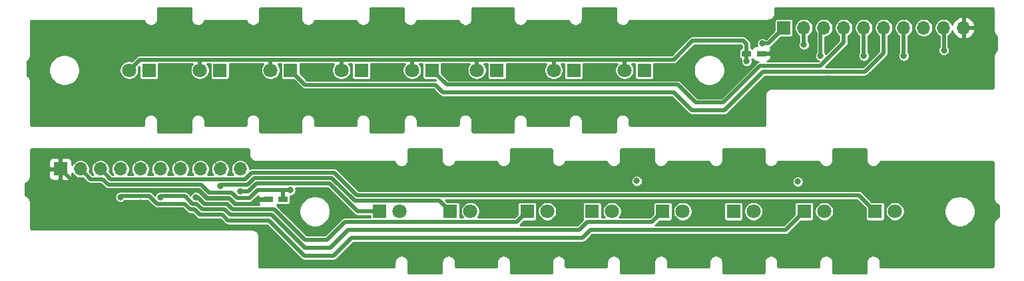
<source format=gtl>
G04 #@! TF.GenerationSoftware,KiCad,Pcbnew,(5.1.6-0-10_14)*
G04 #@! TF.CreationDate,2021-12-08T11:35:56+09:00*
G04 #@! TF.ProjectId,qPCR-panel_led_20211208,71504352-2d70-4616-9e65-6c5f6c65645f,rev?*
G04 #@! TF.SameCoordinates,Original*
G04 #@! TF.FileFunction,Copper,L1,Top*
G04 #@! TF.FilePolarity,Positive*
%FSLAX46Y46*%
G04 Gerber Fmt 4.6, Leading zero omitted, Abs format (unit mm)*
G04 Created by KiCad (PCBNEW (5.1.6-0-10_14)) date 2021-12-08 11:35:56*
%MOMM*%
%LPD*%
G01*
G04 APERTURE LIST*
G04 #@! TA.AperFunction,SMDPad,CuDef*
%ADD10R,1.200000X0.750000*%
G04 #@! TD*
G04 #@! TA.AperFunction,ComponentPad*
%ADD11R,1.800000X1.800000*%
G04 #@! TD*
G04 #@! TA.AperFunction,ComponentPad*
%ADD12C,1.800000*%
G04 #@! TD*
G04 #@! TA.AperFunction,ComponentPad*
%ADD13R,1.700000X1.700000*%
G04 #@! TD*
G04 #@! TA.AperFunction,ComponentPad*
%ADD14O,1.700000X1.700000*%
G04 #@! TD*
G04 #@! TA.AperFunction,ViaPad*
%ADD15C,0.800000*%
G04 #@! TD*
G04 #@! TA.AperFunction,Conductor*
%ADD16C,0.250000*%
G04 #@! TD*
G04 #@! TA.AperFunction,Conductor*
%ADD17C,0.508000*%
G04 #@! TD*
G04 #@! TA.AperFunction,Conductor*
%ADD18C,0.254000*%
G04 #@! TD*
G04 APERTURE END LIST*
D10*
G04 #@! TO.P,C1,2*
G04 #@! TO.N,GND*
X157285000Y-53419640D03*
G04 #@! TO.P,C1,1*
G04 #@! TO.N,VCC*
X155385000Y-53419640D03*
G04 #@! TD*
D11*
G04 #@! TO.P,D9,1*
G04 #@! TO.N,OUT9*
X79405000Y-55521640D03*
D12*
G04 #@! TO.P,D9,2*
G04 #@! TO.N,VCC*
X76865000Y-55521640D03*
G04 #@! TD*
G04 #@! TO.P,D10,2*
G04 #@! TO.N,VCC*
X85865000Y-55521640D03*
D11*
G04 #@! TO.P,D10,1*
G04 #@! TO.N,OUT10*
X88405000Y-55521640D03*
G04 #@! TD*
G04 #@! TO.P,D11,1*
G04 #@! TO.N,OUT11*
X97405000Y-55521640D03*
D12*
G04 #@! TO.P,D11,2*
G04 #@! TO.N,VCC*
X94865000Y-55521640D03*
G04 #@! TD*
G04 #@! TO.P,D12,2*
G04 #@! TO.N,VCC*
X103865000Y-55521640D03*
D11*
G04 #@! TO.P,D12,1*
G04 #@! TO.N,OUT12*
X106405000Y-55521640D03*
G04 #@! TD*
G04 #@! TO.P,D13,1*
G04 #@! TO.N,OUT13*
X115405000Y-55521640D03*
D12*
G04 #@! TO.P,D13,2*
G04 #@! TO.N,VCC*
X112865000Y-55521640D03*
G04 #@! TD*
G04 #@! TO.P,D14,2*
G04 #@! TO.N,VCC*
X121095000Y-55521640D03*
D11*
G04 #@! TO.P,D14,1*
G04 #@! TO.N,OUT14*
X123635000Y-55521640D03*
G04 #@! TD*
G04 #@! TO.P,D15,1*
G04 #@! TO.N,OUT15*
X133405000Y-55521640D03*
D12*
G04 #@! TO.P,D15,2*
G04 #@! TO.N,VCC*
X130865000Y-55521640D03*
G04 #@! TD*
G04 #@! TO.P,D16,2*
G04 #@! TO.N,VCC*
X139865000Y-55521640D03*
D11*
G04 #@! TO.P,D16,1*
G04 #@! TO.N,OUT16*
X142405000Y-55521640D03*
G04 #@! TD*
D13*
G04 #@! TO.P,U1,1*
G04 #@! TO.N,OUT16*
X160140746Y-50121640D03*
D14*
G04 #@! TO.P,U1,2*
G04 #@! TO.N,OUT15*
X162680746Y-50121640D03*
G04 #@! TO.P,U1,3*
G04 #@! TO.N,OUT14*
X165220746Y-50121640D03*
G04 #@! TO.P,U1,4*
G04 #@! TO.N,OUT13*
X167760746Y-50121640D03*
G04 #@! TO.P,U1,5*
G04 #@! TO.N,OUT12*
X170300746Y-50121640D03*
G04 #@! TO.P,U1,6*
G04 #@! TO.N,OUT11*
X172840746Y-50121640D03*
G04 #@! TO.P,U1,7*
G04 #@! TO.N,OUT10*
X175380746Y-50121640D03*
G04 #@! TO.P,U1,8*
G04 #@! TO.N,OUT9*
X177920746Y-50121640D03*
G04 #@! TO.P,U1,9*
G04 #@! TO.N,VCC*
X180460746Y-50121640D03*
G04 #@! TO.P,U1,10*
G04 #@! TO.N,GND*
X183000746Y-50121640D03*
G04 #@! TD*
D10*
G04 #@! TO.P,C1,2*
G04 #@! TO.N,GND*
X94550000Y-71999640D03*
G04 #@! TO.P,C1,1*
G04 #@! TO.N,VCC*
X96450000Y-71999640D03*
G04 #@! TD*
D11*
G04 #@! TO.P,D1,1*
G04 #@! TO.N,OUT1*
X171730000Y-73521640D03*
D12*
G04 #@! TO.P,D1,2*
G04 #@! TO.N,VCC*
X174270000Y-73521640D03*
G04 #@! TD*
G04 #@! TO.P,D2,2*
G04 #@! TO.N,VCC*
X165270000Y-73521640D03*
D11*
G04 #@! TO.P,D2,1*
G04 #@! TO.N,OUT2*
X162730000Y-73521640D03*
G04 #@! TD*
G04 #@! TO.P,D3,1*
G04 #@! TO.N,OUT3*
X153730000Y-73521640D03*
D12*
G04 #@! TO.P,D3,2*
G04 #@! TO.N,VCC*
X156270000Y-73521640D03*
G04 #@! TD*
G04 #@! TO.P,D4,2*
G04 #@! TO.N,VCC*
X147270000Y-73521640D03*
D11*
G04 #@! TO.P,D4,1*
G04 #@! TO.N,OUT4*
X144730000Y-73521640D03*
G04 #@! TD*
G04 #@! TO.P,D5,1*
G04 #@! TO.N,OUT5*
X135730000Y-73521640D03*
D12*
G04 #@! TO.P,D5,2*
G04 #@! TO.N,VCC*
X138270000Y-73521640D03*
G04 #@! TD*
G04 #@! TO.P,D6,2*
G04 #@! TO.N,VCC*
X130040000Y-73521640D03*
D11*
G04 #@! TO.P,D6,1*
G04 #@! TO.N,OUT6*
X127500000Y-73521640D03*
G04 #@! TD*
G04 #@! TO.P,D7,1*
G04 #@! TO.N,OUT7*
X117730000Y-73521640D03*
D12*
G04 #@! TO.P,D7,2*
G04 #@! TO.N,VCC*
X120270000Y-73521640D03*
G04 #@! TD*
G04 #@! TO.P,D8,2*
G04 #@! TO.N,VCC*
X111270000Y-73521640D03*
D11*
G04 #@! TO.P,D8,1*
G04 #@! TO.N,OUT8*
X108730000Y-73521640D03*
G04 #@! TD*
D13*
G04 #@! TO.P,U1,1*
G04 #@! TO.N,GND*
X68134254Y-68121640D03*
D14*
G04 #@! TO.P,U1,2*
G04 #@! TO.N,VCC*
X70674254Y-68121640D03*
G04 #@! TO.P,U1,3*
G04 #@! TO.N,OUT1*
X73214254Y-68121640D03*
G04 #@! TO.P,U1,4*
G04 #@! TO.N,OUT2*
X75754254Y-68121640D03*
G04 #@! TO.P,U1,5*
G04 #@! TO.N,OUT3*
X78294254Y-68121640D03*
G04 #@! TO.P,U1,6*
G04 #@! TO.N,OUT4*
X80834254Y-68121640D03*
G04 #@! TO.P,U1,7*
G04 #@! TO.N,OUT5*
X83374254Y-68121640D03*
G04 #@! TO.P,U1,8*
G04 #@! TO.N,OUT6*
X85914254Y-68121640D03*
G04 #@! TO.P,U1,9*
G04 #@! TO.N,OUT7*
X88454254Y-68121640D03*
G04 #@! TO.P,U1,10*
G04 #@! TO.N,OUT8*
X90994254Y-68121640D03*
G04 #@! TD*
D15*
G04 #@! TO.N,*
X141430000Y-69639640D03*
X161900000Y-69739640D03*
G04 #@! TO.N,GND*
X109705000Y-51639640D03*
X89235000Y-51739640D03*
X155135000Y-62199640D03*
X146635000Y-62199640D03*
X141135000Y-62199640D03*
X143635000Y-59899640D03*
X135135000Y-62899640D03*
X138135000Y-62899640D03*
X136635000Y-59899640D03*
X132135000Y-60399640D03*
X128135000Y-60399640D03*
X125135000Y-62899640D03*
X121135000Y-62899640D03*
X123635000Y-59899640D03*
X118135000Y-60399640D03*
X114135000Y-60399640D03*
X111135000Y-62899640D03*
X108135000Y-62899640D03*
X109635000Y-59899640D03*
X105135000Y-60399640D03*
X101135000Y-60399640D03*
X98135000Y-62899640D03*
X94135000Y-62899640D03*
X96135000Y-59899640D03*
X91135000Y-60399640D03*
X87135000Y-60399640D03*
X84135000Y-62899640D03*
X81135000Y-62899640D03*
X82635000Y-59899640D03*
X78135000Y-62199640D03*
X66635000Y-62199640D03*
X70635000Y-62199640D03*
X74635000Y-62199640D03*
X76635000Y-58899640D03*
X72635000Y-58899640D03*
X68635000Y-58899640D03*
X74635000Y-56399640D03*
X71135000Y-56399640D03*
X72635000Y-53899640D03*
X66635000Y-49899640D03*
X70635000Y-49899640D03*
X74635000Y-49899640D03*
X78135000Y-49899640D03*
X68635000Y-52399640D03*
X76635000Y-52399640D03*
X81135000Y-48899640D03*
X84135000Y-48899640D03*
X94135000Y-48899640D03*
X98135000Y-48899640D03*
X108135000Y-48899640D03*
X111135000Y-48899640D03*
X121135000Y-48899640D03*
X125135000Y-48899640D03*
X135135000Y-48899640D03*
X138135000Y-48899640D03*
X146135000Y-49899640D03*
X141635000Y-49899640D03*
X143635000Y-51899640D03*
X136635000Y-51899640D03*
X132635000Y-50399640D03*
X127635000Y-50399640D03*
X124155000Y-52219640D03*
X118635000Y-50399640D03*
X113635000Y-50399640D03*
X105135000Y-50399640D03*
X100635000Y-50399640D03*
X91635000Y-50399640D03*
X86635000Y-50399640D03*
X82655000Y-52099640D03*
X92135000Y-55899640D03*
X87135000Y-57399640D03*
X102135000Y-55399640D03*
X99635000Y-55399640D03*
X81135000Y-55399640D03*
X83635000Y-56899640D03*
X90135000Y-55399640D03*
X108635000Y-55399640D03*
X110635000Y-55399640D03*
X117635000Y-55399640D03*
X119135000Y-55899640D03*
X125635000Y-55399640D03*
X129135000Y-55899640D03*
X146635000Y-55679640D03*
X149265000Y-53029640D03*
X150725000Y-58139640D03*
X152595000Y-53399640D03*
X158781160Y-52987651D03*
X155995000Y-59689640D03*
X157125000Y-61419640D03*
X157835000Y-57539640D03*
X165815000Y-56589640D03*
X168295000Y-57329640D03*
X172485000Y-56449640D03*
X173315000Y-54579640D03*
X175805000Y-57009640D03*
X176615000Y-54159640D03*
X178455000Y-55649640D03*
X180225000Y-54299640D03*
X180365000Y-56979640D03*
X182515000Y-55629640D03*
X185745000Y-57089640D03*
X185715000Y-54049640D03*
X183185000Y-52779640D03*
X185665000Y-50299640D03*
X185575000Y-48629640D03*
X181855000Y-48349640D03*
X178925000Y-48349640D03*
X176525000Y-48299640D03*
X174105000Y-48379640D03*
X171225000Y-48269640D03*
X168915000Y-48149640D03*
X166265000Y-48209640D03*
X163475000Y-48409640D03*
X161025000Y-48489640D03*
X156585000Y-49699640D03*
X153825000Y-55949640D03*
X94000000Y-80199640D03*
X104500000Y-80199640D03*
X110000000Y-80199640D03*
X107500000Y-77899640D03*
X116000000Y-80899640D03*
X113000000Y-80899640D03*
X114500000Y-77899640D03*
X119000000Y-79199640D03*
X123000000Y-79199640D03*
X126000000Y-80899640D03*
X130000000Y-80899640D03*
X127500000Y-77899640D03*
X133000000Y-79199640D03*
X137000000Y-79199640D03*
X140000000Y-80899640D03*
X143000000Y-80899640D03*
X141500000Y-77899640D03*
X146000000Y-79199640D03*
X150000000Y-79199640D03*
X153000000Y-80899640D03*
X157000000Y-80899640D03*
X155000000Y-77899640D03*
X160000000Y-79199640D03*
X164000000Y-79199640D03*
X167000000Y-80899640D03*
X170000000Y-80899640D03*
X168500000Y-77899640D03*
X173000000Y-80199640D03*
X184500000Y-80199640D03*
X180500000Y-80199640D03*
X176500000Y-80199640D03*
X174500000Y-76899640D03*
X178500000Y-76899640D03*
X182500000Y-76899640D03*
X176500000Y-74399640D03*
X180000000Y-74399640D03*
X178500000Y-71899640D03*
X184500000Y-67899640D03*
X180500000Y-67899640D03*
X176500000Y-67899640D03*
X173000000Y-67899640D03*
X182500000Y-70399640D03*
X174500000Y-70399640D03*
X170000000Y-66899640D03*
X167000000Y-66899640D03*
X157000000Y-66899640D03*
X153000000Y-66899640D03*
X143000000Y-66899640D03*
X140000000Y-66899640D03*
X130000000Y-66899640D03*
X126000000Y-66899640D03*
X116000000Y-66899640D03*
X113000000Y-66899640D03*
X105000000Y-67899640D03*
X109500000Y-67899640D03*
X107500000Y-69899640D03*
X114500000Y-69899640D03*
X118500000Y-68399640D03*
X123500000Y-68399640D03*
X126980000Y-70219640D03*
X132500000Y-68399640D03*
X137500000Y-68399640D03*
X146000000Y-68399640D03*
X150500000Y-68399640D03*
X159500000Y-68399640D03*
X164500000Y-68399640D03*
X168480000Y-70099640D03*
X159000000Y-73899640D03*
X164000000Y-75399640D03*
X149000000Y-73399640D03*
X151500000Y-73399640D03*
X170000000Y-73399640D03*
X167500000Y-74899640D03*
X161000000Y-73399640D03*
X142500000Y-73399640D03*
X140500000Y-73399640D03*
X133500000Y-73399640D03*
X132000000Y-73899640D03*
X125500000Y-73399640D03*
X122000000Y-73899640D03*
X102450000Y-74899640D03*
X104160000Y-73079640D03*
X101640000Y-71099640D03*
X64950000Y-73389640D03*
X65040000Y-75209640D03*
X66140000Y-71899640D03*
X65000000Y-69199640D03*
X65950000Y-66699640D03*
X69620000Y-71809640D03*
X73650000Y-72049640D03*
X68050000Y-73909640D03*
X71020000Y-75279640D03*
X71950000Y-73449640D03*
X75950000Y-73579640D03*
X74580000Y-75309640D03*
X79680000Y-73679640D03*
X78360000Y-72429640D03*
X84260000Y-74279640D03*
X88090000Y-74959640D03*
X80980000Y-75289640D03*
X94320000Y-75709640D03*
X95750000Y-78059640D03*
X97820000Y-80049640D03*
X105560000Y-77959640D03*
X91140000Y-66409640D03*
X87040000Y-66409640D03*
X84250000Y-66359640D03*
X81580000Y-66269640D03*
X79130000Y-66269640D03*
X76720000Y-66269640D03*
X73900000Y-66179640D03*
X71690000Y-66269640D03*
X68920000Y-66269640D03*
X99630000Y-75779640D03*
X97330000Y-73729640D03*
X98630000Y-71379640D03*
G04 #@! TO.N,VCC*
X155395000Y-54379640D03*
X180475000Y-52987651D03*
X97370000Y-70835640D03*
G04 #@! TO.N,OUT10*
X175375000Y-53695661D03*
G04 #@! TO.N,OUT12*
X170295000Y-53695661D03*
G04 #@! TO.N,OUT14*
X164801497Y-53712158D03*
G04 #@! TO.N,OUT15*
X162675000Y-52279641D03*
G04 #@! TO.N,OUT16*
X157383764Y-52127630D03*
G04 #@! TO.N,OUT2*
X75770000Y-71695661D03*
G04 #@! TO.N,OUT4*
X80840000Y-71695661D03*
G04 #@! TO.N,OUT6*
X85375491Y-71695661D03*
G04 #@! TO.N,OUT7*
X88450000Y-70279641D03*
G04 #@! TO.N,OUT8*
X91000000Y-70987651D03*
G04 #@! TD*
D16*
G04 #@! TO.N,GND*
X66635000Y-49899640D02*
X68635000Y-51899640D01*
X68635000Y-51899640D02*
X68635000Y-52399640D01*
X70635000Y-49899640D02*
X68635000Y-51899640D01*
X70635000Y-49899640D02*
X74635000Y-49899640D01*
X74635000Y-50399640D02*
X74635000Y-49899640D01*
X78135000Y-50899640D02*
X76635000Y-52399640D01*
X78135000Y-49899640D02*
X78135000Y-50899640D01*
X81135000Y-49399640D02*
X81135000Y-48899640D01*
X84135000Y-48899640D02*
X82635000Y-50399640D01*
X82635000Y-50399640D02*
X82635000Y-50899640D01*
X82635000Y-50899640D02*
X81135000Y-49399640D01*
X82655000Y-50919640D02*
X82635000Y-50899640D01*
X66635000Y-61399640D02*
X68635000Y-59399640D01*
X68635000Y-59399640D02*
X68635000Y-58899640D01*
X70635000Y-61399640D02*
X68635000Y-59399640D01*
X74635000Y-61399640D02*
X72635000Y-59399640D01*
X72635000Y-59399640D02*
X72635000Y-58899640D01*
X70635000Y-61399640D02*
X72635000Y-59399640D01*
X72635000Y-57899640D02*
X71135000Y-56399640D01*
X72635000Y-58899640D02*
X72635000Y-57899640D01*
X71135000Y-55399640D02*
X72635000Y-53899640D01*
X71135000Y-56399640D02*
X71135000Y-55399640D01*
X73135000Y-57899640D02*
X72635000Y-57899640D01*
X74635000Y-56399640D02*
X73135000Y-57899640D01*
X76635000Y-58399640D02*
X76635000Y-58899640D01*
X74635000Y-56399640D02*
X76635000Y-58399640D01*
X78135000Y-60399640D02*
X76635000Y-58899640D01*
X78135000Y-62199640D02*
X78135000Y-61199640D01*
X77635000Y-59899640D02*
X76635000Y-58899640D01*
X82635000Y-59899640D02*
X77635000Y-59899640D01*
X82135000Y-55399640D02*
X83635000Y-56899640D01*
X81135000Y-55399640D02*
X82135000Y-55399640D01*
X83635000Y-58899640D02*
X82635000Y-59899640D01*
X83635000Y-56899640D02*
X83635000Y-58899640D01*
X78135000Y-49899640D02*
X79615000Y-51379640D01*
X79615000Y-51379640D02*
X82655000Y-51379640D01*
X82655000Y-51379640D02*
X82655000Y-50919640D01*
X82655000Y-52099640D02*
X82655000Y-51379640D01*
X72635000Y-53899640D02*
X75135000Y-51399640D01*
X75135000Y-50899640D02*
X74635000Y-50399640D01*
X75135000Y-51399640D02*
X75135000Y-50899640D01*
X76635000Y-52399640D02*
X75135000Y-50899640D01*
X82635000Y-62899640D02*
X84135000Y-62899640D01*
X82635000Y-59899640D02*
X82635000Y-62899640D01*
X81135000Y-62899640D02*
X82635000Y-62899640D01*
X87135000Y-60399640D02*
X87135000Y-57399640D01*
X86635000Y-56899640D02*
X87135000Y-57399640D01*
X83635000Y-56899640D02*
X86635000Y-56899640D01*
X91135000Y-61199640D02*
X87135000Y-61199640D01*
X85069315Y-50399640D02*
X86635000Y-50399640D01*
X84135000Y-49465325D02*
X85069315Y-50399640D01*
X84135000Y-48899640D02*
X84135000Y-49465325D01*
X86635000Y-50399640D02*
X91635000Y-50399640D01*
X90135000Y-56176642D02*
X90135000Y-55399640D01*
X88912002Y-57399640D02*
X90135000Y-56176642D01*
X87135000Y-57399640D02*
X88912002Y-57399640D01*
X90635000Y-55899640D02*
X90135000Y-55399640D01*
X92135000Y-55899640D02*
X90635000Y-55899640D01*
X96034999Y-59999641D02*
X96135000Y-59899640D01*
X91534999Y-59999641D02*
X96034999Y-59999641D01*
X91135000Y-60399640D02*
X91534999Y-59999641D01*
X96135000Y-62899640D02*
X98135000Y-62899640D01*
X96135000Y-59899640D02*
X96135000Y-62899640D01*
X94135000Y-62899640D02*
X96135000Y-62899640D01*
X100635000Y-59899640D02*
X101135000Y-60399640D01*
X96135000Y-59899640D02*
X100635000Y-59899640D01*
X99635000Y-55399640D02*
X102135000Y-55399640D01*
X101135000Y-61199640D02*
X105135000Y-61199640D01*
X105635000Y-59899640D02*
X109635000Y-59899640D01*
X105135000Y-60399640D02*
X105635000Y-59899640D01*
X109635000Y-59899640D02*
X109635000Y-62899640D01*
X109635000Y-62899640D02*
X111135000Y-62899640D01*
X108135000Y-62899640D02*
X109635000Y-62899640D01*
X108635000Y-55399640D02*
X110635000Y-55399640D01*
X103276999Y-56746641D02*
X102135000Y-55604642D01*
X104453001Y-56746641D02*
X103276999Y-56746641D01*
X104800002Y-56399640D02*
X104453001Y-56746641D01*
X104897998Y-56399640D02*
X104800002Y-56399640D01*
X105244999Y-56746641D02*
X104897998Y-56399640D01*
X102135000Y-55604642D02*
X102135000Y-55399640D01*
X107853684Y-56746641D02*
X105244999Y-56746641D01*
X108635000Y-55965325D02*
X107853684Y-56746641D01*
X108635000Y-55399640D02*
X108635000Y-55965325D01*
X94135000Y-49465325D02*
X94135000Y-48899640D01*
X93200685Y-50399640D02*
X94135000Y-49465325D01*
X91635000Y-50399640D02*
X93200685Y-50399640D01*
X94135000Y-48899640D02*
X98135000Y-48899640D01*
X99069315Y-50399640D02*
X100635000Y-50399640D01*
X98135000Y-49465325D02*
X99069315Y-50399640D01*
X98135000Y-48899640D02*
X98135000Y-49465325D01*
X100635000Y-50399640D02*
X105135000Y-50399640D01*
X107200685Y-50399640D02*
X108135000Y-49465325D01*
X108135000Y-49465325D02*
X108135000Y-48899640D01*
X105135000Y-50399640D02*
X107200685Y-50399640D01*
X108135000Y-48899640D02*
X111135000Y-48899640D01*
X111135000Y-49465325D02*
X112069315Y-50399640D01*
X112069315Y-50399640D02*
X113635000Y-50399640D01*
X111135000Y-48899640D02*
X111135000Y-49465325D01*
X113635000Y-50399640D02*
X118635000Y-50399640D01*
X121135000Y-49465325D02*
X121135000Y-48899640D01*
X120200685Y-50399640D02*
X121135000Y-49465325D01*
X118635000Y-50399640D02*
X120200685Y-50399640D01*
X125135000Y-48899640D02*
X121135000Y-48899640D01*
X125135000Y-51239640D02*
X124155000Y-52219640D01*
X127635000Y-50399640D02*
X125135000Y-50399640D01*
X125135000Y-50399640D02*
X125135000Y-51239640D01*
X125135000Y-48899640D02*
X125135000Y-50399640D01*
X124853684Y-56746641D02*
X119982001Y-56746641D01*
X125635000Y-55965325D02*
X124853684Y-56746641D01*
X119982001Y-56746641D02*
X119135000Y-55899640D01*
X125635000Y-55399640D02*
X125635000Y-55965325D01*
X118135000Y-55899640D02*
X117635000Y-55399640D01*
X119135000Y-55899640D02*
X118135000Y-55899640D01*
X128635000Y-55399640D02*
X129135000Y-55899640D01*
X125635000Y-55399640D02*
X128635000Y-55399640D01*
X121135000Y-62399640D02*
X121135000Y-62899640D01*
X123635000Y-59899640D02*
X121135000Y-62399640D01*
X118135000Y-61199640D02*
X114135000Y-61199640D01*
X109735001Y-59999641D02*
X109635000Y-59899640D01*
X113735001Y-59999641D02*
X109735001Y-59999641D01*
X114135000Y-60399640D02*
X113735001Y-59999641D01*
X118635000Y-59899640D02*
X123635000Y-59899640D01*
X118135000Y-60399640D02*
X118635000Y-59899640D01*
X123635000Y-61399640D02*
X125135000Y-62899640D01*
X123635000Y-59899640D02*
X123635000Y-61399640D01*
X127635000Y-59899640D02*
X123635000Y-59899640D01*
X128135000Y-60399640D02*
X127635000Y-59899640D01*
X128135000Y-61199640D02*
X132135000Y-61199640D01*
X132635000Y-59899640D02*
X136635000Y-59899640D01*
X132135000Y-60399640D02*
X132635000Y-59899640D01*
X136635000Y-61399640D02*
X135135000Y-62899640D01*
X136635000Y-59899640D02*
X136635000Y-61399640D01*
X138135000Y-62899640D02*
X136635000Y-61399640D01*
X142635000Y-59899640D02*
X141135000Y-61399640D01*
X143635000Y-59899640D02*
X142635000Y-59899640D01*
X145135000Y-61399640D02*
X143635000Y-59899640D01*
X146635000Y-62199640D02*
X145135000Y-62199640D01*
X127635000Y-50399640D02*
X132635000Y-50399640D01*
X135135000Y-50399640D02*
X136635000Y-51899640D01*
X132635000Y-50399640D02*
X135135000Y-50399640D01*
X135135000Y-48899640D02*
X135135000Y-50399640D01*
X135135000Y-48899640D02*
X138135000Y-48899640D01*
X141235001Y-50299639D02*
X141635000Y-49899640D01*
X138135000Y-49465325D02*
X138969314Y-50299639D01*
X138969314Y-50299639D02*
X141235001Y-50299639D01*
X138135000Y-48899640D02*
X138135000Y-49465325D01*
X143635000Y-51899640D02*
X141635000Y-49899640D01*
X145635000Y-49899640D02*
X146135000Y-49899640D01*
X143635000Y-51899640D02*
X145635000Y-49899640D01*
X155135000Y-62199640D02*
X146635000Y-62199640D01*
X145135000Y-62199640D02*
X145135000Y-61399640D01*
X139635000Y-59899640D02*
X136635000Y-59899640D01*
X141135000Y-61399640D02*
X139635000Y-59899640D01*
X141135000Y-62199640D02*
X141135000Y-61399640D01*
X132135000Y-60399640D02*
X132135000Y-61199640D01*
X128135000Y-61199640D02*
X128135000Y-60399640D01*
X118135000Y-60399640D02*
X118135000Y-61199640D01*
X114135000Y-61199640D02*
X114135000Y-60399640D01*
X105135000Y-60399640D02*
X105135000Y-61199640D01*
X101135000Y-60399640D02*
X101135000Y-61199640D01*
X91135000Y-60399640D02*
X91135000Y-61199640D01*
X87135000Y-60399640D02*
X87135000Y-61199640D01*
X78135000Y-60399640D02*
X78135000Y-61199640D01*
X74635000Y-61399640D02*
X74635000Y-62199640D01*
X70635000Y-61399640D02*
X70635000Y-62199640D01*
X66635000Y-61399640D02*
X66635000Y-62199640D01*
D17*
X158349171Y-53419640D02*
X158781160Y-52987651D01*
X157285000Y-53419640D02*
X158349171Y-53419640D01*
X92501260Y-72549662D02*
X90318745Y-72549662D01*
X90318745Y-72549662D02*
X89610736Y-71841652D01*
X93051281Y-71999640D02*
X92501260Y-72549662D01*
X94550000Y-71999640D02*
X93051281Y-71999640D01*
X86750735Y-71841652D02*
X85750745Y-70841661D01*
X89610736Y-71841652D02*
X86750735Y-71841652D01*
X73931721Y-70841661D02*
X73223712Y-70133651D01*
X85750745Y-70841661D02*
X73931721Y-70841661D01*
X70146265Y-70133651D02*
X68134254Y-68121640D01*
X73223712Y-70133651D02*
X70146265Y-70133651D01*
G04 #@! TO.N,VCC*
X78219001Y-54167639D02*
X76865000Y-55521640D01*
X85865000Y-54351640D02*
X86049001Y-54167639D01*
X85865000Y-55521640D02*
X85865000Y-54351640D01*
X86049001Y-54167639D02*
X78219001Y-54167639D01*
X94865000Y-54173638D02*
X94859001Y-54167639D01*
X94865000Y-55521640D02*
X94865000Y-54173638D01*
X94859001Y-54167639D02*
X86049001Y-54167639D01*
X103865000Y-54333638D02*
X103699001Y-54167639D01*
X103865000Y-55521640D02*
X103865000Y-54333638D01*
X103699001Y-54167639D02*
X94859001Y-54167639D01*
X121095000Y-54321640D02*
X120940999Y-54167639D01*
X121095000Y-55521640D02*
X121095000Y-54321640D01*
X130865000Y-54273638D02*
X130759001Y-54167639D01*
X130865000Y-55521640D02*
X130865000Y-54273638D01*
X130759001Y-54167639D02*
X120940999Y-54167639D01*
X139865000Y-54391640D02*
X140089001Y-54167639D01*
X139865000Y-55521640D02*
X139865000Y-54391640D01*
X140089001Y-54167639D02*
X130759001Y-54167639D01*
X112865000Y-54169640D02*
X112867001Y-54167639D01*
X112867001Y-54167639D02*
X103699001Y-54167639D01*
X112865000Y-55521640D02*
X112865000Y-54169640D01*
X120940999Y-54167639D02*
X112867001Y-54167639D01*
X154917000Y-51731640D02*
X155385000Y-52199640D01*
X148555000Y-51731640D02*
X154917000Y-51731640D01*
X146119001Y-54167639D02*
X148555000Y-51731640D01*
X155385000Y-52199640D02*
X155385000Y-53419640D01*
X140089001Y-54167639D02*
X146119001Y-54167639D01*
X155385000Y-54369640D02*
X155395000Y-54379640D01*
X155385000Y-53419640D02*
X155385000Y-54369640D01*
X180475000Y-50135894D02*
X180460746Y-50121640D01*
X180475000Y-52987651D02*
X180475000Y-50135894D01*
X92207993Y-71841652D02*
X90612012Y-71841652D01*
X93214005Y-70835640D02*
X92207993Y-71841652D01*
X90612012Y-71841652D02*
X89904002Y-71133642D01*
X87044002Y-71133642D02*
X86044011Y-70133651D01*
X89904002Y-71133642D02*
X87044002Y-71133642D01*
X73516978Y-69425641D02*
X71978255Y-69425641D01*
X71978255Y-69425641D02*
X70674254Y-68121640D01*
X74224988Y-70133651D02*
X73516978Y-69425641D01*
X86044011Y-70133651D02*
X74224988Y-70133651D01*
X96450000Y-70979640D02*
X96594000Y-70835640D01*
X96450000Y-71999640D02*
X96450000Y-70979640D01*
X96594000Y-70835640D02*
X93214005Y-70835640D01*
X97370000Y-70835640D02*
X96594000Y-70835640D01*
G04 #@! TO.N,OUT10*
X175375000Y-50127386D02*
X175380746Y-50121640D01*
X175375000Y-53695661D02*
X175375000Y-50127386D01*
G04 #@! TO.N,OUT11*
X116805000Y-58379640D02*
X115815000Y-57389640D01*
X152575000Y-60679640D02*
X148465000Y-60679640D01*
X148465000Y-60679640D02*
X146165000Y-58379640D01*
X146165000Y-58379640D02*
X116805000Y-58379640D01*
X154875000Y-58379640D02*
X152575000Y-60679640D01*
X99273000Y-57389640D02*
X97405000Y-55521640D01*
X115815000Y-57389640D02*
X99273000Y-57389640D01*
X154875000Y-58379640D02*
X154875000Y-58339640D01*
X154875000Y-58379640D02*
X154875000Y-58329640D01*
X154875000Y-58349640D02*
X157516990Y-55707650D01*
X154875000Y-58379640D02*
X154875000Y-58349640D01*
X157516990Y-55707650D02*
X170456990Y-55707650D01*
X172840746Y-53323894D02*
X172840746Y-50121640D01*
X170456990Y-55707650D02*
X172840746Y-53323894D01*
G04 #@! TO.N,OUT12*
X170295000Y-50127386D02*
X170300746Y-50121640D01*
X170295000Y-53695661D02*
X170295000Y-50127386D01*
G04 #@! TO.N,OUT13*
X117263000Y-57379640D02*
X146635000Y-57379640D01*
X148915000Y-59659640D02*
X152375000Y-59659640D01*
X146635000Y-57379640D02*
X148915000Y-59659640D01*
X115405000Y-55521640D02*
X117263000Y-57379640D01*
X152375000Y-59659640D02*
X157035000Y-54999640D01*
X167760746Y-52016831D02*
X167760746Y-50121640D01*
X164777937Y-54999640D02*
X167760746Y-52016831D01*
X157035000Y-54999640D02*
X164777937Y-54999640D01*
G04 #@! TO.N,OUT14*
X164801497Y-50540889D02*
X165220746Y-50121640D01*
X164801497Y-53712158D02*
X164801497Y-50540889D01*
G04 #@! TO.N,OUT15*
X162675000Y-50127386D02*
X162680746Y-50121640D01*
X162675000Y-52279641D02*
X162675000Y-50127386D01*
G04 #@! TO.N,OUT16*
X158134756Y-52127630D02*
X160140746Y-50121640D01*
X157383764Y-52127630D02*
X158134756Y-52127630D01*
G04 #@! TO.N,OUT1*
X105840543Y-71459629D02*
X102946534Y-68565620D01*
X169667989Y-71459629D02*
X105840543Y-71459629D01*
X171730000Y-73521640D02*
X169667989Y-71459629D01*
X92480196Y-68565620D02*
X91620175Y-69425641D01*
X74518255Y-69425641D02*
X73214254Y-68121640D01*
X91620175Y-69425641D02*
X74518255Y-69425641D01*
X102946534Y-68565620D02*
X92480196Y-68565620D01*
G04 #@! TO.N,OUT2*
X162730000Y-73521640D02*
X160352000Y-75899640D01*
X105180000Y-76899640D02*
X102890000Y-79189640D01*
X134530000Y-76899640D02*
X105180000Y-76899640D01*
X135530000Y-75899640D02*
X134530000Y-76899640D01*
X160352000Y-75899640D02*
X135530000Y-75899640D01*
X102890000Y-79189640D02*
X99144672Y-79189640D01*
X99144672Y-79189640D02*
X94628724Y-74673692D01*
X94628724Y-74673692D02*
X89431496Y-74673691D01*
X89431496Y-74673691D02*
X88723485Y-73965680D01*
X88723485Y-73965680D02*
X85870933Y-73965679D01*
X85162926Y-73257672D02*
X84672303Y-73257671D01*
X85870933Y-73965679D02*
X85162926Y-73257672D01*
X84672303Y-73257671D02*
X83954272Y-72539640D01*
X81249921Y-72549662D02*
X80430022Y-72549662D01*
X80430022Y-72549662D02*
X79430031Y-71549671D01*
X81259943Y-72539640D02*
X81249921Y-72549662D01*
X83954272Y-72539640D02*
X81259943Y-72539640D01*
X79430031Y-71549671D02*
X76500000Y-71549671D01*
X75915990Y-71549671D02*
X75770000Y-71695661D01*
X76500000Y-71549671D02*
X75915990Y-71549671D01*
G04 #@! TO.N,OUT4*
X143375999Y-74875641D02*
X135113999Y-74875641D01*
X134130000Y-75859640D02*
X104770000Y-75859640D01*
X135113999Y-74875641D02*
X134130000Y-75859640D01*
X144730000Y-73521640D02*
X143375999Y-74875641D01*
X104770000Y-75859640D02*
X102460000Y-78169640D01*
X102460000Y-78169640D02*
X99228724Y-78169640D01*
X89724765Y-73965682D02*
X89016755Y-73257671D01*
X95024766Y-73965682D02*
X89724765Y-73965682D01*
X99228724Y-78169640D02*
X95024766Y-73965682D01*
X89016755Y-73257671D02*
X86164200Y-73257670D01*
X84965570Y-72549662D02*
X83965579Y-71549671D01*
X85456192Y-72549662D02*
X84965570Y-72549662D01*
X86164200Y-73257670D02*
X85456192Y-72549662D01*
X83965579Y-71549671D02*
X81930000Y-71549671D01*
X80985990Y-71549671D02*
X80840000Y-71695661D01*
X81930000Y-71549671D02*
X80985990Y-71549671D01*
G04 #@! TO.N,OUT6*
X127500000Y-73521640D02*
X127450000Y-73521640D01*
X127500000Y-73521640D02*
X126145999Y-74875641D01*
X104287921Y-74875641D02*
X102013922Y-77149640D01*
X126145999Y-74875641D02*
X104287921Y-74875641D01*
X102013922Y-77149640D02*
X99210000Y-77149640D01*
X95318032Y-73257672D02*
X90018032Y-73257672D01*
X90018032Y-73257672D02*
X89310022Y-72549662D01*
X99210000Y-77149640D02*
X95318032Y-73257672D01*
X89310022Y-72549662D02*
X86457467Y-72549661D01*
X85603467Y-71695661D02*
X85375491Y-71695661D01*
X86457467Y-72549661D02*
X85603467Y-71695661D01*
G04 #@! TO.N,OUT7*
X117730000Y-73521640D02*
X116375999Y-72167639D01*
X105547275Y-72167639D02*
X102653267Y-69273630D01*
X102653267Y-69273630D02*
X98240987Y-69273630D01*
X116375999Y-72167639D02*
X105547275Y-72167639D01*
X92773462Y-69273630D02*
X91913442Y-70133651D01*
X98240987Y-69273630D02*
X92773462Y-69273630D01*
X91913442Y-70133651D02*
X89800000Y-70133651D01*
X88595990Y-70133651D02*
X88450000Y-70279641D01*
X89800000Y-70133651D02*
X88595990Y-70133651D01*
G04 #@! TO.N,OUT8*
X108730000Y-73521640D02*
X105900000Y-73521640D01*
X105900000Y-73521640D02*
X102360000Y-69981640D01*
X102360000Y-69981640D02*
X98534254Y-69981640D01*
X92060717Y-70987651D02*
X91000000Y-70987651D01*
X93066728Y-69981640D02*
X92060717Y-70987651D01*
X98534254Y-69981640D02*
X93066728Y-69981640D01*
G04 #@! TD*
D18*
G04 #@! TO.N,GND*
G36*
X84658539Y-47580756D02*
G01*
X84681184Y-47587593D01*
X84702067Y-47598696D01*
X84720395Y-47613644D01*
X84735472Y-47631869D01*
X84746723Y-47652678D01*
X84753717Y-47675270D01*
X84758001Y-47716032D01*
X84758000Y-49018798D01*
X84758936Y-49028307D01*
X84761044Y-49069906D01*
X84764788Y-49094957D01*
X84766998Y-49120199D01*
X84768003Y-49125366D01*
X84787296Y-49221023D01*
X84797284Y-49253688D01*
X84806820Y-49286506D01*
X84808809Y-49291379D01*
X84846313Y-49381468D01*
X84862475Y-49411606D01*
X84878190Y-49441920D01*
X84881088Y-49446314D01*
X84935377Y-49527402D01*
X84957063Y-49553800D01*
X84978381Y-49580503D01*
X84982077Y-49584251D01*
X85051082Y-49653250D01*
X85077464Y-49674919D01*
X85103588Y-49696993D01*
X85107942Y-49699952D01*
X85189033Y-49754232D01*
X85219108Y-49770356D01*
X85249033Y-49786942D01*
X85253879Y-49788999D01*
X85343971Y-49826496D01*
X85376628Y-49836478D01*
X85409180Y-49846928D01*
X85414333Y-49848004D01*
X85509991Y-49867288D01*
X85543967Y-49870738D01*
X85577931Y-49874666D01*
X85583192Y-49874721D01*
X85583195Y-49874721D01*
X85680778Y-49875057D01*
X85714811Y-49871838D01*
X85748850Y-49869098D01*
X85754024Y-49868130D01*
X85849814Y-49849507D01*
X85882560Y-49839743D01*
X85915439Y-49830438D01*
X85920326Y-49828483D01*
X86010674Y-49791608D01*
X86040891Y-49775674D01*
X86071344Y-49760156D01*
X86075759Y-49757289D01*
X86157222Y-49703568D01*
X86183762Y-49682074D01*
X86210625Y-49660933D01*
X86214399Y-49657263D01*
X86283878Y-49588742D01*
X86305713Y-49562533D01*
X86327987Y-49536542D01*
X86330976Y-49532209D01*
X86385822Y-49451497D01*
X86402172Y-49421505D01*
X86418948Y-49391730D01*
X86421038Y-49386899D01*
X86459163Y-49297071D01*
X86482846Y-49241272D01*
X86496143Y-49221704D01*
X86512980Y-49205100D01*
X86532726Y-49192078D01*
X86554623Y-49183140D01*
X86587274Y-49176793D01*
X86598139Y-49176280D01*
X91662308Y-49176280D01*
X91704286Y-49180396D01*
X91726931Y-49187233D01*
X91747814Y-49198336D01*
X91766142Y-49213284D01*
X91781219Y-49231509D01*
X91797041Y-49260771D01*
X91803833Y-49279332D01*
X91803856Y-49279381D01*
X91804286Y-49280568D01*
X91821845Y-49328038D01*
X91832909Y-49350825D01*
X91842561Y-49374241D01*
X91845064Y-49378872D01*
X91892075Y-49464384D01*
X91911366Y-49492558D01*
X91930290Y-49521040D01*
X91933645Y-49525096D01*
X91996370Y-49599848D01*
X92020763Y-49623735D01*
X92044859Y-49647999D01*
X92048938Y-49651326D01*
X92124988Y-49712472D01*
X92153569Y-49731175D01*
X92181908Y-49750289D01*
X92186556Y-49752761D01*
X92273035Y-49797971D01*
X92304694Y-49810762D01*
X92336213Y-49824011D01*
X92341253Y-49825533D01*
X92434864Y-49853085D01*
X92468407Y-49859484D01*
X92501903Y-49866359D01*
X92507141Y-49866873D01*
X92604324Y-49875717D01*
X92638530Y-49875478D01*
X92672659Y-49875716D01*
X92677898Y-49875203D01*
X92677900Y-49875203D01*
X92774946Y-49865003D01*
X92808424Y-49858131D01*
X92841981Y-49851729D01*
X92847021Y-49850208D01*
X92940240Y-49821352D01*
X92971754Y-49808105D01*
X93003422Y-49795310D01*
X93008070Y-49792839D01*
X93093908Y-49746426D01*
X93122250Y-49727309D01*
X93150826Y-49708609D01*
X93154900Y-49705286D01*
X93154906Y-49705282D01*
X93154911Y-49705277D01*
X93230094Y-49643080D01*
X93254174Y-49618831D01*
X93278581Y-49594930D01*
X93281937Y-49590874D01*
X93343613Y-49515253D01*
X93362518Y-49486799D01*
X93381829Y-49458595D01*
X93384333Y-49453965D01*
X93430145Y-49367804D01*
X93443163Y-49336220D01*
X93456625Y-49304810D01*
X93458182Y-49299782D01*
X93486387Y-49206364D01*
X93493023Y-49172848D01*
X93500128Y-49139419D01*
X93500679Y-49134184D01*
X93510201Y-49037067D01*
X93510201Y-49037065D01*
X93512000Y-49018799D01*
X93512000Y-47718079D01*
X93516116Y-47676101D01*
X93522953Y-47653456D01*
X93534056Y-47632573D01*
X93549004Y-47614245D01*
X93567229Y-47599168D01*
X93588038Y-47587917D01*
X93610630Y-47580923D01*
X93651383Y-47576640D01*
X98616561Y-47576640D01*
X98658539Y-47580756D01*
X98681184Y-47587593D01*
X98702067Y-47598696D01*
X98720395Y-47613644D01*
X98735472Y-47631869D01*
X98746723Y-47652678D01*
X98753717Y-47675270D01*
X98758001Y-47716032D01*
X98758000Y-49018798D01*
X98758936Y-49028307D01*
X98761044Y-49069906D01*
X98764788Y-49094957D01*
X98766998Y-49120199D01*
X98768003Y-49125366D01*
X98787296Y-49221023D01*
X98797284Y-49253688D01*
X98806820Y-49286506D01*
X98808809Y-49291379D01*
X98846313Y-49381468D01*
X98862475Y-49411606D01*
X98878190Y-49441920D01*
X98881088Y-49446314D01*
X98935377Y-49527402D01*
X98957063Y-49553800D01*
X98978381Y-49580503D01*
X98982077Y-49584251D01*
X99051082Y-49653250D01*
X99077464Y-49674919D01*
X99103588Y-49696993D01*
X99107942Y-49699952D01*
X99189033Y-49754232D01*
X99219108Y-49770356D01*
X99249033Y-49786942D01*
X99253879Y-49788999D01*
X99343971Y-49826496D01*
X99376628Y-49836478D01*
X99409180Y-49846928D01*
X99414333Y-49848004D01*
X99509991Y-49867288D01*
X99543967Y-49870738D01*
X99577931Y-49874666D01*
X99583192Y-49874721D01*
X99583195Y-49874721D01*
X99680778Y-49875057D01*
X99714811Y-49871838D01*
X99748850Y-49869098D01*
X99754024Y-49868130D01*
X99849814Y-49849507D01*
X99882560Y-49839743D01*
X99915439Y-49830438D01*
X99920326Y-49828483D01*
X100010674Y-49791608D01*
X100040891Y-49775674D01*
X100071344Y-49760156D01*
X100075759Y-49757289D01*
X100157222Y-49703568D01*
X100183762Y-49682074D01*
X100210625Y-49660933D01*
X100214399Y-49657263D01*
X100283878Y-49588742D01*
X100305713Y-49562533D01*
X100327987Y-49536542D01*
X100330976Y-49532209D01*
X100385822Y-49451497D01*
X100402172Y-49421505D01*
X100418948Y-49391730D01*
X100421038Y-49386899D01*
X100459163Y-49297071D01*
X100482846Y-49241272D01*
X100496143Y-49221704D01*
X100512980Y-49205100D01*
X100532726Y-49192078D01*
X100554623Y-49183140D01*
X100587274Y-49176793D01*
X100598139Y-49176280D01*
X105662308Y-49176280D01*
X105704286Y-49180396D01*
X105726931Y-49187233D01*
X105747814Y-49198336D01*
X105766142Y-49213284D01*
X105781219Y-49231509D01*
X105797041Y-49260771D01*
X105803833Y-49279332D01*
X105803856Y-49279381D01*
X105804286Y-49280568D01*
X105821845Y-49328038D01*
X105832909Y-49350825D01*
X105842561Y-49374241D01*
X105845064Y-49378872D01*
X105892075Y-49464384D01*
X105911366Y-49492558D01*
X105930290Y-49521040D01*
X105933645Y-49525096D01*
X105996370Y-49599848D01*
X106020763Y-49623735D01*
X106044859Y-49647999D01*
X106048938Y-49651326D01*
X106124988Y-49712472D01*
X106153569Y-49731175D01*
X106181908Y-49750289D01*
X106186556Y-49752761D01*
X106273035Y-49797971D01*
X106304694Y-49810762D01*
X106336213Y-49824011D01*
X106341253Y-49825533D01*
X106434864Y-49853085D01*
X106468407Y-49859484D01*
X106501903Y-49866359D01*
X106507141Y-49866873D01*
X106604324Y-49875717D01*
X106638530Y-49875478D01*
X106672659Y-49875716D01*
X106677898Y-49875203D01*
X106677900Y-49875203D01*
X106774946Y-49865003D01*
X106808424Y-49858131D01*
X106841981Y-49851729D01*
X106847021Y-49850208D01*
X106940240Y-49821352D01*
X106971754Y-49808105D01*
X107003422Y-49795310D01*
X107008070Y-49792839D01*
X107093908Y-49746426D01*
X107122250Y-49727309D01*
X107150826Y-49708609D01*
X107154900Y-49705286D01*
X107154906Y-49705282D01*
X107154911Y-49705277D01*
X107230094Y-49643080D01*
X107254174Y-49618831D01*
X107278581Y-49594930D01*
X107281937Y-49590874D01*
X107343613Y-49515253D01*
X107362518Y-49486799D01*
X107381829Y-49458595D01*
X107384333Y-49453965D01*
X107430145Y-49367804D01*
X107443163Y-49336220D01*
X107456625Y-49304810D01*
X107458182Y-49299782D01*
X107486387Y-49206364D01*
X107493023Y-49172848D01*
X107500128Y-49139419D01*
X107500679Y-49134184D01*
X107510201Y-49037067D01*
X107510201Y-49037065D01*
X107512000Y-49018799D01*
X107512000Y-47718079D01*
X107516116Y-47676101D01*
X107522953Y-47653456D01*
X107534056Y-47632573D01*
X107549004Y-47614245D01*
X107567229Y-47599168D01*
X107588038Y-47587917D01*
X107610630Y-47580923D01*
X107651383Y-47576640D01*
X111616561Y-47576640D01*
X111658539Y-47580756D01*
X111681184Y-47587593D01*
X111702067Y-47598696D01*
X111720395Y-47613644D01*
X111735472Y-47631869D01*
X111746723Y-47652678D01*
X111753717Y-47675270D01*
X111758001Y-47716032D01*
X111758000Y-49018798D01*
X111758936Y-49028307D01*
X111761044Y-49069906D01*
X111764788Y-49094957D01*
X111766998Y-49120199D01*
X111768003Y-49125366D01*
X111787296Y-49221023D01*
X111797284Y-49253688D01*
X111806820Y-49286506D01*
X111808809Y-49291379D01*
X111846313Y-49381468D01*
X111862475Y-49411606D01*
X111878190Y-49441920D01*
X111881088Y-49446314D01*
X111935377Y-49527402D01*
X111957063Y-49553800D01*
X111978381Y-49580503D01*
X111982077Y-49584251D01*
X112051082Y-49653250D01*
X112077464Y-49674919D01*
X112103588Y-49696993D01*
X112107942Y-49699952D01*
X112189033Y-49754232D01*
X112219108Y-49770356D01*
X112249033Y-49786942D01*
X112253879Y-49788999D01*
X112343971Y-49826496D01*
X112376628Y-49836478D01*
X112409180Y-49846928D01*
X112414333Y-49848004D01*
X112509991Y-49867288D01*
X112543967Y-49870738D01*
X112577931Y-49874666D01*
X112583192Y-49874721D01*
X112583195Y-49874721D01*
X112680778Y-49875057D01*
X112714811Y-49871838D01*
X112748850Y-49869098D01*
X112754024Y-49868130D01*
X112849814Y-49849507D01*
X112882560Y-49839743D01*
X112915439Y-49830438D01*
X112920326Y-49828483D01*
X113010674Y-49791608D01*
X113040891Y-49775674D01*
X113071344Y-49760156D01*
X113075759Y-49757289D01*
X113157222Y-49703568D01*
X113183762Y-49682074D01*
X113210625Y-49660933D01*
X113214399Y-49657263D01*
X113283878Y-49588742D01*
X113305713Y-49562533D01*
X113327987Y-49536542D01*
X113330976Y-49532209D01*
X113385822Y-49451497D01*
X113402172Y-49421505D01*
X113418948Y-49391730D01*
X113421038Y-49386899D01*
X113459163Y-49297071D01*
X113482846Y-49241272D01*
X113496143Y-49221704D01*
X113512980Y-49205100D01*
X113532726Y-49192078D01*
X113554623Y-49183140D01*
X113587274Y-49176793D01*
X113598139Y-49176280D01*
X118662308Y-49176280D01*
X118704286Y-49180396D01*
X118726931Y-49187233D01*
X118747814Y-49198336D01*
X118766142Y-49213284D01*
X118781219Y-49231509D01*
X118797041Y-49260771D01*
X118803833Y-49279332D01*
X118803856Y-49279381D01*
X118804286Y-49280568D01*
X118821845Y-49328038D01*
X118832909Y-49350825D01*
X118842561Y-49374241D01*
X118845064Y-49378872D01*
X118892075Y-49464384D01*
X118911366Y-49492558D01*
X118930290Y-49521040D01*
X118933645Y-49525096D01*
X118996370Y-49599848D01*
X119020763Y-49623735D01*
X119044859Y-49647999D01*
X119048938Y-49651326D01*
X119124988Y-49712472D01*
X119153569Y-49731175D01*
X119181908Y-49750289D01*
X119186556Y-49752761D01*
X119273035Y-49797971D01*
X119304694Y-49810762D01*
X119336213Y-49824011D01*
X119341253Y-49825533D01*
X119434864Y-49853085D01*
X119468407Y-49859484D01*
X119501903Y-49866359D01*
X119507141Y-49866873D01*
X119604324Y-49875717D01*
X119638530Y-49875478D01*
X119672659Y-49875716D01*
X119677898Y-49875203D01*
X119677900Y-49875203D01*
X119774946Y-49865003D01*
X119808424Y-49858131D01*
X119841981Y-49851729D01*
X119847021Y-49850208D01*
X119940240Y-49821352D01*
X119971754Y-49808105D01*
X120003422Y-49795310D01*
X120008070Y-49792839D01*
X120093908Y-49746426D01*
X120122250Y-49727309D01*
X120150826Y-49708609D01*
X120154900Y-49705286D01*
X120154906Y-49705282D01*
X120154911Y-49705277D01*
X120230094Y-49643080D01*
X120254174Y-49618831D01*
X120278581Y-49594930D01*
X120281937Y-49590874D01*
X120343613Y-49515253D01*
X120362518Y-49486799D01*
X120381829Y-49458595D01*
X120384333Y-49453965D01*
X120430145Y-49367804D01*
X120443163Y-49336220D01*
X120456625Y-49304810D01*
X120458182Y-49299782D01*
X120486387Y-49206364D01*
X120493023Y-49172848D01*
X120500128Y-49139419D01*
X120500679Y-49134184D01*
X120510201Y-49037067D01*
X120510201Y-49037065D01*
X120512000Y-49018799D01*
X120512000Y-47718079D01*
X120516116Y-47676101D01*
X120522953Y-47653456D01*
X120534056Y-47632573D01*
X120549004Y-47614245D01*
X120567229Y-47599168D01*
X120588038Y-47587917D01*
X120610630Y-47580923D01*
X120651383Y-47576640D01*
X125616561Y-47576640D01*
X125658539Y-47580756D01*
X125681184Y-47587593D01*
X125702067Y-47598696D01*
X125720395Y-47613644D01*
X125735472Y-47631869D01*
X125746723Y-47652678D01*
X125753717Y-47675270D01*
X125758001Y-47716032D01*
X125758000Y-49018798D01*
X125758936Y-49028307D01*
X125761044Y-49069906D01*
X125764788Y-49094957D01*
X125766998Y-49120199D01*
X125768003Y-49125366D01*
X125787296Y-49221023D01*
X125797284Y-49253688D01*
X125806820Y-49286506D01*
X125808809Y-49291379D01*
X125846313Y-49381468D01*
X125862475Y-49411606D01*
X125878190Y-49441920D01*
X125881088Y-49446314D01*
X125935377Y-49527402D01*
X125957063Y-49553800D01*
X125978381Y-49580503D01*
X125982077Y-49584251D01*
X126051082Y-49653250D01*
X126077464Y-49674919D01*
X126103588Y-49696993D01*
X126107942Y-49699952D01*
X126189033Y-49754232D01*
X126219108Y-49770356D01*
X126249033Y-49786942D01*
X126253879Y-49788999D01*
X126343971Y-49826496D01*
X126376628Y-49836478D01*
X126409180Y-49846928D01*
X126414333Y-49848004D01*
X126509991Y-49867288D01*
X126543967Y-49870738D01*
X126577931Y-49874666D01*
X126583192Y-49874721D01*
X126583195Y-49874721D01*
X126680778Y-49875057D01*
X126714811Y-49871838D01*
X126748850Y-49869098D01*
X126754024Y-49868130D01*
X126849814Y-49849507D01*
X126882560Y-49839743D01*
X126915439Y-49830438D01*
X126920326Y-49828483D01*
X127010674Y-49791608D01*
X127040891Y-49775674D01*
X127071344Y-49760156D01*
X127075759Y-49757289D01*
X127157222Y-49703568D01*
X127183762Y-49682074D01*
X127210625Y-49660933D01*
X127214399Y-49657263D01*
X127283878Y-49588742D01*
X127305713Y-49562533D01*
X127327987Y-49536542D01*
X127330976Y-49532209D01*
X127385822Y-49451497D01*
X127402172Y-49421505D01*
X127418948Y-49391730D01*
X127421038Y-49386899D01*
X127459163Y-49297071D01*
X127482846Y-49241272D01*
X127496143Y-49221704D01*
X127512980Y-49205100D01*
X127532726Y-49192078D01*
X127554623Y-49183140D01*
X127587274Y-49176793D01*
X127598139Y-49176280D01*
X132662308Y-49176280D01*
X132704286Y-49180396D01*
X132726931Y-49187233D01*
X132747814Y-49198336D01*
X132766142Y-49213284D01*
X132781219Y-49231509D01*
X132797041Y-49260771D01*
X132803833Y-49279332D01*
X132803856Y-49279381D01*
X132804286Y-49280568D01*
X132821845Y-49328038D01*
X132832909Y-49350825D01*
X132842561Y-49374241D01*
X132845064Y-49378872D01*
X132892075Y-49464384D01*
X132911366Y-49492558D01*
X132930290Y-49521040D01*
X132933645Y-49525096D01*
X132996370Y-49599848D01*
X133020763Y-49623735D01*
X133044859Y-49647999D01*
X133048938Y-49651326D01*
X133124988Y-49712472D01*
X133153569Y-49731175D01*
X133181908Y-49750289D01*
X133186556Y-49752761D01*
X133273035Y-49797971D01*
X133304694Y-49810762D01*
X133336213Y-49824011D01*
X133341253Y-49825533D01*
X133434864Y-49853085D01*
X133468407Y-49859484D01*
X133501903Y-49866359D01*
X133507141Y-49866873D01*
X133604324Y-49875717D01*
X133638530Y-49875478D01*
X133672659Y-49875716D01*
X133677898Y-49875203D01*
X133677900Y-49875203D01*
X133774946Y-49865003D01*
X133808424Y-49858131D01*
X133841981Y-49851729D01*
X133847021Y-49850208D01*
X133940240Y-49821352D01*
X133971754Y-49808105D01*
X134003422Y-49795310D01*
X134008070Y-49792839D01*
X134093908Y-49746426D01*
X134122250Y-49727309D01*
X134150826Y-49708609D01*
X134154900Y-49705286D01*
X134154906Y-49705282D01*
X134154911Y-49705277D01*
X134230094Y-49643080D01*
X134254174Y-49618831D01*
X134278581Y-49594930D01*
X134281937Y-49590874D01*
X134343613Y-49515253D01*
X134362518Y-49486799D01*
X134381829Y-49458595D01*
X134384333Y-49453965D01*
X134430145Y-49367804D01*
X134443163Y-49336220D01*
X134456625Y-49304810D01*
X134458182Y-49299782D01*
X134486387Y-49206364D01*
X134493023Y-49172848D01*
X134500128Y-49139419D01*
X134500679Y-49134184D01*
X134510201Y-49037067D01*
X134510201Y-49037065D01*
X134512000Y-49018799D01*
X134512000Y-47718079D01*
X134516116Y-47676101D01*
X134522953Y-47653456D01*
X134534056Y-47632573D01*
X134549004Y-47614245D01*
X134567229Y-47599168D01*
X134588038Y-47587917D01*
X134610630Y-47580923D01*
X134651383Y-47576640D01*
X138616561Y-47576640D01*
X138658539Y-47580756D01*
X138681184Y-47587593D01*
X138702067Y-47598696D01*
X138720395Y-47613644D01*
X138735472Y-47631869D01*
X138746723Y-47652678D01*
X138753717Y-47675270D01*
X138758001Y-47716032D01*
X138758000Y-49018798D01*
X138758936Y-49028307D01*
X138761044Y-49069906D01*
X138764788Y-49094957D01*
X138766998Y-49120199D01*
X138768003Y-49125366D01*
X138787296Y-49221023D01*
X138797284Y-49253688D01*
X138806820Y-49286506D01*
X138808809Y-49291379D01*
X138846313Y-49381468D01*
X138862475Y-49411606D01*
X138878190Y-49441920D01*
X138881088Y-49446314D01*
X138935377Y-49527402D01*
X138957063Y-49553800D01*
X138978381Y-49580503D01*
X138982077Y-49584251D01*
X139051082Y-49653250D01*
X139077464Y-49674919D01*
X139103588Y-49696993D01*
X139107942Y-49699952D01*
X139189033Y-49754232D01*
X139219108Y-49770356D01*
X139249033Y-49786942D01*
X139253879Y-49788999D01*
X139343971Y-49826496D01*
X139376628Y-49836478D01*
X139409180Y-49846928D01*
X139414333Y-49848004D01*
X139509991Y-49867288D01*
X139543967Y-49870738D01*
X139577931Y-49874666D01*
X139583192Y-49874721D01*
X139583195Y-49874721D01*
X139680778Y-49875057D01*
X139714811Y-49871838D01*
X139748850Y-49869098D01*
X139754024Y-49868130D01*
X139849814Y-49849507D01*
X139882560Y-49839743D01*
X139915439Y-49830438D01*
X139920326Y-49828483D01*
X140010674Y-49791608D01*
X140040891Y-49775674D01*
X140071344Y-49760156D01*
X140075759Y-49757289D01*
X140157222Y-49703568D01*
X140183762Y-49682074D01*
X140210625Y-49660933D01*
X140214399Y-49657263D01*
X140283878Y-49588742D01*
X140305713Y-49562533D01*
X140327987Y-49536542D01*
X140330976Y-49532209D01*
X140385822Y-49451497D01*
X140402172Y-49421505D01*
X140418948Y-49391730D01*
X140421038Y-49386899D01*
X140459163Y-49297071D01*
X140482846Y-49241272D01*
X140496143Y-49221704D01*
X140512980Y-49205100D01*
X140532726Y-49192078D01*
X140554623Y-49183140D01*
X140587274Y-49176793D01*
X140598139Y-49176280D01*
X158153519Y-49176280D01*
X158169614Y-49174695D01*
X158172659Y-49174716D01*
X158177898Y-49174203D01*
X158274946Y-49164003D01*
X158308424Y-49157131D01*
X158341981Y-49150729D01*
X158347021Y-49149208D01*
X158440240Y-49120352D01*
X158471754Y-49107105D01*
X158503422Y-49094310D01*
X158508070Y-49091839D01*
X158593908Y-49045426D01*
X158622250Y-49026309D01*
X158650826Y-49007609D01*
X158654900Y-49004286D01*
X158654906Y-49004282D01*
X158654911Y-49004277D01*
X158730094Y-48942080D01*
X158754174Y-48917831D01*
X158778581Y-48893930D01*
X158781937Y-48889874D01*
X158843613Y-48814253D01*
X158862518Y-48785799D01*
X158881829Y-48757595D01*
X158884333Y-48752965D01*
X158930145Y-48666804D01*
X158943163Y-48635220D01*
X158956625Y-48603810D01*
X158958182Y-48598782D01*
X158986387Y-48505364D01*
X158993023Y-48471848D01*
X159000128Y-48438419D01*
X159000679Y-48433184D01*
X159010201Y-48336067D01*
X159010201Y-48336065D01*
X159012000Y-48317799D01*
X159012000Y-47718079D01*
X159016116Y-47676101D01*
X159022953Y-47653456D01*
X159034056Y-47632573D01*
X159049004Y-47614245D01*
X159067229Y-47599168D01*
X159088038Y-47587917D01*
X159110630Y-47580923D01*
X159151383Y-47576640D01*
X186616561Y-47576640D01*
X186658539Y-47580756D01*
X186681184Y-47587593D01*
X186702067Y-47598696D01*
X186720395Y-47613644D01*
X186735472Y-47631869D01*
X186746723Y-47652678D01*
X186753717Y-47675270D01*
X186758001Y-47716032D01*
X186758000Y-50318518D01*
X186759878Y-50337584D01*
X186759878Y-50347959D01*
X186760428Y-50353194D01*
X186777832Y-50508353D01*
X186784935Y-50541772D01*
X186791573Y-50575294D01*
X186793129Y-50580322D01*
X186840339Y-50729147D01*
X186853790Y-50760530D01*
X186866820Y-50792144D01*
X186869324Y-50796774D01*
X186944541Y-50933594D01*
X186963852Y-50961797D01*
X186982755Y-50990249D01*
X186986103Y-50994296D01*
X186986109Y-50994304D01*
X186986116Y-50994310D01*
X187086471Y-51113909D01*
X187110862Y-51137794D01*
X187134960Y-51162061D01*
X187139040Y-51165389D01*
X187208000Y-51220834D01*
X187208000Y-52978829D01*
X187127035Y-53045809D01*
X187102952Y-53070061D01*
X187078544Y-53093963D01*
X187075188Y-53098019D01*
X186976509Y-53219012D01*
X186957628Y-53247431D01*
X186938296Y-53275665D01*
X186935792Y-53280296D01*
X186862492Y-53418153D01*
X186849476Y-53449732D01*
X186836010Y-53481151D01*
X186834453Y-53486180D01*
X186789326Y-53635649D01*
X186782684Y-53669193D01*
X186775586Y-53702589D01*
X186775035Y-53707824D01*
X186759799Y-53863211D01*
X186759799Y-53863225D01*
X186758001Y-53881481D01*
X186758000Y-57681560D01*
X186753884Y-57723539D01*
X186747047Y-57746184D01*
X186735944Y-57767067D01*
X186720997Y-57785394D01*
X186702768Y-57800474D01*
X186681964Y-57811723D01*
X186659370Y-57818717D01*
X186618617Y-57823000D01*
X158616481Y-57823000D01*
X158600386Y-57824585D01*
X158597342Y-57824564D01*
X158592103Y-57825077D01*
X158495054Y-57835277D01*
X158461576Y-57842149D01*
X158428019Y-57848551D01*
X158422979Y-57850072D01*
X158329760Y-57878928D01*
X158298257Y-57892170D01*
X158266578Y-57904970D01*
X158261940Y-57907436D01*
X158261932Y-57907440D01*
X158261925Y-57907445D01*
X158176092Y-57953854D01*
X158147773Y-57972956D01*
X158119174Y-57991671D01*
X158115094Y-57994998D01*
X158039906Y-58057200D01*
X158015845Y-58081430D01*
X157991418Y-58105350D01*
X157988063Y-58109406D01*
X157926387Y-58185027D01*
X157907466Y-58213504D01*
X157888171Y-58241685D01*
X157885673Y-58246304D01*
X157885669Y-58246310D01*
X157885667Y-58246315D01*
X157839855Y-58332476D01*
X157826837Y-58364060D01*
X157813375Y-58395470D01*
X157811818Y-58400498D01*
X157783613Y-58493916D01*
X157776980Y-58527418D01*
X157769872Y-58560860D01*
X157769321Y-58566095D01*
X157759799Y-58663213D01*
X157758000Y-58681482D01*
X157758001Y-62481550D01*
X157753884Y-62523539D01*
X157747047Y-62546184D01*
X157735944Y-62567067D01*
X157720997Y-62585394D01*
X157702768Y-62600474D01*
X157681964Y-62611723D01*
X157659370Y-62618717D01*
X157618617Y-62623000D01*
X140653439Y-62623000D01*
X140611461Y-62618884D01*
X140588816Y-62612047D01*
X140567933Y-62600944D01*
X140549606Y-62585997D01*
X140534526Y-62567768D01*
X140523277Y-62546964D01*
X140516283Y-62524370D01*
X140512000Y-62483617D01*
X140512000Y-61981481D01*
X140510152Y-61962718D01*
X140510152Y-61956232D01*
X140509602Y-61950997D01*
X140498725Y-61854022D01*
X140491618Y-61820586D01*
X140484983Y-61787080D01*
X140483427Y-61782051D01*
X140453921Y-61689036D01*
X140440461Y-61657632D01*
X140427439Y-61626039D01*
X140424936Y-61621408D01*
X140377925Y-61535895D01*
X140358632Y-61507719D01*
X140339710Y-61479240D01*
X140336354Y-61475183D01*
X140273630Y-61400432D01*
X140249237Y-61376545D01*
X140225141Y-61352281D01*
X140221062Y-61348954D01*
X140145012Y-61287808D01*
X140116431Y-61269105D01*
X140088092Y-61249991D01*
X140083445Y-61247519D01*
X139996965Y-61202309D01*
X139965281Y-61189508D01*
X139933786Y-61176269D01*
X139928747Y-61174747D01*
X139835135Y-61147195D01*
X139801614Y-61140800D01*
X139768098Y-61133921D01*
X139762865Y-61133409D01*
X139762862Y-61133408D01*
X139762859Y-61133408D01*
X139665677Y-61124563D01*
X139631471Y-61124802D01*
X139597342Y-61124564D01*
X139592103Y-61125077D01*
X139592099Y-61125077D01*
X139495054Y-61135277D01*
X139461576Y-61142149D01*
X139428019Y-61148551D01*
X139422979Y-61150072D01*
X139329760Y-61178928D01*
X139298257Y-61192170D01*
X139266578Y-61204970D01*
X139261940Y-61207436D01*
X139261932Y-61207440D01*
X139261925Y-61207445D01*
X139176092Y-61253854D01*
X139147773Y-61272956D01*
X139119174Y-61291671D01*
X139115094Y-61294998D01*
X139039906Y-61357200D01*
X139015845Y-61381430D01*
X138991418Y-61405350D01*
X138988063Y-61409406D01*
X138926387Y-61485027D01*
X138907466Y-61513504D01*
X138888171Y-61541685D01*
X138885673Y-61546304D01*
X138885669Y-61546310D01*
X138885667Y-61546315D01*
X138839855Y-61632476D01*
X138826837Y-61664060D01*
X138813375Y-61695470D01*
X138811818Y-61700498D01*
X138783613Y-61793916D01*
X138776980Y-61827418D01*
X138769872Y-61860860D01*
X138769321Y-61866095D01*
X138759799Y-61963213D01*
X138759799Y-61963225D01*
X138758001Y-61981481D01*
X138758000Y-63281200D01*
X138753884Y-63323179D01*
X138747047Y-63345824D01*
X138735944Y-63366707D01*
X138720997Y-63385034D01*
X138702768Y-63400114D01*
X138681964Y-63411363D01*
X138659370Y-63418357D01*
X138618617Y-63422640D01*
X134653439Y-63422640D01*
X134611461Y-63418524D01*
X134588816Y-63411687D01*
X134567933Y-63400584D01*
X134549606Y-63385637D01*
X134534526Y-63367408D01*
X134523277Y-63346604D01*
X134516283Y-63324010D01*
X134512000Y-63283257D01*
X134512000Y-61981481D01*
X134510152Y-61962718D01*
X134510152Y-61956232D01*
X134509602Y-61950997D01*
X134498725Y-61854022D01*
X134491618Y-61820586D01*
X134484983Y-61787080D01*
X134483427Y-61782051D01*
X134453921Y-61689036D01*
X134440461Y-61657632D01*
X134427439Y-61626039D01*
X134424936Y-61621408D01*
X134377925Y-61535895D01*
X134358632Y-61507719D01*
X134339710Y-61479240D01*
X134336354Y-61475183D01*
X134273630Y-61400432D01*
X134249237Y-61376545D01*
X134225141Y-61352281D01*
X134221062Y-61348954D01*
X134145012Y-61287808D01*
X134116431Y-61269105D01*
X134088092Y-61249991D01*
X134083445Y-61247519D01*
X133996965Y-61202309D01*
X133965281Y-61189508D01*
X133933786Y-61176269D01*
X133928747Y-61174747D01*
X133835135Y-61147195D01*
X133801614Y-61140800D01*
X133768098Y-61133921D01*
X133762865Y-61133409D01*
X133762862Y-61133408D01*
X133762859Y-61133408D01*
X133665677Y-61124563D01*
X133631471Y-61124802D01*
X133597342Y-61124564D01*
X133592103Y-61125077D01*
X133592099Y-61125077D01*
X133495054Y-61135277D01*
X133461576Y-61142149D01*
X133428019Y-61148551D01*
X133422979Y-61150072D01*
X133329760Y-61178928D01*
X133298257Y-61192170D01*
X133266578Y-61204970D01*
X133261940Y-61207436D01*
X133261932Y-61207440D01*
X133261925Y-61207445D01*
X133176092Y-61253854D01*
X133147773Y-61272956D01*
X133119174Y-61291671D01*
X133115094Y-61294998D01*
X133039906Y-61357200D01*
X133015845Y-61381430D01*
X132991418Y-61405350D01*
X132988063Y-61409406D01*
X132926387Y-61485027D01*
X132907466Y-61513504D01*
X132888171Y-61541685D01*
X132885673Y-61546304D01*
X132885669Y-61546310D01*
X132885667Y-61546315D01*
X132839855Y-61632476D01*
X132826837Y-61664060D01*
X132813375Y-61695470D01*
X132811818Y-61700498D01*
X132783613Y-61793916D01*
X132776980Y-61827418D01*
X132769872Y-61860860D01*
X132769321Y-61866095D01*
X132759799Y-61963213D01*
X132759799Y-61963225D01*
X132758001Y-61981481D01*
X132758000Y-62481560D01*
X132753884Y-62523539D01*
X132747047Y-62546184D01*
X132735944Y-62567067D01*
X132720997Y-62585394D01*
X132702768Y-62600474D01*
X132681964Y-62611723D01*
X132659370Y-62618717D01*
X132618617Y-62623000D01*
X127653439Y-62623000D01*
X127611461Y-62618884D01*
X127588816Y-62612047D01*
X127567933Y-62600944D01*
X127549606Y-62585997D01*
X127534526Y-62567768D01*
X127523277Y-62546964D01*
X127516283Y-62524370D01*
X127512000Y-62483617D01*
X127512000Y-61981481D01*
X127510152Y-61962718D01*
X127510152Y-61956232D01*
X127509602Y-61950997D01*
X127498725Y-61854022D01*
X127491618Y-61820586D01*
X127484983Y-61787080D01*
X127483427Y-61782051D01*
X127453921Y-61689036D01*
X127440461Y-61657632D01*
X127427439Y-61626039D01*
X127424936Y-61621408D01*
X127377925Y-61535895D01*
X127358632Y-61507719D01*
X127339710Y-61479240D01*
X127336354Y-61475183D01*
X127273630Y-61400432D01*
X127249237Y-61376545D01*
X127225141Y-61352281D01*
X127221062Y-61348954D01*
X127145012Y-61287808D01*
X127116431Y-61269105D01*
X127088092Y-61249991D01*
X127083445Y-61247519D01*
X126996965Y-61202309D01*
X126965281Y-61189508D01*
X126933786Y-61176269D01*
X126928747Y-61174747D01*
X126835135Y-61147195D01*
X126801614Y-61140800D01*
X126768098Y-61133921D01*
X126762865Y-61133409D01*
X126762862Y-61133408D01*
X126762859Y-61133408D01*
X126665677Y-61124563D01*
X126631471Y-61124802D01*
X126597342Y-61124564D01*
X126592103Y-61125077D01*
X126592099Y-61125077D01*
X126495054Y-61135277D01*
X126461576Y-61142149D01*
X126428019Y-61148551D01*
X126422979Y-61150072D01*
X126329760Y-61178928D01*
X126298257Y-61192170D01*
X126266578Y-61204970D01*
X126261940Y-61207436D01*
X126261932Y-61207440D01*
X126261925Y-61207445D01*
X126176092Y-61253854D01*
X126147773Y-61272956D01*
X126119174Y-61291671D01*
X126115094Y-61294998D01*
X126039906Y-61357200D01*
X126015845Y-61381430D01*
X125991418Y-61405350D01*
X125988063Y-61409406D01*
X125926387Y-61485027D01*
X125907466Y-61513504D01*
X125888171Y-61541685D01*
X125885673Y-61546304D01*
X125885669Y-61546310D01*
X125885667Y-61546315D01*
X125839855Y-61632476D01*
X125826837Y-61664060D01*
X125813375Y-61695470D01*
X125811818Y-61700498D01*
X125783613Y-61793916D01*
X125776980Y-61827418D01*
X125769872Y-61860860D01*
X125769321Y-61866095D01*
X125759799Y-61963213D01*
X125759799Y-61963225D01*
X125758001Y-61981481D01*
X125758000Y-63281559D01*
X125753884Y-63323538D01*
X125747047Y-63346183D01*
X125735944Y-63367066D01*
X125720997Y-63385393D01*
X125702768Y-63400473D01*
X125681964Y-63411722D01*
X125659370Y-63418716D01*
X125618617Y-63422999D01*
X120653439Y-63422999D01*
X120611461Y-63418883D01*
X120588816Y-63412046D01*
X120567933Y-63400943D01*
X120549606Y-63385996D01*
X120534526Y-63367767D01*
X120523277Y-63346963D01*
X120516283Y-63324369D01*
X120512000Y-63283616D01*
X120512000Y-61981481D01*
X120510152Y-61962718D01*
X120510152Y-61956232D01*
X120509602Y-61950997D01*
X120498725Y-61854022D01*
X120491618Y-61820586D01*
X120484983Y-61787080D01*
X120483427Y-61782051D01*
X120453921Y-61689036D01*
X120440461Y-61657632D01*
X120427439Y-61626039D01*
X120424936Y-61621408D01*
X120377925Y-61535895D01*
X120358632Y-61507719D01*
X120339710Y-61479240D01*
X120336354Y-61475183D01*
X120273630Y-61400432D01*
X120249237Y-61376545D01*
X120225141Y-61352281D01*
X120221062Y-61348954D01*
X120145012Y-61287808D01*
X120116431Y-61269105D01*
X120088092Y-61249991D01*
X120083445Y-61247519D01*
X119996965Y-61202309D01*
X119965281Y-61189508D01*
X119933786Y-61176269D01*
X119928747Y-61174747D01*
X119835135Y-61147195D01*
X119801614Y-61140800D01*
X119768098Y-61133921D01*
X119762865Y-61133409D01*
X119762862Y-61133408D01*
X119762859Y-61133408D01*
X119665677Y-61124563D01*
X119631471Y-61124802D01*
X119597342Y-61124564D01*
X119592103Y-61125077D01*
X119592099Y-61125077D01*
X119495054Y-61135277D01*
X119461576Y-61142149D01*
X119428019Y-61148551D01*
X119422979Y-61150072D01*
X119329760Y-61178928D01*
X119298257Y-61192170D01*
X119266578Y-61204970D01*
X119261940Y-61207436D01*
X119261932Y-61207440D01*
X119261925Y-61207445D01*
X119176092Y-61253854D01*
X119147773Y-61272956D01*
X119119174Y-61291671D01*
X119115094Y-61294998D01*
X119039906Y-61357200D01*
X119015845Y-61381430D01*
X118991418Y-61405350D01*
X118988063Y-61409406D01*
X118926387Y-61485027D01*
X118907466Y-61513504D01*
X118888171Y-61541685D01*
X118885673Y-61546304D01*
X118885669Y-61546310D01*
X118885667Y-61546315D01*
X118839855Y-61632476D01*
X118826837Y-61664060D01*
X118813375Y-61695470D01*
X118811818Y-61700498D01*
X118783613Y-61793916D01*
X118776980Y-61827418D01*
X118769872Y-61860860D01*
X118769321Y-61866095D01*
X118759799Y-61963213D01*
X118759799Y-61963225D01*
X118758001Y-61981481D01*
X118758000Y-62481560D01*
X118753884Y-62523539D01*
X118747047Y-62546184D01*
X118735944Y-62567067D01*
X118720997Y-62585394D01*
X118702768Y-62600474D01*
X118681964Y-62611723D01*
X118659370Y-62618717D01*
X118618617Y-62623000D01*
X113653439Y-62623000D01*
X113611461Y-62618884D01*
X113588816Y-62612047D01*
X113567933Y-62600944D01*
X113549606Y-62585997D01*
X113534526Y-62567768D01*
X113523277Y-62546964D01*
X113516283Y-62524370D01*
X113512000Y-62483617D01*
X113512000Y-61981481D01*
X113510152Y-61962718D01*
X113510152Y-61956232D01*
X113509602Y-61950997D01*
X113498725Y-61854022D01*
X113491618Y-61820586D01*
X113484983Y-61787080D01*
X113483427Y-61782051D01*
X113453921Y-61689036D01*
X113440461Y-61657632D01*
X113427439Y-61626039D01*
X113424936Y-61621408D01*
X113377925Y-61535895D01*
X113358632Y-61507719D01*
X113339710Y-61479240D01*
X113336354Y-61475183D01*
X113273630Y-61400432D01*
X113249237Y-61376545D01*
X113225141Y-61352281D01*
X113221062Y-61348954D01*
X113145012Y-61287808D01*
X113116431Y-61269105D01*
X113088092Y-61249991D01*
X113083445Y-61247519D01*
X112996965Y-61202309D01*
X112965281Y-61189508D01*
X112933786Y-61176269D01*
X112928747Y-61174747D01*
X112835135Y-61147195D01*
X112801614Y-61140800D01*
X112768098Y-61133921D01*
X112762865Y-61133409D01*
X112762862Y-61133408D01*
X112762859Y-61133408D01*
X112665677Y-61124563D01*
X112631471Y-61124802D01*
X112597342Y-61124564D01*
X112592103Y-61125077D01*
X112592099Y-61125077D01*
X112495054Y-61135277D01*
X112461576Y-61142149D01*
X112428019Y-61148551D01*
X112422979Y-61150072D01*
X112329760Y-61178928D01*
X112298257Y-61192170D01*
X112266578Y-61204970D01*
X112261940Y-61207436D01*
X112261932Y-61207440D01*
X112261925Y-61207445D01*
X112176092Y-61253854D01*
X112147773Y-61272956D01*
X112119174Y-61291671D01*
X112115094Y-61294998D01*
X112039906Y-61357200D01*
X112015845Y-61381430D01*
X111991418Y-61405350D01*
X111988063Y-61409406D01*
X111926387Y-61485027D01*
X111907466Y-61513504D01*
X111888171Y-61541685D01*
X111885673Y-61546304D01*
X111885669Y-61546310D01*
X111885667Y-61546315D01*
X111839855Y-61632476D01*
X111826837Y-61664060D01*
X111813375Y-61695470D01*
X111811818Y-61700498D01*
X111783613Y-61793916D01*
X111776980Y-61827418D01*
X111769872Y-61860860D01*
X111769321Y-61866095D01*
X111759799Y-61963213D01*
X111759799Y-61963225D01*
X111758001Y-61981481D01*
X111758000Y-63281200D01*
X111753884Y-63323179D01*
X111747047Y-63345824D01*
X111735944Y-63366707D01*
X111720997Y-63385034D01*
X111702768Y-63400114D01*
X111681964Y-63411363D01*
X111659370Y-63418357D01*
X111618617Y-63422640D01*
X107653439Y-63422640D01*
X107611461Y-63418524D01*
X107588816Y-63411687D01*
X107567933Y-63400584D01*
X107549606Y-63385637D01*
X107534526Y-63367408D01*
X107523277Y-63346604D01*
X107516283Y-63324010D01*
X107512000Y-63283257D01*
X107512000Y-61981481D01*
X107510152Y-61962718D01*
X107510152Y-61956232D01*
X107509602Y-61950997D01*
X107498725Y-61854022D01*
X107491618Y-61820586D01*
X107484983Y-61787080D01*
X107483427Y-61782051D01*
X107453921Y-61689036D01*
X107440461Y-61657632D01*
X107427439Y-61626039D01*
X107424936Y-61621408D01*
X107377925Y-61535895D01*
X107358632Y-61507719D01*
X107339710Y-61479240D01*
X107336354Y-61475183D01*
X107273630Y-61400432D01*
X107249237Y-61376545D01*
X107225141Y-61352281D01*
X107221062Y-61348954D01*
X107145012Y-61287808D01*
X107116431Y-61269105D01*
X107088092Y-61249991D01*
X107083445Y-61247519D01*
X106996965Y-61202309D01*
X106965281Y-61189508D01*
X106933786Y-61176269D01*
X106928747Y-61174747D01*
X106835135Y-61147195D01*
X106801614Y-61140800D01*
X106768098Y-61133921D01*
X106762865Y-61133409D01*
X106762862Y-61133408D01*
X106762859Y-61133408D01*
X106665677Y-61124563D01*
X106631471Y-61124802D01*
X106597342Y-61124564D01*
X106592103Y-61125077D01*
X106592099Y-61125077D01*
X106495054Y-61135277D01*
X106461576Y-61142149D01*
X106428019Y-61148551D01*
X106422979Y-61150072D01*
X106329760Y-61178928D01*
X106298257Y-61192170D01*
X106266578Y-61204970D01*
X106261940Y-61207436D01*
X106261932Y-61207440D01*
X106261925Y-61207445D01*
X106176092Y-61253854D01*
X106147773Y-61272956D01*
X106119174Y-61291671D01*
X106115094Y-61294998D01*
X106039906Y-61357200D01*
X106015845Y-61381430D01*
X105991418Y-61405350D01*
X105988063Y-61409406D01*
X105926387Y-61485027D01*
X105907466Y-61513504D01*
X105888171Y-61541685D01*
X105885673Y-61546304D01*
X105885669Y-61546310D01*
X105885667Y-61546315D01*
X105839855Y-61632476D01*
X105826837Y-61664060D01*
X105813375Y-61695470D01*
X105811818Y-61700498D01*
X105783613Y-61793916D01*
X105776980Y-61827418D01*
X105769872Y-61860860D01*
X105769321Y-61866095D01*
X105759799Y-61963213D01*
X105759799Y-61963225D01*
X105758001Y-61981481D01*
X105758000Y-62481560D01*
X105753884Y-62523539D01*
X105747047Y-62546184D01*
X105735944Y-62567067D01*
X105720997Y-62585394D01*
X105702768Y-62600474D01*
X105681964Y-62611723D01*
X105659370Y-62618717D01*
X105618617Y-62623000D01*
X100653439Y-62623000D01*
X100611461Y-62618884D01*
X100588816Y-62612047D01*
X100567933Y-62600944D01*
X100549606Y-62585997D01*
X100534526Y-62567768D01*
X100523277Y-62546964D01*
X100516283Y-62524370D01*
X100512000Y-62483617D01*
X100512000Y-61981481D01*
X100510152Y-61962718D01*
X100510152Y-61956234D01*
X100509602Y-61950999D01*
X100498725Y-61854024D01*
X100491618Y-61820588D01*
X100484983Y-61787082D01*
X100483427Y-61782053D01*
X100453921Y-61689038D01*
X100440461Y-61657634D01*
X100427439Y-61626041D01*
X100424936Y-61621410D01*
X100377925Y-61535897D01*
X100358611Y-61507690D01*
X100339711Y-61479244D01*
X100336356Y-61475188D01*
X100273631Y-61400435D01*
X100249240Y-61376550D01*
X100225141Y-61352282D01*
X100221062Y-61348955D01*
X100145012Y-61287809D01*
X100116448Y-61269117D01*
X100088094Y-61249993D01*
X100083446Y-61247521D01*
X99996968Y-61202311D01*
X99965289Y-61189512D01*
X99933784Y-61176269D01*
X99928745Y-61174747D01*
X99835133Y-61147196D01*
X99801573Y-61140794D01*
X99768103Y-61133924D01*
X99762864Y-61133410D01*
X99665681Y-61124565D01*
X99631512Y-61124803D01*
X99597343Y-61124565D01*
X99592104Y-61125078D01*
X99495055Y-61135278D01*
X99461577Y-61142150D01*
X99428020Y-61148552D01*
X99422980Y-61150073D01*
X99329761Y-61178929D01*
X99298251Y-61192175D01*
X99266580Y-61204971D01*
X99261937Y-61207439D01*
X99261933Y-61207441D01*
X99261932Y-61207442D01*
X99176094Y-61253855D01*
X99147780Y-61272952D01*
X99119177Y-61291670D01*
X99115099Y-61294995D01*
X99115095Y-61294998D01*
X99115093Y-61295000D01*
X99039908Y-61357198D01*
X99015860Y-61381414D01*
X98991416Y-61405352D01*
X98988061Y-61409408D01*
X98926386Y-61485029D01*
X98907484Y-61513478D01*
X98888174Y-61541681D01*
X98885670Y-61546312D01*
X98839856Y-61632473D01*
X98826830Y-61664076D01*
X98813374Y-61695473D01*
X98811819Y-61700496D01*
X98811819Y-61700497D01*
X98811817Y-61700502D01*
X98783613Y-61793920D01*
X98776975Y-61827444D01*
X98769873Y-61860856D01*
X98769323Y-61866090D01*
X98769322Y-61866096D01*
X98769322Y-61866102D01*
X98759799Y-61963209D01*
X98759799Y-61963225D01*
X98758001Y-61981481D01*
X98758000Y-63281564D01*
X98753884Y-63323543D01*
X98747047Y-63346188D01*
X98735944Y-63367071D01*
X98720997Y-63385398D01*
X98702768Y-63400478D01*
X98681964Y-63411727D01*
X98659370Y-63418721D01*
X98618617Y-63423004D01*
X93653439Y-63423004D01*
X93611461Y-63418888D01*
X93588816Y-63412051D01*
X93567933Y-63400948D01*
X93549606Y-63386001D01*
X93534526Y-63367772D01*
X93523277Y-63346968D01*
X93516283Y-63324374D01*
X93512000Y-63283621D01*
X93512000Y-61981481D01*
X93510152Y-61962718D01*
X93510152Y-61956232D01*
X93509602Y-61950997D01*
X93498725Y-61854022D01*
X93491618Y-61820586D01*
X93484983Y-61787080D01*
X93483427Y-61782051D01*
X93453921Y-61689036D01*
X93440461Y-61657632D01*
X93427439Y-61626039D01*
X93424936Y-61621408D01*
X93377925Y-61535895D01*
X93358632Y-61507719D01*
X93339710Y-61479240D01*
X93336354Y-61475183D01*
X93273630Y-61400432D01*
X93249237Y-61376545D01*
X93225141Y-61352281D01*
X93221062Y-61348954D01*
X93145012Y-61287808D01*
X93116431Y-61269105D01*
X93088092Y-61249991D01*
X93083445Y-61247519D01*
X92996965Y-61202309D01*
X92965281Y-61189508D01*
X92933786Y-61176269D01*
X92928747Y-61174747D01*
X92835135Y-61147195D01*
X92801614Y-61140800D01*
X92768098Y-61133921D01*
X92762865Y-61133409D01*
X92762862Y-61133408D01*
X92762859Y-61133408D01*
X92665677Y-61124563D01*
X92631471Y-61124802D01*
X92597342Y-61124564D01*
X92592103Y-61125077D01*
X92592099Y-61125077D01*
X92495054Y-61135277D01*
X92461576Y-61142149D01*
X92428019Y-61148551D01*
X92422979Y-61150072D01*
X92329760Y-61178928D01*
X92298257Y-61192170D01*
X92266578Y-61204970D01*
X92261940Y-61207436D01*
X92261932Y-61207440D01*
X92261925Y-61207445D01*
X92176092Y-61253854D01*
X92147773Y-61272956D01*
X92119174Y-61291671D01*
X92115094Y-61294998D01*
X92039906Y-61357200D01*
X92015845Y-61381430D01*
X91991418Y-61405350D01*
X91988063Y-61409406D01*
X91926387Y-61485027D01*
X91907466Y-61513504D01*
X91888171Y-61541685D01*
X91885673Y-61546304D01*
X91885669Y-61546310D01*
X91885667Y-61546315D01*
X91839855Y-61632476D01*
X91826837Y-61664060D01*
X91813375Y-61695470D01*
X91811818Y-61700498D01*
X91783613Y-61793916D01*
X91776980Y-61827418D01*
X91769872Y-61860860D01*
X91769321Y-61866095D01*
X91759799Y-61963213D01*
X91759799Y-61963225D01*
X91758001Y-61981481D01*
X91758000Y-62481560D01*
X91753884Y-62523539D01*
X91747047Y-62546184D01*
X91735944Y-62567067D01*
X91720997Y-62585394D01*
X91702768Y-62600474D01*
X91681964Y-62611723D01*
X91659370Y-62618717D01*
X91618617Y-62623000D01*
X86653439Y-62623000D01*
X86611461Y-62618884D01*
X86588816Y-62612047D01*
X86567933Y-62600944D01*
X86549606Y-62585997D01*
X86534526Y-62567768D01*
X86523277Y-62546964D01*
X86516283Y-62524370D01*
X86512000Y-62483617D01*
X86512000Y-61981481D01*
X86510152Y-61962718D01*
X86510152Y-61956232D01*
X86509602Y-61950997D01*
X86498725Y-61854022D01*
X86491618Y-61820586D01*
X86484983Y-61787080D01*
X86483427Y-61782051D01*
X86453921Y-61689036D01*
X86440461Y-61657632D01*
X86427439Y-61626039D01*
X86424936Y-61621408D01*
X86377925Y-61535895D01*
X86358632Y-61507719D01*
X86339710Y-61479240D01*
X86336354Y-61475183D01*
X86273630Y-61400432D01*
X86249237Y-61376545D01*
X86225141Y-61352281D01*
X86221062Y-61348954D01*
X86145012Y-61287808D01*
X86116431Y-61269105D01*
X86088092Y-61249991D01*
X86083445Y-61247519D01*
X85996965Y-61202309D01*
X85965281Y-61189508D01*
X85933786Y-61176269D01*
X85928747Y-61174747D01*
X85835135Y-61147195D01*
X85801614Y-61140800D01*
X85768098Y-61133921D01*
X85762865Y-61133409D01*
X85762862Y-61133408D01*
X85762859Y-61133408D01*
X85665677Y-61124563D01*
X85631471Y-61124802D01*
X85597342Y-61124564D01*
X85592103Y-61125077D01*
X85592099Y-61125077D01*
X85495054Y-61135277D01*
X85461576Y-61142149D01*
X85428019Y-61148551D01*
X85422979Y-61150072D01*
X85329760Y-61178928D01*
X85298257Y-61192170D01*
X85266578Y-61204970D01*
X85261940Y-61207436D01*
X85261932Y-61207440D01*
X85261925Y-61207445D01*
X85176092Y-61253854D01*
X85147773Y-61272956D01*
X85119174Y-61291671D01*
X85115094Y-61294998D01*
X85039906Y-61357200D01*
X85015845Y-61381430D01*
X84991418Y-61405350D01*
X84988063Y-61409406D01*
X84926387Y-61485027D01*
X84907466Y-61513504D01*
X84888171Y-61541685D01*
X84885673Y-61546304D01*
X84885669Y-61546310D01*
X84885667Y-61546315D01*
X84839855Y-61632476D01*
X84826837Y-61664060D01*
X84813375Y-61695470D01*
X84811818Y-61700498D01*
X84783613Y-61793916D01*
X84776980Y-61827418D01*
X84769872Y-61860860D01*
X84769321Y-61866095D01*
X84759799Y-61963213D01*
X84759799Y-61963225D01*
X84758001Y-61981481D01*
X84758000Y-63281200D01*
X84753884Y-63323179D01*
X84747047Y-63345824D01*
X84735944Y-63366707D01*
X84720997Y-63385034D01*
X84702768Y-63400114D01*
X84681964Y-63411363D01*
X84659370Y-63418357D01*
X84618617Y-63422640D01*
X80653439Y-63422640D01*
X80611461Y-63418524D01*
X80588816Y-63411687D01*
X80567933Y-63400584D01*
X80549606Y-63385637D01*
X80534526Y-63367408D01*
X80523277Y-63346604D01*
X80516283Y-63324010D01*
X80512000Y-63283257D01*
X80512000Y-61981481D01*
X80510152Y-61962718D01*
X80510152Y-61956232D01*
X80509602Y-61950997D01*
X80498725Y-61854022D01*
X80491618Y-61820586D01*
X80484983Y-61787080D01*
X80483427Y-61782051D01*
X80453921Y-61689036D01*
X80440461Y-61657632D01*
X80427439Y-61626039D01*
X80424936Y-61621408D01*
X80377925Y-61535895D01*
X80358632Y-61507719D01*
X80339710Y-61479240D01*
X80336354Y-61475183D01*
X80273630Y-61400432D01*
X80249237Y-61376545D01*
X80225141Y-61352281D01*
X80221062Y-61348954D01*
X80145012Y-61287808D01*
X80116431Y-61269105D01*
X80088092Y-61249991D01*
X80083445Y-61247519D01*
X79996965Y-61202309D01*
X79965281Y-61189508D01*
X79933786Y-61176269D01*
X79928747Y-61174747D01*
X79835135Y-61147195D01*
X79801614Y-61140800D01*
X79768098Y-61133921D01*
X79762865Y-61133409D01*
X79762862Y-61133408D01*
X79762859Y-61133408D01*
X79665677Y-61124563D01*
X79631471Y-61124802D01*
X79597342Y-61124564D01*
X79592103Y-61125077D01*
X79592099Y-61125077D01*
X79495054Y-61135277D01*
X79461576Y-61142149D01*
X79428019Y-61148551D01*
X79422979Y-61150072D01*
X79329760Y-61178928D01*
X79298257Y-61192170D01*
X79266578Y-61204970D01*
X79261940Y-61207436D01*
X79261932Y-61207440D01*
X79261925Y-61207445D01*
X79176092Y-61253854D01*
X79147773Y-61272956D01*
X79119174Y-61291671D01*
X79115094Y-61294998D01*
X79039906Y-61357200D01*
X79015845Y-61381430D01*
X78991418Y-61405350D01*
X78988063Y-61409406D01*
X78926387Y-61485027D01*
X78907466Y-61513504D01*
X78888171Y-61541685D01*
X78885673Y-61546304D01*
X78885669Y-61546310D01*
X78885667Y-61546315D01*
X78839855Y-61632476D01*
X78826837Y-61664060D01*
X78813375Y-61695470D01*
X78811818Y-61700498D01*
X78783613Y-61793916D01*
X78776980Y-61827418D01*
X78769872Y-61860860D01*
X78769321Y-61866095D01*
X78759799Y-61963213D01*
X78759799Y-61963225D01*
X78758001Y-61981481D01*
X78758000Y-62481560D01*
X78753884Y-62523539D01*
X78747047Y-62546184D01*
X78735944Y-62567067D01*
X78720997Y-62585394D01*
X78702768Y-62600474D01*
X78681964Y-62611723D01*
X78659370Y-62618717D01*
X78618617Y-62623000D01*
X64518439Y-62623000D01*
X64476461Y-62618884D01*
X64453816Y-62612047D01*
X64432933Y-62600944D01*
X64414606Y-62585997D01*
X64399526Y-62567768D01*
X64388277Y-62546964D01*
X64381283Y-62524370D01*
X64377000Y-62483617D01*
X64377000Y-57081481D01*
X64375122Y-57062415D01*
X64375122Y-57052041D01*
X64374572Y-57046806D01*
X64357168Y-56891647D01*
X64350066Y-56858234D01*
X64343427Y-56824706D01*
X64341871Y-56819677D01*
X64294661Y-56670853D01*
X64281191Y-56639425D01*
X64268179Y-56607856D01*
X64265676Y-56603225D01*
X64190459Y-56466406D01*
X64171164Y-56438226D01*
X64152245Y-56409751D01*
X64148889Y-56405694D01*
X64048529Y-56286091D01*
X64024155Y-56262223D01*
X64000039Y-56237938D01*
X63995960Y-56234611D01*
X63962000Y-56207307D01*
X63962000Y-55325900D01*
X66647616Y-55325900D01*
X66647616Y-55717380D01*
X66723990Y-56101339D01*
X66873803Y-56463019D01*
X67091298Y-56788523D01*
X67368117Y-57065342D01*
X67693621Y-57282837D01*
X68055301Y-57432650D01*
X68439260Y-57509024D01*
X68830740Y-57509024D01*
X69214699Y-57432650D01*
X69576379Y-57282837D01*
X69901883Y-57065342D01*
X70178702Y-56788523D01*
X70396197Y-56463019D01*
X70546010Y-56101339D01*
X70622384Y-55717380D01*
X70622384Y-55400791D01*
X75638000Y-55400791D01*
X75638000Y-55642489D01*
X75685153Y-55879543D01*
X75777647Y-56102842D01*
X75911927Y-56303807D01*
X76082833Y-56474713D01*
X76283798Y-56608993D01*
X76507097Y-56701487D01*
X76744151Y-56748640D01*
X76985849Y-56748640D01*
X77222903Y-56701487D01*
X77446202Y-56608993D01*
X77647167Y-56474713D01*
X77818073Y-56303807D01*
X77952353Y-56102842D01*
X78044847Y-55879543D01*
X78092000Y-55642489D01*
X78092000Y-55400791D01*
X78044847Y-55163737D01*
X78044763Y-55163534D01*
X78176418Y-55031880D01*
X78176418Y-56421640D01*
X78182732Y-56485743D01*
X78201430Y-56547383D01*
X78231794Y-56604190D01*
X78272657Y-56653983D01*
X78322450Y-56694846D01*
X78379257Y-56725210D01*
X78440897Y-56743908D01*
X78505000Y-56750222D01*
X80305000Y-56750222D01*
X80369103Y-56743908D01*
X80430743Y-56725210D01*
X80487550Y-56694846D01*
X80537343Y-56653983D01*
X80578206Y-56604190D01*
X80608570Y-56547383D01*
X80627268Y-56485743D01*
X80633582Y-56421640D01*
X80633582Y-54748639D01*
X84905802Y-54748639D01*
X84777647Y-54940438D01*
X84685153Y-55163737D01*
X84638000Y-55400791D01*
X84638000Y-55642489D01*
X84685153Y-55879543D01*
X84777647Y-56102842D01*
X84911927Y-56303807D01*
X85082833Y-56474713D01*
X85283798Y-56608993D01*
X85507097Y-56701487D01*
X85744151Y-56748640D01*
X85985849Y-56748640D01*
X86222903Y-56701487D01*
X86446202Y-56608993D01*
X86647167Y-56474713D01*
X86818073Y-56303807D01*
X86952353Y-56102842D01*
X87044847Y-55879543D01*
X87092000Y-55642489D01*
X87092000Y-55400791D01*
X87044847Y-55163737D01*
X86952353Y-54940438D01*
X86824198Y-54748639D01*
X87176418Y-54748639D01*
X87176418Y-56421640D01*
X87182732Y-56485743D01*
X87201430Y-56547383D01*
X87231794Y-56604190D01*
X87272657Y-56653983D01*
X87322450Y-56694846D01*
X87379257Y-56725210D01*
X87440897Y-56743908D01*
X87505000Y-56750222D01*
X89305000Y-56750222D01*
X89369103Y-56743908D01*
X89430743Y-56725210D01*
X89487550Y-56694846D01*
X89537343Y-56653983D01*
X89578206Y-56604190D01*
X89608570Y-56547383D01*
X89627268Y-56485743D01*
X89633582Y-56421640D01*
X89633582Y-54748639D01*
X93905802Y-54748639D01*
X93777647Y-54940438D01*
X93685153Y-55163737D01*
X93638000Y-55400791D01*
X93638000Y-55642489D01*
X93685153Y-55879543D01*
X93777647Y-56102842D01*
X93911927Y-56303807D01*
X94082833Y-56474713D01*
X94283798Y-56608993D01*
X94507097Y-56701487D01*
X94744151Y-56748640D01*
X94985849Y-56748640D01*
X95222903Y-56701487D01*
X95446202Y-56608993D01*
X95647167Y-56474713D01*
X95818073Y-56303807D01*
X95952353Y-56102842D01*
X96044847Y-55879543D01*
X96092000Y-55642489D01*
X96092000Y-55400791D01*
X96044847Y-55163737D01*
X95952353Y-54940438D01*
X95824198Y-54748639D01*
X96176418Y-54748639D01*
X96176418Y-56421640D01*
X96182732Y-56485743D01*
X96201430Y-56547383D01*
X96231794Y-56604190D01*
X96272657Y-56653983D01*
X96322450Y-56694846D01*
X96379257Y-56725210D01*
X96440897Y-56743908D01*
X96505000Y-56750222D01*
X97811925Y-56750222D01*
X98841987Y-57780285D01*
X98860183Y-57802457D01*
X98920496Y-57851954D01*
X98948652Y-57875061D01*
X99049585Y-57929011D01*
X99159104Y-57962233D01*
X99273000Y-57973451D01*
X99301540Y-57970640D01*
X115574343Y-57970640D01*
X116373987Y-58770285D01*
X116392183Y-58792457D01*
X116480652Y-58865061D01*
X116581585Y-58919011D01*
X116691104Y-58952233D01*
X116776460Y-58960640D01*
X116776462Y-58960640D01*
X116804999Y-58963451D01*
X116833536Y-58960640D01*
X145924343Y-58960640D01*
X148033987Y-61070285D01*
X148052183Y-61092457D01*
X148140652Y-61165061D01*
X148225748Y-61210546D01*
X148241585Y-61219011D01*
X148351104Y-61252233D01*
X148464999Y-61263451D01*
X148493539Y-61260640D01*
X152546460Y-61260640D01*
X152575000Y-61263451D01*
X152603540Y-61260640D01*
X152688896Y-61252233D01*
X152798415Y-61219011D01*
X152899348Y-61165061D01*
X152987817Y-61092457D01*
X153006017Y-61070280D01*
X155265646Y-58810652D01*
X155287817Y-58792457D01*
X155360421Y-58703988D01*
X155381219Y-58665078D01*
X157757648Y-56288650D01*
X170428450Y-56288650D01*
X170456990Y-56291461D01*
X170485530Y-56288650D01*
X170570886Y-56280243D01*
X170680405Y-56247021D01*
X170781338Y-56193071D01*
X170869807Y-56120467D01*
X170888007Y-56098290D01*
X173231392Y-53754906D01*
X173253563Y-53736711D01*
X173326167Y-53648242D01*
X173380117Y-53547309D01*
X173413339Y-53437790D01*
X173416287Y-53407855D01*
X173424557Y-53323895D01*
X173421746Y-53295355D01*
X173421746Y-51148995D01*
X173591040Y-51035876D01*
X173754982Y-50871934D01*
X173883790Y-50679159D01*
X173972515Y-50464958D01*
X174017746Y-50237564D01*
X174017746Y-50005716D01*
X174203746Y-50005716D01*
X174203746Y-50237564D01*
X174248977Y-50464958D01*
X174337702Y-50679159D01*
X174466510Y-50871934D01*
X174630452Y-51035876D01*
X174794001Y-51145156D01*
X174794000Y-53256623D01*
X174730741Y-53351297D01*
X174675938Y-53483603D01*
X174648000Y-53624058D01*
X174648000Y-53767264D01*
X174675938Y-53907719D01*
X174730741Y-54040025D01*
X174810302Y-54159097D01*
X174911564Y-54260359D01*
X175030636Y-54339920D01*
X175162942Y-54394723D01*
X175303397Y-54422661D01*
X175446603Y-54422661D01*
X175587058Y-54394723D01*
X175719364Y-54339920D01*
X175838436Y-54260359D01*
X175939698Y-54159097D01*
X176019259Y-54040025D01*
X176074062Y-53907719D01*
X176102000Y-53767264D01*
X176102000Y-53624058D01*
X176074062Y-53483603D01*
X176019259Y-53351297D01*
X175956000Y-53256623D01*
X175956000Y-51152834D01*
X176131040Y-51035876D01*
X176294982Y-50871934D01*
X176423790Y-50679159D01*
X176512515Y-50464958D01*
X176557746Y-50237564D01*
X176557746Y-50005716D01*
X176743746Y-50005716D01*
X176743746Y-50237564D01*
X176788977Y-50464958D01*
X176877702Y-50679159D01*
X177006510Y-50871934D01*
X177170452Y-51035876D01*
X177363227Y-51164684D01*
X177577428Y-51253409D01*
X177804822Y-51298640D01*
X178036670Y-51298640D01*
X178264064Y-51253409D01*
X178478265Y-51164684D01*
X178671040Y-51035876D01*
X178834982Y-50871934D01*
X178963790Y-50679159D01*
X179052515Y-50464958D01*
X179097746Y-50237564D01*
X179097746Y-50005716D01*
X179283746Y-50005716D01*
X179283746Y-50237564D01*
X179328977Y-50464958D01*
X179417702Y-50679159D01*
X179546510Y-50871934D01*
X179710452Y-51035876D01*
X179894001Y-51158519D01*
X179894000Y-52548613D01*
X179830741Y-52643287D01*
X179775938Y-52775593D01*
X179748000Y-52916048D01*
X179748000Y-53059254D01*
X179775938Y-53199709D01*
X179830741Y-53332015D01*
X179910302Y-53451087D01*
X180011564Y-53552349D01*
X180130636Y-53631910D01*
X180262942Y-53686713D01*
X180403397Y-53714651D01*
X180546603Y-53714651D01*
X180687058Y-53686713D01*
X180819364Y-53631910D01*
X180938436Y-53552349D01*
X181039698Y-53451087D01*
X181119259Y-53332015D01*
X181174062Y-53199709D01*
X181202000Y-53059254D01*
X181202000Y-52916048D01*
X181174062Y-52775593D01*
X181119259Y-52643287D01*
X181056000Y-52548613D01*
X181056000Y-51139470D01*
X181211040Y-51035876D01*
X181374982Y-50871934D01*
X181503790Y-50679159D01*
X181572010Y-50514461D01*
X181656589Y-50752892D01*
X181805568Y-51002995D01*
X182000477Y-51219228D01*
X182233826Y-51393281D01*
X182496647Y-51518465D01*
X182643856Y-51563116D01*
X182873746Y-51441795D01*
X182873746Y-50248640D01*
X183127746Y-50248640D01*
X183127746Y-51441795D01*
X183357636Y-51563116D01*
X183504845Y-51518465D01*
X183767666Y-51393281D01*
X184001015Y-51219228D01*
X184195924Y-51002995D01*
X184344903Y-50752892D01*
X184442227Y-50478531D01*
X184321560Y-50248640D01*
X183127746Y-50248640D01*
X182873746Y-50248640D01*
X182853746Y-50248640D01*
X182853746Y-49994640D01*
X182873746Y-49994640D01*
X182873746Y-48801485D01*
X183127746Y-48801485D01*
X183127746Y-49994640D01*
X184321560Y-49994640D01*
X184442227Y-49764749D01*
X184344903Y-49490388D01*
X184195924Y-49240285D01*
X184001015Y-49024052D01*
X183767666Y-48849999D01*
X183504845Y-48724815D01*
X183357636Y-48680164D01*
X183127746Y-48801485D01*
X182873746Y-48801485D01*
X182643856Y-48680164D01*
X182496647Y-48724815D01*
X182233826Y-48849999D01*
X182000477Y-49024052D01*
X181805568Y-49240285D01*
X181656589Y-49490388D01*
X181572010Y-49728819D01*
X181503790Y-49564121D01*
X181374982Y-49371346D01*
X181211040Y-49207404D01*
X181018265Y-49078596D01*
X180804064Y-48989871D01*
X180576670Y-48944640D01*
X180344822Y-48944640D01*
X180117428Y-48989871D01*
X179903227Y-49078596D01*
X179710452Y-49207404D01*
X179546510Y-49371346D01*
X179417702Y-49564121D01*
X179328977Y-49778322D01*
X179283746Y-50005716D01*
X179097746Y-50005716D01*
X179052515Y-49778322D01*
X178963790Y-49564121D01*
X178834982Y-49371346D01*
X178671040Y-49207404D01*
X178478265Y-49078596D01*
X178264064Y-48989871D01*
X178036670Y-48944640D01*
X177804822Y-48944640D01*
X177577428Y-48989871D01*
X177363227Y-49078596D01*
X177170452Y-49207404D01*
X177006510Y-49371346D01*
X176877702Y-49564121D01*
X176788977Y-49778322D01*
X176743746Y-50005716D01*
X176557746Y-50005716D01*
X176512515Y-49778322D01*
X176423790Y-49564121D01*
X176294982Y-49371346D01*
X176131040Y-49207404D01*
X175938265Y-49078596D01*
X175724064Y-48989871D01*
X175496670Y-48944640D01*
X175264822Y-48944640D01*
X175037428Y-48989871D01*
X174823227Y-49078596D01*
X174630452Y-49207404D01*
X174466510Y-49371346D01*
X174337702Y-49564121D01*
X174248977Y-49778322D01*
X174203746Y-50005716D01*
X174017746Y-50005716D01*
X173972515Y-49778322D01*
X173883790Y-49564121D01*
X173754982Y-49371346D01*
X173591040Y-49207404D01*
X173398265Y-49078596D01*
X173184064Y-48989871D01*
X172956670Y-48944640D01*
X172724822Y-48944640D01*
X172497428Y-48989871D01*
X172283227Y-49078596D01*
X172090452Y-49207404D01*
X171926510Y-49371346D01*
X171797702Y-49564121D01*
X171708977Y-49778322D01*
X171663746Y-50005716D01*
X171663746Y-50237564D01*
X171708977Y-50464958D01*
X171797702Y-50679159D01*
X171926510Y-50871934D01*
X172090452Y-51035876D01*
X172259747Y-51148995D01*
X172259746Y-53083236D01*
X170216333Y-55126650D01*
X165472584Y-55126650D01*
X168151392Y-52447843D01*
X168173563Y-52429648D01*
X168246167Y-52341179D01*
X168300117Y-52240246D01*
X168333339Y-52130727D01*
X168341746Y-52045371D01*
X168341746Y-52045370D01*
X168344557Y-52016831D01*
X168341746Y-51988291D01*
X168341746Y-51148995D01*
X168511040Y-51035876D01*
X168674982Y-50871934D01*
X168803790Y-50679159D01*
X168892515Y-50464958D01*
X168937746Y-50237564D01*
X168937746Y-50005716D01*
X169123746Y-50005716D01*
X169123746Y-50237564D01*
X169168977Y-50464958D01*
X169257702Y-50679159D01*
X169386510Y-50871934D01*
X169550452Y-51035876D01*
X169714001Y-51145156D01*
X169714000Y-53256623D01*
X169650741Y-53351297D01*
X169595938Y-53483603D01*
X169568000Y-53624058D01*
X169568000Y-53767264D01*
X169595938Y-53907719D01*
X169650741Y-54040025D01*
X169730302Y-54159097D01*
X169831564Y-54260359D01*
X169950636Y-54339920D01*
X170082942Y-54394723D01*
X170223397Y-54422661D01*
X170366603Y-54422661D01*
X170507058Y-54394723D01*
X170639364Y-54339920D01*
X170758436Y-54260359D01*
X170859698Y-54159097D01*
X170939259Y-54040025D01*
X170994062Y-53907719D01*
X171022000Y-53767264D01*
X171022000Y-53624058D01*
X170994062Y-53483603D01*
X170939259Y-53351297D01*
X170876000Y-53256623D01*
X170876000Y-51152834D01*
X171051040Y-51035876D01*
X171214982Y-50871934D01*
X171343790Y-50679159D01*
X171432515Y-50464958D01*
X171477746Y-50237564D01*
X171477746Y-50005716D01*
X171432515Y-49778322D01*
X171343790Y-49564121D01*
X171214982Y-49371346D01*
X171051040Y-49207404D01*
X170858265Y-49078596D01*
X170644064Y-48989871D01*
X170416670Y-48944640D01*
X170184822Y-48944640D01*
X169957428Y-48989871D01*
X169743227Y-49078596D01*
X169550452Y-49207404D01*
X169386510Y-49371346D01*
X169257702Y-49564121D01*
X169168977Y-49778322D01*
X169123746Y-50005716D01*
X168937746Y-50005716D01*
X168892515Y-49778322D01*
X168803790Y-49564121D01*
X168674982Y-49371346D01*
X168511040Y-49207404D01*
X168318265Y-49078596D01*
X168104064Y-48989871D01*
X167876670Y-48944640D01*
X167644822Y-48944640D01*
X167417428Y-48989871D01*
X167203227Y-49078596D01*
X167010452Y-49207404D01*
X166846510Y-49371346D01*
X166717702Y-49564121D01*
X166628977Y-49778322D01*
X166583746Y-50005716D01*
X166583746Y-50237564D01*
X166628977Y-50464958D01*
X166717702Y-50679159D01*
X166846510Y-50871934D01*
X167010452Y-51035876D01*
X167179746Y-51148995D01*
X167179746Y-51776173D01*
X165487455Y-53468464D01*
X165445756Y-53367794D01*
X165382497Y-53273120D01*
X165382497Y-51289525D01*
X165564064Y-51253409D01*
X165778265Y-51164684D01*
X165971040Y-51035876D01*
X166134982Y-50871934D01*
X166263790Y-50679159D01*
X166352515Y-50464958D01*
X166397746Y-50237564D01*
X166397746Y-50005716D01*
X166352515Y-49778322D01*
X166263790Y-49564121D01*
X166134982Y-49371346D01*
X165971040Y-49207404D01*
X165778265Y-49078596D01*
X165564064Y-48989871D01*
X165336670Y-48944640D01*
X165104822Y-48944640D01*
X164877428Y-48989871D01*
X164663227Y-49078596D01*
X164470452Y-49207404D01*
X164306510Y-49371346D01*
X164177702Y-49564121D01*
X164088977Y-49778322D01*
X164043746Y-50005716D01*
X164043746Y-50237564D01*
X164088977Y-50464958D01*
X164177702Y-50679159D01*
X164220498Y-50743208D01*
X164220497Y-53273120D01*
X164157238Y-53367794D01*
X164102435Y-53500100D01*
X164074497Y-53640555D01*
X164074497Y-53783761D01*
X164102435Y-53924216D01*
X164157238Y-54056522D01*
X164236799Y-54175594D01*
X164338061Y-54276856D01*
X164457133Y-54356417D01*
X164557804Y-54398116D01*
X164537280Y-54418640D01*
X158015455Y-54418640D01*
X158129180Y-54384142D01*
X158239494Y-54325177D01*
X158336185Y-54245825D01*
X158415537Y-54149134D01*
X158474502Y-54038820D01*
X158510812Y-53919122D01*
X158523072Y-53794640D01*
X158520000Y-53705390D01*
X158361250Y-53546640D01*
X157412000Y-53546640D01*
X157412000Y-53566640D01*
X157158000Y-53566640D01*
X157158000Y-53546640D01*
X157138000Y-53546640D01*
X157138000Y-53292640D01*
X157158000Y-53292640D01*
X157158000Y-53272640D01*
X157412000Y-53272640D01*
X157412000Y-53292640D01*
X158361250Y-53292640D01*
X158520000Y-53133890D01*
X158523072Y-53044640D01*
X158510812Y-52920158D01*
X158474502Y-52800460D01*
X158415537Y-52690146D01*
X158384843Y-52652745D01*
X158459104Y-52613051D01*
X158547573Y-52540447D01*
X158565773Y-52518270D01*
X159783822Y-51300222D01*
X160990746Y-51300222D01*
X161054849Y-51293908D01*
X161116489Y-51275210D01*
X161173296Y-51244846D01*
X161223089Y-51203983D01*
X161263952Y-51154190D01*
X161294316Y-51097383D01*
X161313014Y-51035743D01*
X161319328Y-50971640D01*
X161319328Y-50005716D01*
X161503746Y-50005716D01*
X161503746Y-50237564D01*
X161548977Y-50464958D01*
X161637702Y-50679159D01*
X161766510Y-50871934D01*
X161930452Y-51035876D01*
X162094001Y-51145156D01*
X162094000Y-51840602D01*
X162030741Y-51935277D01*
X161975938Y-52067583D01*
X161948000Y-52208038D01*
X161948000Y-52351244D01*
X161975938Y-52491699D01*
X162030741Y-52624005D01*
X162110302Y-52743077D01*
X162211564Y-52844339D01*
X162330636Y-52923900D01*
X162462942Y-52978703D01*
X162603397Y-53006641D01*
X162746603Y-53006641D01*
X162887058Y-52978703D01*
X163019364Y-52923900D01*
X163138436Y-52844339D01*
X163239698Y-52743077D01*
X163319259Y-52624005D01*
X163374062Y-52491699D01*
X163402000Y-52351244D01*
X163402000Y-52208038D01*
X163374062Y-52067583D01*
X163319259Y-51935277D01*
X163256000Y-51840603D01*
X163256000Y-51152834D01*
X163431040Y-51035876D01*
X163594982Y-50871934D01*
X163723790Y-50679159D01*
X163812515Y-50464958D01*
X163857746Y-50237564D01*
X163857746Y-50005716D01*
X163812515Y-49778322D01*
X163723790Y-49564121D01*
X163594982Y-49371346D01*
X163431040Y-49207404D01*
X163238265Y-49078596D01*
X163024064Y-48989871D01*
X162796670Y-48944640D01*
X162564822Y-48944640D01*
X162337428Y-48989871D01*
X162123227Y-49078596D01*
X161930452Y-49207404D01*
X161766510Y-49371346D01*
X161637702Y-49564121D01*
X161548977Y-49778322D01*
X161503746Y-50005716D01*
X161319328Y-50005716D01*
X161319328Y-49271640D01*
X161313014Y-49207537D01*
X161294316Y-49145897D01*
X161263952Y-49089090D01*
X161223089Y-49039297D01*
X161173296Y-48998434D01*
X161116489Y-48968070D01*
X161054849Y-48949372D01*
X160990746Y-48943058D01*
X159290746Y-48943058D01*
X159226643Y-48949372D01*
X159165003Y-48968070D01*
X159108196Y-48998434D01*
X159058403Y-49039297D01*
X159017540Y-49089090D01*
X158987176Y-49145897D01*
X158968478Y-49207537D01*
X158962164Y-49271640D01*
X158962164Y-50478564D01*
X157894099Y-51546630D01*
X157822802Y-51546630D01*
X157728128Y-51483371D01*
X157595822Y-51428568D01*
X157455367Y-51400630D01*
X157312161Y-51400630D01*
X157171706Y-51428568D01*
X157039400Y-51483371D01*
X156920328Y-51562932D01*
X156819066Y-51664194D01*
X156739505Y-51783266D01*
X156684702Y-51915572D01*
X156656764Y-52056027D01*
X156656764Y-52199233D01*
X156684702Y-52339688D01*
X156712516Y-52406837D01*
X156685000Y-52406568D01*
X156560518Y-52418828D01*
X156440820Y-52455138D01*
X156330506Y-52514103D01*
X156233815Y-52593455D01*
X156154463Y-52690146D01*
X156123577Y-52747930D01*
X156110743Y-52741070D01*
X156049103Y-52722372D01*
X155985000Y-52716058D01*
X155966000Y-52716058D01*
X155966000Y-52228180D01*
X155968811Y-52199640D01*
X155957593Y-52085744D01*
X155924371Y-51976225D01*
X155870421Y-51875292D01*
X155846000Y-51845535D01*
X155797817Y-51786823D01*
X155775646Y-51768628D01*
X155348017Y-51341000D01*
X155329817Y-51318823D01*
X155241348Y-51246219D01*
X155140415Y-51192269D01*
X155030896Y-51159047D01*
X154945540Y-51150640D01*
X154917000Y-51147829D01*
X154888460Y-51150640D01*
X148583540Y-51150640D01*
X148555000Y-51147829D01*
X148526460Y-51150640D01*
X148441104Y-51159047D01*
X148331585Y-51192269D01*
X148230652Y-51246219D01*
X148142183Y-51318823D01*
X148123987Y-51340995D01*
X145878344Y-53586639D01*
X140117537Y-53586639D01*
X140089000Y-53583828D01*
X140060463Y-53586639D01*
X130787541Y-53586639D01*
X130759001Y-53583828D01*
X130730461Y-53586639D01*
X120969539Y-53586639D01*
X120940999Y-53583828D01*
X120912459Y-53586639D01*
X112895541Y-53586639D01*
X112867001Y-53583828D01*
X112838461Y-53586639D01*
X103727541Y-53586639D01*
X103699001Y-53583828D01*
X103670461Y-53586639D01*
X94887541Y-53586639D01*
X94859001Y-53583828D01*
X94830461Y-53586639D01*
X86077541Y-53586639D01*
X86049001Y-53583828D01*
X86020461Y-53586639D01*
X78247541Y-53586639D01*
X78219001Y-53583828D01*
X78190461Y-53586639D01*
X78105105Y-53595046D01*
X77995586Y-53628268D01*
X77894653Y-53682218D01*
X77806184Y-53754822D01*
X77787991Y-53776991D01*
X77223106Y-54341877D01*
X77222903Y-54341793D01*
X76985849Y-54294640D01*
X76744151Y-54294640D01*
X76507097Y-54341793D01*
X76283798Y-54434287D01*
X76082833Y-54568567D01*
X75911927Y-54739473D01*
X75777647Y-54940438D01*
X75685153Y-55163737D01*
X75638000Y-55400791D01*
X70622384Y-55400791D01*
X70622384Y-55325900D01*
X70546010Y-54941941D01*
X70396197Y-54580261D01*
X70178702Y-54254757D01*
X69901883Y-53977938D01*
X69576379Y-53760443D01*
X69214699Y-53610630D01*
X68830740Y-53534256D01*
X68439260Y-53534256D01*
X68055301Y-53610630D01*
X67693621Y-53760443D01*
X67368117Y-53977938D01*
X67091298Y-54254757D01*
X66873803Y-54580261D01*
X66723990Y-54941941D01*
X66647616Y-55325900D01*
X63962000Y-55325900D01*
X63962000Y-54392216D01*
X64007965Y-54354191D01*
X64032012Y-54329975D01*
X64056456Y-54306038D01*
X64059811Y-54301982D01*
X64158491Y-54180988D01*
X64177394Y-54152536D01*
X64196704Y-54124334D01*
X64199208Y-54119704D01*
X64272508Y-53981847D01*
X64285519Y-53950280D01*
X64298990Y-53918849D01*
X64300547Y-53913820D01*
X64345674Y-53764351D01*
X64352316Y-53730807D01*
X64359414Y-53697411D01*
X64359965Y-53692176D01*
X64375201Y-53536789D01*
X64375201Y-53536785D01*
X64377000Y-53518519D01*
X64377000Y-49317719D01*
X64381116Y-49275741D01*
X64387953Y-49253096D01*
X64399056Y-49232213D01*
X64414004Y-49213885D01*
X64432229Y-49198808D01*
X64453038Y-49187557D01*
X64475630Y-49180563D01*
X64516383Y-49176280D01*
X78662308Y-49176280D01*
X78704286Y-49180396D01*
X78726931Y-49187233D01*
X78747814Y-49198336D01*
X78766142Y-49213284D01*
X78781219Y-49231509D01*
X78797041Y-49260771D01*
X78803833Y-49279332D01*
X78803856Y-49279381D01*
X78804286Y-49280568D01*
X78821845Y-49328038D01*
X78832909Y-49350825D01*
X78842561Y-49374241D01*
X78845064Y-49378872D01*
X78892075Y-49464384D01*
X78911366Y-49492558D01*
X78930290Y-49521040D01*
X78933645Y-49525096D01*
X78996370Y-49599848D01*
X79020763Y-49623735D01*
X79044859Y-49647999D01*
X79048938Y-49651326D01*
X79124988Y-49712472D01*
X79153569Y-49731175D01*
X79181908Y-49750289D01*
X79186556Y-49752761D01*
X79273035Y-49797971D01*
X79304694Y-49810762D01*
X79336213Y-49824011D01*
X79341253Y-49825533D01*
X79434864Y-49853085D01*
X79468407Y-49859484D01*
X79501903Y-49866359D01*
X79507141Y-49866873D01*
X79604324Y-49875717D01*
X79638530Y-49875478D01*
X79672659Y-49875716D01*
X79677898Y-49875203D01*
X79677900Y-49875203D01*
X79774946Y-49865003D01*
X79808424Y-49858131D01*
X79841981Y-49851729D01*
X79847021Y-49850208D01*
X79940240Y-49821352D01*
X79971754Y-49808105D01*
X80003422Y-49795310D01*
X80008070Y-49792839D01*
X80093908Y-49746426D01*
X80122250Y-49727309D01*
X80150826Y-49708609D01*
X80154900Y-49705286D01*
X80154906Y-49705282D01*
X80154911Y-49705277D01*
X80230094Y-49643080D01*
X80254174Y-49618831D01*
X80278581Y-49594930D01*
X80281937Y-49590874D01*
X80343613Y-49515253D01*
X80362518Y-49486799D01*
X80381829Y-49458595D01*
X80384333Y-49453965D01*
X80430145Y-49367804D01*
X80443163Y-49336220D01*
X80456625Y-49304810D01*
X80458182Y-49299782D01*
X80486387Y-49206364D01*
X80493023Y-49172848D01*
X80500128Y-49139419D01*
X80500679Y-49134184D01*
X80510201Y-49037067D01*
X80510201Y-49037065D01*
X80512000Y-49018799D01*
X80512000Y-47718079D01*
X80516116Y-47676101D01*
X80522953Y-47653456D01*
X80534056Y-47632573D01*
X80549004Y-47614245D01*
X80567229Y-47599168D01*
X80588038Y-47587917D01*
X80610630Y-47580923D01*
X80651383Y-47576640D01*
X84616561Y-47576640D01*
X84658539Y-47580756D01*
G37*
X84658539Y-47580756D02*
X84681184Y-47587593D01*
X84702067Y-47598696D01*
X84720395Y-47613644D01*
X84735472Y-47631869D01*
X84746723Y-47652678D01*
X84753717Y-47675270D01*
X84758001Y-47716032D01*
X84758000Y-49018798D01*
X84758936Y-49028307D01*
X84761044Y-49069906D01*
X84764788Y-49094957D01*
X84766998Y-49120199D01*
X84768003Y-49125366D01*
X84787296Y-49221023D01*
X84797284Y-49253688D01*
X84806820Y-49286506D01*
X84808809Y-49291379D01*
X84846313Y-49381468D01*
X84862475Y-49411606D01*
X84878190Y-49441920D01*
X84881088Y-49446314D01*
X84935377Y-49527402D01*
X84957063Y-49553800D01*
X84978381Y-49580503D01*
X84982077Y-49584251D01*
X85051082Y-49653250D01*
X85077464Y-49674919D01*
X85103588Y-49696993D01*
X85107942Y-49699952D01*
X85189033Y-49754232D01*
X85219108Y-49770356D01*
X85249033Y-49786942D01*
X85253879Y-49788999D01*
X85343971Y-49826496D01*
X85376628Y-49836478D01*
X85409180Y-49846928D01*
X85414333Y-49848004D01*
X85509991Y-49867288D01*
X85543967Y-49870738D01*
X85577931Y-49874666D01*
X85583192Y-49874721D01*
X85583195Y-49874721D01*
X85680778Y-49875057D01*
X85714811Y-49871838D01*
X85748850Y-49869098D01*
X85754024Y-49868130D01*
X85849814Y-49849507D01*
X85882560Y-49839743D01*
X85915439Y-49830438D01*
X85920326Y-49828483D01*
X86010674Y-49791608D01*
X86040891Y-49775674D01*
X86071344Y-49760156D01*
X86075759Y-49757289D01*
X86157222Y-49703568D01*
X86183762Y-49682074D01*
X86210625Y-49660933D01*
X86214399Y-49657263D01*
X86283878Y-49588742D01*
X86305713Y-49562533D01*
X86327987Y-49536542D01*
X86330976Y-49532209D01*
X86385822Y-49451497D01*
X86402172Y-49421505D01*
X86418948Y-49391730D01*
X86421038Y-49386899D01*
X86459163Y-49297071D01*
X86482846Y-49241272D01*
X86496143Y-49221704D01*
X86512980Y-49205100D01*
X86532726Y-49192078D01*
X86554623Y-49183140D01*
X86587274Y-49176793D01*
X86598139Y-49176280D01*
X91662308Y-49176280D01*
X91704286Y-49180396D01*
X91726931Y-49187233D01*
X91747814Y-49198336D01*
X91766142Y-49213284D01*
X91781219Y-49231509D01*
X91797041Y-49260771D01*
X91803833Y-49279332D01*
X91803856Y-49279381D01*
X91804286Y-49280568D01*
X91821845Y-49328038D01*
X91832909Y-49350825D01*
X91842561Y-49374241D01*
X91845064Y-49378872D01*
X91892075Y-49464384D01*
X91911366Y-49492558D01*
X91930290Y-49521040D01*
X91933645Y-49525096D01*
X91996370Y-49599848D01*
X92020763Y-49623735D01*
X92044859Y-49647999D01*
X92048938Y-49651326D01*
X92124988Y-49712472D01*
X92153569Y-49731175D01*
X92181908Y-49750289D01*
X92186556Y-49752761D01*
X92273035Y-49797971D01*
X92304694Y-49810762D01*
X92336213Y-49824011D01*
X92341253Y-49825533D01*
X92434864Y-49853085D01*
X92468407Y-49859484D01*
X92501903Y-49866359D01*
X92507141Y-49866873D01*
X92604324Y-49875717D01*
X92638530Y-49875478D01*
X92672659Y-49875716D01*
X92677898Y-49875203D01*
X92677900Y-49875203D01*
X92774946Y-49865003D01*
X92808424Y-49858131D01*
X92841981Y-49851729D01*
X92847021Y-49850208D01*
X92940240Y-49821352D01*
X92971754Y-49808105D01*
X93003422Y-49795310D01*
X93008070Y-49792839D01*
X93093908Y-49746426D01*
X93122250Y-49727309D01*
X93150826Y-49708609D01*
X93154900Y-49705286D01*
X93154906Y-49705282D01*
X93154911Y-49705277D01*
X93230094Y-49643080D01*
X93254174Y-49618831D01*
X93278581Y-49594930D01*
X93281937Y-49590874D01*
X93343613Y-49515253D01*
X93362518Y-49486799D01*
X93381829Y-49458595D01*
X93384333Y-49453965D01*
X93430145Y-49367804D01*
X93443163Y-49336220D01*
X93456625Y-49304810D01*
X93458182Y-49299782D01*
X93486387Y-49206364D01*
X93493023Y-49172848D01*
X93500128Y-49139419D01*
X93500679Y-49134184D01*
X93510201Y-49037067D01*
X93510201Y-49037065D01*
X93512000Y-49018799D01*
X93512000Y-47718079D01*
X93516116Y-47676101D01*
X93522953Y-47653456D01*
X93534056Y-47632573D01*
X93549004Y-47614245D01*
X93567229Y-47599168D01*
X93588038Y-47587917D01*
X93610630Y-47580923D01*
X93651383Y-47576640D01*
X98616561Y-47576640D01*
X98658539Y-47580756D01*
X98681184Y-47587593D01*
X98702067Y-47598696D01*
X98720395Y-47613644D01*
X98735472Y-47631869D01*
X98746723Y-47652678D01*
X98753717Y-47675270D01*
X98758001Y-47716032D01*
X98758000Y-49018798D01*
X98758936Y-49028307D01*
X98761044Y-49069906D01*
X98764788Y-49094957D01*
X98766998Y-49120199D01*
X98768003Y-49125366D01*
X98787296Y-49221023D01*
X98797284Y-49253688D01*
X98806820Y-49286506D01*
X98808809Y-49291379D01*
X98846313Y-49381468D01*
X98862475Y-49411606D01*
X98878190Y-49441920D01*
X98881088Y-49446314D01*
X98935377Y-49527402D01*
X98957063Y-49553800D01*
X98978381Y-49580503D01*
X98982077Y-49584251D01*
X99051082Y-49653250D01*
X99077464Y-49674919D01*
X99103588Y-49696993D01*
X99107942Y-49699952D01*
X99189033Y-49754232D01*
X99219108Y-49770356D01*
X99249033Y-49786942D01*
X99253879Y-49788999D01*
X99343971Y-49826496D01*
X99376628Y-49836478D01*
X99409180Y-49846928D01*
X99414333Y-49848004D01*
X99509991Y-49867288D01*
X99543967Y-49870738D01*
X99577931Y-49874666D01*
X99583192Y-49874721D01*
X99583195Y-49874721D01*
X99680778Y-49875057D01*
X99714811Y-49871838D01*
X99748850Y-49869098D01*
X99754024Y-49868130D01*
X99849814Y-49849507D01*
X99882560Y-49839743D01*
X99915439Y-49830438D01*
X99920326Y-49828483D01*
X100010674Y-49791608D01*
X100040891Y-49775674D01*
X100071344Y-49760156D01*
X100075759Y-49757289D01*
X100157222Y-49703568D01*
X100183762Y-49682074D01*
X100210625Y-49660933D01*
X100214399Y-49657263D01*
X100283878Y-49588742D01*
X100305713Y-49562533D01*
X100327987Y-49536542D01*
X100330976Y-49532209D01*
X100385822Y-49451497D01*
X100402172Y-49421505D01*
X100418948Y-49391730D01*
X100421038Y-49386899D01*
X100459163Y-49297071D01*
X100482846Y-49241272D01*
X100496143Y-49221704D01*
X100512980Y-49205100D01*
X100532726Y-49192078D01*
X100554623Y-49183140D01*
X100587274Y-49176793D01*
X100598139Y-49176280D01*
X105662308Y-49176280D01*
X105704286Y-49180396D01*
X105726931Y-49187233D01*
X105747814Y-49198336D01*
X105766142Y-49213284D01*
X105781219Y-49231509D01*
X105797041Y-49260771D01*
X105803833Y-49279332D01*
X105803856Y-49279381D01*
X105804286Y-49280568D01*
X105821845Y-49328038D01*
X105832909Y-49350825D01*
X105842561Y-49374241D01*
X105845064Y-49378872D01*
X105892075Y-49464384D01*
X105911366Y-49492558D01*
X105930290Y-49521040D01*
X105933645Y-49525096D01*
X105996370Y-49599848D01*
X106020763Y-49623735D01*
X106044859Y-49647999D01*
X106048938Y-49651326D01*
X106124988Y-49712472D01*
X106153569Y-49731175D01*
X106181908Y-49750289D01*
X106186556Y-49752761D01*
X106273035Y-49797971D01*
X106304694Y-49810762D01*
X106336213Y-49824011D01*
X106341253Y-49825533D01*
X106434864Y-49853085D01*
X106468407Y-49859484D01*
X106501903Y-49866359D01*
X106507141Y-49866873D01*
X106604324Y-49875717D01*
X106638530Y-49875478D01*
X106672659Y-49875716D01*
X106677898Y-49875203D01*
X106677900Y-49875203D01*
X106774946Y-49865003D01*
X106808424Y-49858131D01*
X106841981Y-49851729D01*
X106847021Y-49850208D01*
X106940240Y-49821352D01*
X106971754Y-49808105D01*
X107003422Y-49795310D01*
X107008070Y-49792839D01*
X107093908Y-49746426D01*
X107122250Y-49727309D01*
X107150826Y-49708609D01*
X107154900Y-49705286D01*
X107154906Y-49705282D01*
X107154911Y-49705277D01*
X107230094Y-49643080D01*
X107254174Y-49618831D01*
X107278581Y-49594930D01*
X107281937Y-49590874D01*
X107343613Y-49515253D01*
X107362518Y-49486799D01*
X107381829Y-49458595D01*
X107384333Y-49453965D01*
X107430145Y-49367804D01*
X107443163Y-49336220D01*
X107456625Y-49304810D01*
X107458182Y-49299782D01*
X107486387Y-49206364D01*
X107493023Y-49172848D01*
X107500128Y-49139419D01*
X107500679Y-49134184D01*
X107510201Y-49037067D01*
X107510201Y-49037065D01*
X107512000Y-49018799D01*
X107512000Y-47718079D01*
X107516116Y-47676101D01*
X107522953Y-47653456D01*
X107534056Y-47632573D01*
X107549004Y-47614245D01*
X107567229Y-47599168D01*
X107588038Y-47587917D01*
X107610630Y-47580923D01*
X107651383Y-47576640D01*
X111616561Y-47576640D01*
X111658539Y-47580756D01*
X111681184Y-47587593D01*
X111702067Y-47598696D01*
X111720395Y-47613644D01*
X111735472Y-47631869D01*
X111746723Y-47652678D01*
X111753717Y-47675270D01*
X111758001Y-47716032D01*
X111758000Y-49018798D01*
X111758936Y-49028307D01*
X111761044Y-49069906D01*
X111764788Y-49094957D01*
X111766998Y-49120199D01*
X111768003Y-49125366D01*
X111787296Y-49221023D01*
X111797284Y-49253688D01*
X111806820Y-49286506D01*
X111808809Y-49291379D01*
X111846313Y-49381468D01*
X111862475Y-49411606D01*
X111878190Y-49441920D01*
X111881088Y-49446314D01*
X111935377Y-49527402D01*
X111957063Y-49553800D01*
X111978381Y-49580503D01*
X111982077Y-49584251D01*
X112051082Y-49653250D01*
X112077464Y-49674919D01*
X112103588Y-49696993D01*
X112107942Y-49699952D01*
X112189033Y-49754232D01*
X112219108Y-49770356D01*
X112249033Y-49786942D01*
X112253879Y-49788999D01*
X112343971Y-49826496D01*
X112376628Y-49836478D01*
X112409180Y-49846928D01*
X112414333Y-49848004D01*
X112509991Y-49867288D01*
X112543967Y-49870738D01*
X112577931Y-49874666D01*
X112583192Y-49874721D01*
X112583195Y-49874721D01*
X112680778Y-49875057D01*
X112714811Y-49871838D01*
X112748850Y-49869098D01*
X112754024Y-49868130D01*
X112849814Y-49849507D01*
X112882560Y-49839743D01*
X112915439Y-49830438D01*
X112920326Y-49828483D01*
X113010674Y-49791608D01*
X113040891Y-49775674D01*
X113071344Y-49760156D01*
X113075759Y-49757289D01*
X113157222Y-49703568D01*
X113183762Y-49682074D01*
X113210625Y-49660933D01*
X113214399Y-49657263D01*
X113283878Y-49588742D01*
X113305713Y-49562533D01*
X113327987Y-49536542D01*
X113330976Y-49532209D01*
X113385822Y-49451497D01*
X113402172Y-49421505D01*
X113418948Y-49391730D01*
X113421038Y-49386899D01*
X113459163Y-49297071D01*
X113482846Y-49241272D01*
X113496143Y-49221704D01*
X113512980Y-49205100D01*
X113532726Y-49192078D01*
X113554623Y-49183140D01*
X113587274Y-49176793D01*
X113598139Y-49176280D01*
X118662308Y-49176280D01*
X118704286Y-49180396D01*
X118726931Y-49187233D01*
X118747814Y-49198336D01*
X118766142Y-49213284D01*
X118781219Y-49231509D01*
X118797041Y-49260771D01*
X118803833Y-49279332D01*
X118803856Y-49279381D01*
X118804286Y-49280568D01*
X118821845Y-49328038D01*
X118832909Y-49350825D01*
X118842561Y-49374241D01*
X118845064Y-49378872D01*
X118892075Y-49464384D01*
X118911366Y-49492558D01*
X118930290Y-49521040D01*
X118933645Y-49525096D01*
X118996370Y-49599848D01*
X119020763Y-49623735D01*
X119044859Y-49647999D01*
X119048938Y-49651326D01*
X119124988Y-49712472D01*
X119153569Y-49731175D01*
X119181908Y-49750289D01*
X119186556Y-49752761D01*
X119273035Y-49797971D01*
X119304694Y-49810762D01*
X119336213Y-49824011D01*
X119341253Y-49825533D01*
X119434864Y-49853085D01*
X119468407Y-49859484D01*
X119501903Y-49866359D01*
X119507141Y-49866873D01*
X119604324Y-49875717D01*
X119638530Y-49875478D01*
X119672659Y-49875716D01*
X119677898Y-49875203D01*
X119677900Y-49875203D01*
X119774946Y-49865003D01*
X119808424Y-49858131D01*
X119841981Y-49851729D01*
X119847021Y-49850208D01*
X119940240Y-49821352D01*
X119971754Y-49808105D01*
X120003422Y-49795310D01*
X120008070Y-49792839D01*
X120093908Y-49746426D01*
X120122250Y-49727309D01*
X120150826Y-49708609D01*
X120154900Y-49705286D01*
X120154906Y-49705282D01*
X120154911Y-49705277D01*
X120230094Y-49643080D01*
X120254174Y-49618831D01*
X120278581Y-49594930D01*
X120281937Y-49590874D01*
X120343613Y-49515253D01*
X120362518Y-49486799D01*
X120381829Y-49458595D01*
X120384333Y-49453965D01*
X120430145Y-49367804D01*
X120443163Y-49336220D01*
X120456625Y-49304810D01*
X120458182Y-49299782D01*
X120486387Y-49206364D01*
X120493023Y-49172848D01*
X120500128Y-49139419D01*
X120500679Y-49134184D01*
X120510201Y-49037067D01*
X120510201Y-49037065D01*
X120512000Y-49018799D01*
X120512000Y-47718079D01*
X120516116Y-47676101D01*
X120522953Y-47653456D01*
X120534056Y-47632573D01*
X120549004Y-47614245D01*
X120567229Y-47599168D01*
X120588038Y-47587917D01*
X120610630Y-47580923D01*
X120651383Y-47576640D01*
X125616561Y-47576640D01*
X125658539Y-47580756D01*
X125681184Y-47587593D01*
X125702067Y-47598696D01*
X125720395Y-47613644D01*
X125735472Y-47631869D01*
X125746723Y-47652678D01*
X125753717Y-47675270D01*
X125758001Y-47716032D01*
X125758000Y-49018798D01*
X125758936Y-49028307D01*
X125761044Y-49069906D01*
X125764788Y-49094957D01*
X125766998Y-49120199D01*
X125768003Y-49125366D01*
X125787296Y-49221023D01*
X125797284Y-49253688D01*
X125806820Y-49286506D01*
X125808809Y-49291379D01*
X125846313Y-49381468D01*
X125862475Y-49411606D01*
X125878190Y-49441920D01*
X125881088Y-49446314D01*
X125935377Y-49527402D01*
X125957063Y-49553800D01*
X125978381Y-49580503D01*
X125982077Y-49584251D01*
X126051082Y-49653250D01*
X126077464Y-49674919D01*
X126103588Y-49696993D01*
X126107942Y-49699952D01*
X126189033Y-49754232D01*
X126219108Y-49770356D01*
X126249033Y-49786942D01*
X126253879Y-49788999D01*
X126343971Y-49826496D01*
X126376628Y-49836478D01*
X126409180Y-49846928D01*
X126414333Y-49848004D01*
X126509991Y-49867288D01*
X126543967Y-49870738D01*
X126577931Y-49874666D01*
X126583192Y-49874721D01*
X126583195Y-49874721D01*
X126680778Y-49875057D01*
X126714811Y-49871838D01*
X126748850Y-49869098D01*
X126754024Y-49868130D01*
X126849814Y-49849507D01*
X126882560Y-49839743D01*
X126915439Y-49830438D01*
X126920326Y-49828483D01*
X127010674Y-49791608D01*
X127040891Y-49775674D01*
X127071344Y-49760156D01*
X127075759Y-49757289D01*
X127157222Y-49703568D01*
X127183762Y-49682074D01*
X127210625Y-49660933D01*
X127214399Y-49657263D01*
X127283878Y-49588742D01*
X127305713Y-49562533D01*
X127327987Y-49536542D01*
X127330976Y-49532209D01*
X127385822Y-49451497D01*
X127402172Y-49421505D01*
X127418948Y-49391730D01*
X127421038Y-49386899D01*
X127459163Y-49297071D01*
X127482846Y-49241272D01*
X127496143Y-49221704D01*
X127512980Y-49205100D01*
X127532726Y-49192078D01*
X127554623Y-49183140D01*
X127587274Y-49176793D01*
X127598139Y-49176280D01*
X132662308Y-49176280D01*
X132704286Y-49180396D01*
X132726931Y-49187233D01*
X132747814Y-49198336D01*
X132766142Y-49213284D01*
X132781219Y-49231509D01*
X132797041Y-49260771D01*
X132803833Y-49279332D01*
X132803856Y-49279381D01*
X132804286Y-49280568D01*
X132821845Y-49328038D01*
X132832909Y-49350825D01*
X132842561Y-49374241D01*
X132845064Y-49378872D01*
X132892075Y-49464384D01*
X132911366Y-49492558D01*
X132930290Y-49521040D01*
X132933645Y-49525096D01*
X132996370Y-49599848D01*
X133020763Y-49623735D01*
X133044859Y-49647999D01*
X133048938Y-49651326D01*
X133124988Y-49712472D01*
X133153569Y-49731175D01*
X133181908Y-49750289D01*
X133186556Y-49752761D01*
X133273035Y-49797971D01*
X133304694Y-49810762D01*
X133336213Y-49824011D01*
X133341253Y-49825533D01*
X133434864Y-49853085D01*
X133468407Y-49859484D01*
X133501903Y-49866359D01*
X133507141Y-49866873D01*
X133604324Y-49875717D01*
X133638530Y-49875478D01*
X133672659Y-49875716D01*
X133677898Y-49875203D01*
X133677900Y-49875203D01*
X133774946Y-49865003D01*
X133808424Y-49858131D01*
X133841981Y-49851729D01*
X133847021Y-49850208D01*
X133940240Y-49821352D01*
X133971754Y-49808105D01*
X134003422Y-49795310D01*
X134008070Y-49792839D01*
X134093908Y-49746426D01*
X134122250Y-49727309D01*
X134150826Y-49708609D01*
X134154900Y-49705286D01*
X134154906Y-49705282D01*
X134154911Y-49705277D01*
X134230094Y-49643080D01*
X134254174Y-49618831D01*
X134278581Y-49594930D01*
X134281937Y-49590874D01*
X134343613Y-49515253D01*
X134362518Y-49486799D01*
X134381829Y-49458595D01*
X134384333Y-49453965D01*
X134430145Y-49367804D01*
X134443163Y-49336220D01*
X134456625Y-49304810D01*
X134458182Y-49299782D01*
X134486387Y-49206364D01*
X134493023Y-49172848D01*
X134500128Y-49139419D01*
X134500679Y-49134184D01*
X134510201Y-49037067D01*
X134510201Y-49037065D01*
X134512000Y-49018799D01*
X134512000Y-47718079D01*
X134516116Y-47676101D01*
X134522953Y-47653456D01*
X134534056Y-47632573D01*
X134549004Y-47614245D01*
X134567229Y-47599168D01*
X134588038Y-47587917D01*
X134610630Y-47580923D01*
X134651383Y-47576640D01*
X138616561Y-47576640D01*
X138658539Y-47580756D01*
X138681184Y-47587593D01*
X138702067Y-47598696D01*
X138720395Y-47613644D01*
X138735472Y-47631869D01*
X138746723Y-47652678D01*
X138753717Y-47675270D01*
X138758001Y-47716032D01*
X138758000Y-49018798D01*
X138758936Y-49028307D01*
X138761044Y-49069906D01*
X138764788Y-49094957D01*
X138766998Y-49120199D01*
X138768003Y-49125366D01*
X138787296Y-49221023D01*
X138797284Y-49253688D01*
X138806820Y-49286506D01*
X138808809Y-49291379D01*
X138846313Y-49381468D01*
X138862475Y-49411606D01*
X138878190Y-49441920D01*
X138881088Y-49446314D01*
X138935377Y-49527402D01*
X138957063Y-49553800D01*
X138978381Y-49580503D01*
X138982077Y-49584251D01*
X139051082Y-49653250D01*
X139077464Y-49674919D01*
X139103588Y-49696993D01*
X139107942Y-49699952D01*
X139189033Y-49754232D01*
X139219108Y-49770356D01*
X139249033Y-49786942D01*
X139253879Y-49788999D01*
X139343971Y-49826496D01*
X139376628Y-49836478D01*
X139409180Y-49846928D01*
X139414333Y-49848004D01*
X139509991Y-49867288D01*
X139543967Y-49870738D01*
X139577931Y-49874666D01*
X139583192Y-49874721D01*
X139583195Y-49874721D01*
X139680778Y-49875057D01*
X139714811Y-49871838D01*
X139748850Y-49869098D01*
X139754024Y-49868130D01*
X139849814Y-49849507D01*
X139882560Y-49839743D01*
X139915439Y-49830438D01*
X139920326Y-49828483D01*
X140010674Y-49791608D01*
X140040891Y-49775674D01*
X140071344Y-49760156D01*
X140075759Y-49757289D01*
X140157222Y-49703568D01*
X140183762Y-49682074D01*
X140210625Y-49660933D01*
X140214399Y-49657263D01*
X140283878Y-49588742D01*
X140305713Y-49562533D01*
X140327987Y-49536542D01*
X140330976Y-49532209D01*
X140385822Y-49451497D01*
X140402172Y-49421505D01*
X140418948Y-49391730D01*
X140421038Y-49386899D01*
X140459163Y-49297071D01*
X140482846Y-49241272D01*
X140496143Y-49221704D01*
X140512980Y-49205100D01*
X140532726Y-49192078D01*
X140554623Y-49183140D01*
X140587274Y-49176793D01*
X140598139Y-49176280D01*
X158153519Y-49176280D01*
X158169614Y-49174695D01*
X158172659Y-49174716D01*
X158177898Y-49174203D01*
X158274946Y-49164003D01*
X158308424Y-49157131D01*
X158341981Y-49150729D01*
X158347021Y-49149208D01*
X158440240Y-49120352D01*
X158471754Y-49107105D01*
X158503422Y-49094310D01*
X158508070Y-49091839D01*
X158593908Y-49045426D01*
X158622250Y-49026309D01*
X158650826Y-49007609D01*
X158654900Y-49004286D01*
X158654906Y-49004282D01*
X158654911Y-49004277D01*
X158730094Y-48942080D01*
X158754174Y-48917831D01*
X158778581Y-48893930D01*
X158781937Y-48889874D01*
X158843613Y-48814253D01*
X158862518Y-48785799D01*
X158881829Y-48757595D01*
X158884333Y-48752965D01*
X158930145Y-48666804D01*
X158943163Y-48635220D01*
X158956625Y-48603810D01*
X158958182Y-48598782D01*
X158986387Y-48505364D01*
X158993023Y-48471848D01*
X159000128Y-48438419D01*
X159000679Y-48433184D01*
X159010201Y-48336067D01*
X159010201Y-48336065D01*
X159012000Y-48317799D01*
X159012000Y-47718079D01*
X159016116Y-47676101D01*
X159022953Y-47653456D01*
X159034056Y-47632573D01*
X159049004Y-47614245D01*
X159067229Y-47599168D01*
X159088038Y-47587917D01*
X159110630Y-47580923D01*
X159151383Y-47576640D01*
X186616561Y-47576640D01*
X186658539Y-47580756D01*
X186681184Y-47587593D01*
X186702067Y-47598696D01*
X186720395Y-47613644D01*
X186735472Y-47631869D01*
X186746723Y-47652678D01*
X186753717Y-47675270D01*
X186758001Y-47716032D01*
X186758000Y-50318518D01*
X186759878Y-50337584D01*
X186759878Y-50347959D01*
X186760428Y-50353194D01*
X186777832Y-50508353D01*
X186784935Y-50541772D01*
X186791573Y-50575294D01*
X186793129Y-50580322D01*
X186840339Y-50729147D01*
X186853790Y-50760530D01*
X186866820Y-50792144D01*
X186869324Y-50796774D01*
X186944541Y-50933594D01*
X186963852Y-50961797D01*
X186982755Y-50990249D01*
X186986103Y-50994296D01*
X186986109Y-50994304D01*
X186986116Y-50994310D01*
X187086471Y-51113909D01*
X187110862Y-51137794D01*
X187134960Y-51162061D01*
X187139040Y-51165389D01*
X187208000Y-51220834D01*
X187208000Y-52978829D01*
X187127035Y-53045809D01*
X187102952Y-53070061D01*
X187078544Y-53093963D01*
X187075188Y-53098019D01*
X186976509Y-53219012D01*
X186957628Y-53247431D01*
X186938296Y-53275665D01*
X186935792Y-53280296D01*
X186862492Y-53418153D01*
X186849476Y-53449732D01*
X186836010Y-53481151D01*
X186834453Y-53486180D01*
X186789326Y-53635649D01*
X186782684Y-53669193D01*
X186775586Y-53702589D01*
X186775035Y-53707824D01*
X186759799Y-53863211D01*
X186759799Y-53863225D01*
X186758001Y-53881481D01*
X186758000Y-57681560D01*
X186753884Y-57723539D01*
X186747047Y-57746184D01*
X186735944Y-57767067D01*
X186720997Y-57785394D01*
X186702768Y-57800474D01*
X186681964Y-57811723D01*
X186659370Y-57818717D01*
X186618617Y-57823000D01*
X158616481Y-57823000D01*
X158600386Y-57824585D01*
X158597342Y-57824564D01*
X158592103Y-57825077D01*
X158495054Y-57835277D01*
X158461576Y-57842149D01*
X158428019Y-57848551D01*
X158422979Y-57850072D01*
X158329760Y-57878928D01*
X158298257Y-57892170D01*
X158266578Y-57904970D01*
X158261940Y-57907436D01*
X158261932Y-57907440D01*
X158261925Y-57907445D01*
X158176092Y-57953854D01*
X158147773Y-57972956D01*
X158119174Y-57991671D01*
X158115094Y-57994998D01*
X158039906Y-58057200D01*
X158015845Y-58081430D01*
X157991418Y-58105350D01*
X157988063Y-58109406D01*
X157926387Y-58185027D01*
X157907466Y-58213504D01*
X157888171Y-58241685D01*
X157885673Y-58246304D01*
X157885669Y-58246310D01*
X157885667Y-58246315D01*
X157839855Y-58332476D01*
X157826837Y-58364060D01*
X157813375Y-58395470D01*
X157811818Y-58400498D01*
X157783613Y-58493916D01*
X157776980Y-58527418D01*
X157769872Y-58560860D01*
X157769321Y-58566095D01*
X157759799Y-58663213D01*
X157758000Y-58681482D01*
X157758001Y-62481550D01*
X157753884Y-62523539D01*
X157747047Y-62546184D01*
X157735944Y-62567067D01*
X157720997Y-62585394D01*
X157702768Y-62600474D01*
X157681964Y-62611723D01*
X157659370Y-62618717D01*
X157618617Y-62623000D01*
X140653439Y-62623000D01*
X140611461Y-62618884D01*
X140588816Y-62612047D01*
X140567933Y-62600944D01*
X140549606Y-62585997D01*
X140534526Y-62567768D01*
X140523277Y-62546964D01*
X140516283Y-62524370D01*
X140512000Y-62483617D01*
X140512000Y-61981481D01*
X140510152Y-61962718D01*
X140510152Y-61956232D01*
X140509602Y-61950997D01*
X140498725Y-61854022D01*
X140491618Y-61820586D01*
X140484983Y-61787080D01*
X140483427Y-61782051D01*
X140453921Y-61689036D01*
X140440461Y-61657632D01*
X140427439Y-61626039D01*
X140424936Y-61621408D01*
X140377925Y-61535895D01*
X140358632Y-61507719D01*
X140339710Y-61479240D01*
X140336354Y-61475183D01*
X140273630Y-61400432D01*
X140249237Y-61376545D01*
X140225141Y-61352281D01*
X140221062Y-61348954D01*
X140145012Y-61287808D01*
X140116431Y-61269105D01*
X140088092Y-61249991D01*
X140083445Y-61247519D01*
X139996965Y-61202309D01*
X139965281Y-61189508D01*
X139933786Y-61176269D01*
X139928747Y-61174747D01*
X139835135Y-61147195D01*
X139801614Y-61140800D01*
X139768098Y-61133921D01*
X139762865Y-61133409D01*
X139762862Y-61133408D01*
X139762859Y-61133408D01*
X139665677Y-61124563D01*
X139631471Y-61124802D01*
X139597342Y-61124564D01*
X139592103Y-61125077D01*
X139592099Y-61125077D01*
X139495054Y-61135277D01*
X139461576Y-61142149D01*
X139428019Y-61148551D01*
X139422979Y-61150072D01*
X139329760Y-61178928D01*
X139298257Y-61192170D01*
X139266578Y-61204970D01*
X139261940Y-61207436D01*
X139261932Y-61207440D01*
X139261925Y-61207445D01*
X139176092Y-61253854D01*
X139147773Y-61272956D01*
X139119174Y-61291671D01*
X139115094Y-61294998D01*
X139039906Y-61357200D01*
X139015845Y-61381430D01*
X138991418Y-61405350D01*
X138988063Y-61409406D01*
X138926387Y-61485027D01*
X138907466Y-61513504D01*
X138888171Y-61541685D01*
X138885673Y-61546304D01*
X138885669Y-61546310D01*
X138885667Y-61546315D01*
X138839855Y-61632476D01*
X138826837Y-61664060D01*
X138813375Y-61695470D01*
X138811818Y-61700498D01*
X138783613Y-61793916D01*
X138776980Y-61827418D01*
X138769872Y-61860860D01*
X138769321Y-61866095D01*
X138759799Y-61963213D01*
X138759799Y-61963225D01*
X138758001Y-61981481D01*
X138758000Y-63281200D01*
X138753884Y-63323179D01*
X138747047Y-63345824D01*
X138735944Y-63366707D01*
X138720997Y-63385034D01*
X138702768Y-63400114D01*
X138681964Y-63411363D01*
X138659370Y-63418357D01*
X138618617Y-63422640D01*
X134653439Y-63422640D01*
X134611461Y-63418524D01*
X134588816Y-63411687D01*
X134567933Y-63400584D01*
X134549606Y-63385637D01*
X134534526Y-63367408D01*
X134523277Y-63346604D01*
X134516283Y-63324010D01*
X134512000Y-63283257D01*
X134512000Y-61981481D01*
X134510152Y-61962718D01*
X134510152Y-61956232D01*
X134509602Y-61950997D01*
X134498725Y-61854022D01*
X134491618Y-61820586D01*
X134484983Y-61787080D01*
X134483427Y-61782051D01*
X134453921Y-61689036D01*
X134440461Y-61657632D01*
X134427439Y-61626039D01*
X134424936Y-61621408D01*
X134377925Y-61535895D01*
X134358632Y-61507719D01*
X134339710Y-61479240D01*
X134336354Y-61475183D01*
X134273630Y-61400432D01*
X134249237Y-61376545D01*
X134225141Y-61352281D01*
X134221062Y-61348954D01*
X134145012Y-61287808D01*
X134116431Y-61269105D01*
X134088092Y-61249991D01*
X134083445Y-61247519D01*
X133996965Y-61202309D01*
X133965281Y-61189508D01*
X133933786Y-61176269D01*
X133928747Y-61174747D01*
X133835135Y-61147195D01*
X133801614Y-61140800D01*
X133768098Y-61133921D01*
X133762865Y-61133409D01*
X133762862Y-61133408D01*
X133762859Y-61133408D01*
X133665677Y-61124563D01*
X133631471Y-61124802D01*
X133597342Y-61124564D01*
X133592103Y-61125077D01*
X133592099Y-61125077D01*
X133495054Y-61135277D01*
X133461576Y-61142149D01*
X133428019Y-61148551D01*
X133422979Y-61150072D01*
X133329760Y-61178928D01*
X133298257Y-61192170D01*
X133266578Y-61204970D01*
X133261940Y-61207436D01*
X133261932Y-61207440D01*
X133261925Y-61207445D01*
X133176092Y-61253854D01*
X133147773Y-61272956D01*
X133119174Y-61291671D01*
X133115094Y-61294998D01*
X133039906Y-61357200D01*
X133015845Y-61381430D01*
X132991418Y-61405350D01*
X132988063Y-61409406D01*
X132926387Y-61485027D01*
X132907466Y-61513504D01*
X132888171Y-61541685D01*
X132885673Y-61546304D01*
X132885669Y-61546310D01*
X132885667Y-61546315D01*
X132839855Y-61632476D01*
X132826837Y-61664060D01*
X132813375Y-61695470D01*
X132811818Y-61700498D01*
X132783613Y-61793916D01*
X132776980Y-61827418D01*
X132769872Y-61860860D01*
X132769321Y-61866095D01*
X132759799Y-61963213D01*
X132759799Y-61963225D01*
X132758001Y-61981481D01*
X132758000Y-62481560D01*
X132753884Y-62523539D01*
X132747047Y-62546184D01*
X132735944Y-62567067D01*
X132720997Y-62585394D01*
X132702768Y-62600474D01*
X132681964Y-62611723D01*
X132659370Y-62618717D01*
X132618617Y-62623000D01*
X127653439Y-62623000D01*
X127611461Y-62618884D01*
X127588816Y-62612047D01*
X127567933Y-62600944D01*
X127549606Y-62585997D01*
X127534526Y-62567768D01*
X127523277Y-62546964D01*
X127516283Y-62524370D01*
X127512000Y-62483617D01*
X127512000Y-61981481D01*
X127510152Y-61962718D01*
X127510152Y-61956232D01*
X127509602Y-61950997D01*
X127498725Y-61854022D01*
X127491618Y-61820586D01*
X127484983Y-61787080D01*
X127483427Y-61782051D01*
X127453921Y-61689036D01*
X127440461Y-61657632D01*
X127427439Y-61626039D01*
X127424936Y-61621408D01*
X127377925Y-61535895D01*
X127358632Y-61507719D01*
X127339710Y-61479240D01*
X127336354Y-61475183D01*
X127273630Y-61400432D01*
X127249237Y-61376545D01*
X127225141Y-61352281D01*
X127221062Y-61348954D01*
X127145012Y-61287808D01*
X127116431Y-61269105D01*
X127088092Y-61249991D01*
X127083445Y-61247519D01*
X126996965Y-61202309D01*
X126965281Y-61189508D01*
X126933786Y-61176269D01*
X126928747Y-61174747D01*
X126835135Y-61147195D01*
X126801614Y-61140800D01*
X126768098Y-61133921D01*
X126762865Y-61133409D01*
X126762862Y-61133408D01*
X126762859Y-61133408D01*
X126665677Y-61124563D01*
X126631471Y-61124802D01*
X126597342Y-61124564D01*
X126592103Y-61125077D01*
X126592099Y-61125077D01*
X126495054Y-61135277D01*
X126461576Y-61142149D01*
X126428019Y-61148551D01*
X126422979Y-61150072D01*
X126329760Y-61178928D01*
X126298257Y-61192170D01*
X126266578Y-61204970D01*
X126261940Y-61207436D01*
X126261932Y-61207440D01*
X126261925Y-61207445D01*
X126176092Y-61253854D01*
X126147773Y-61272956D01*
X126119174Y-61291671D01*
X126115094Y-61294998D01*
X126039906Y-61357200D01*
X126015845Y-61381430D01*
X125991418Y-61405350D01*
X125988063Y-61409406D01*
X125926387Y-61485027D01*
X125907466Y-61513504D01*
X125888171Y-61541685D01*
X125885673Y-61546304D01*
X125885669Y-61546310D01*
X125885667Y-61546315D01*
X125839855Y-61632476D01*
X125826837Y-61664060D01*
X125813375Y-61695470D01*
X125811818Y-61700498D01*
X125783613Y-61793916D01*
X125776980Y-61827418D01*
X125769872Y-61860860D01*
X125769321Y-61866095D01*
X125759799Y-61963213D01*
X125759799Y-61963225D01*
X125758001Y-61981481D01*
X125758000Y-63281559D01*
X125753884Y-63323538D01*
X125747047Y-63346183D01*
X125735944Y-63367066D01*
X125720997Y-63385393D01*
X125702768Y-63400473D01*
X125681964Y-63411722D01*
X125659370Y-63418716D01*
X125618617Y-63422999D01*
X120653439Y-63422999D01*
X120611461Y-63418883D01*
X120588816Y-63412046D01*
X120567933Y-63400943D01*
X120549606Y-63385996D01*
X120534526Y-63367767D01*
X120523277Y-63346963D01*
X120516283Y-63324369D01*
X120512000Y-63283616D01*
X120512000Y-61981481D01*
X120510152Y-61962718D01*
X120510152Y-61956232D01*
X120509602Y-61950997D01*
X120498725Y-61854022D01*
X120491618Y-61820586D01*
X120484983Y-61787080D01*
X120483427Y-61782051D01*
X120453921Y-61689036D01*
X120440461Y-61657632D01*
X120427439Y-61626039D01*
X120424936Y-61621408D01*
X120377925Y-61535895D01*
X120358632Y-61507719D01*
X120339710Y-61479240D01*
X120336354Y-61475183D01*
X120273630Y-61400432D01*
X120249237Y-61376545D01*
X120225141Y-61352281D01*
X120221062Y-61348954D01*
X120145012Y-61287808D01*
X120116431Y-61269105D01*
X120088092Y-61249991D01*
X120083445Y-61247519D01*
X119996965Y-61202309D01*
X119965281Y-61189508D01*
X119933786Y-61176269D01*
X119928747Y-61174747D01*
X119835135Y-61147195D01*
X119801614Y-61140800D01*
X119768098Y-61133921D01*
X119762865Y-61133409D01*
X119762862Y-61133408D01*
X119762859Y-61133408D01*
X119665677Y-61124563D01*
X119631471Y-61124802D01*
X119597342Y-61124564D01*
X119592103Y-61125077D01*
X119592099Y-61125077D01*
X119495054Y-61135277D01*
X119461576Y-61142149D01*
X119428019Y-61148551D01*
X119422979Y-61150072D01*
X119329760Y-61178928D01*
X119298257Y-61192170D01*
X119266578Y-61204970D01*
X119261940Y-61207436D01*
X119261932Y-61207440D01*
X119261925Y-61207445D01*
X119176092Y-61253854D01*
X119147773Y-61272956D01*
X119119174Y-61291671D01*
X119115094Y-61294998D01*
X119039906Y-61357200D01*
X119015845Y-61381430D01*
X118991418Y-61405350D01*
X118988063Y-61409406D01*
X118926387Y-61485027D01*
X118907466Y-61513504D01*
X118888171Y-61541685D01*
X118885673Y-61546304D01*
X118885669Y-61546310D01*
X118885667Y-61546315D01*
X118839855Y-61632476D01*
X118826837Y-61664060D01*
X118813375Y-61695470D01*
X118811818Y-61700498D01*
X118783613Y-61793916D01*
X118776980Y-61827418D01*
X118769872Y-61860860D01*
X118769321Y-61866095D01*
X118759799Y-61963213D01*
X118759799Y-61963225D01*
X118758001Y-61981481D01*
X118758000Y-62481560D01*
X118753884Y-62523539D01*
X118747047Y-62546184D01*
X118735944Y-62567067D01*
X118720997Y-62585394D01*
X118702768Y-62600474D01*
X118681964Y-62611723D01*
X118659370Y-62618717D01*
X118618617Y-62623000D01*
X113653439Y-62623000D01*
X113611461Y-62618884D01*
X113588816Y-62612047D01*
X113567933Y-62600944D01*
X113549606Y-62585997D01*
X113534526Y-62567768D01*
X113523277Y-62546964D01*
X113516283Y-62524370D01*
X113512000Y-62483617D01*
X113512000Y-61981481D01*
X113510152Y-61962718D01*
X113510152Y-61956232D01*
X113509602Y-61950997D01*
X113498725Y-61854022D01*
X113491618Y-61820586D01*
X113484983Y-61787080D01*
X113483427Y-61782051D01*
X113453921Y-61689036D01*
X113440461Y-61657632D01*
X113427439Y-61626039D01*
X113424936Y-61621408D01*
X113377925Y-61535895D01*
X113358632Y-61507719D01*
X113339710Y-61479240D01*
X113336354Y-61475183D01*
X113273630Y-61400432D01*
X113249237Y-61376545D01*
X113225141Y-61352281D01*
X113221062Y-61348954D01*
X113145012Y-61287808D01*
X113116431Y-61269105D01*
X113088092Y-61249991D01*
X113083445Y-61247519D01*
X112996965Y-61202309D01*
X112965281Y-61189508D01*
X112933786Y-61176269D01*
X112928747Y-61174747D01*
X112835135Y-61147195D01*
X112801614Y-61140800D01*
X112768098Y-61133921D01*
X112762865Y-61133409D01*
X112762862Y-61133408D01*
X112762859Y-61133408D01*
X112665677Y-61124563D01*
X112631471Y-61124802D01*
X112597342Y-61124564D01*
X112592103Y-61125077D01*
X112592099Y-61125077D01*
X112495054Y-61135277D01*
X112461576Y-61142149D01*
X112428019Y-61148551D01*
X112422979Y-61150072D01*
X112329760Y-61178928D01*
X112298257Y-61192170D01*
X112266578Y-61204970D01*
X112261940Y-61207436D01*
X112261932Y-61207440D01*
X112261925Y-61207445D01*
X112176092Y-61253854D01*
X112147773Y-61272956D01*
X112119174Y-61291671D01*
X112115094Y-61294998D01*
X112039906Y-61357200D01*
X112015845Y-61381430D01*
X111991418Y-61405350D01*
X111988063Y-61409406D01*
X111926387Y-61485027D01*
X111907466Y-61513504D01*
X111888171Y-61541685D01*
X111885673Y-61546304D01*
X111885669Y-61546310D01*
X111885667Y-61546315D01*
X111839855Y-61632476D01*
X111826837Y-61664060D01*
X111813375Y-61695470D01*
X111811818Y-61700498D01*
X111783613Y-61793916D01*
X111776980Y-61827418D01*
X111769872Y-61860860D01*
X111769321Y-61866095D01*
X111759799Y-61963213D01*
X111759799Y-61963225D01*
X111758001Y-61981481D01*
X111758000Y-63281200D01*
X111753884Y-63323179D01*
X111747047Y-63345824D01*
X111735944Y-63366707D01*
X111720997Y-63385034D01*
X111702768Y-63400114D01*
X111681964Y-63411363D01*
X111659370Y-63418357D01*
X111618617Y-63422640D01*
X107653439Y-63422640D01*
X107611461Y-63418524D01*
X107588816Y-63411687D01*
X107567933Y-63400584D01*
X107549606Y-63385637D01*
X107534526Y-63367408D01*
X107523277Y-63346604D01*
X107516283Y-63324010D01*
X107512000Y-63283257D01*
X107512000Y-61981481D01*
X107510152Y-61962718D01*
X107510152Y-61956232D01*
X107509602Y-61950997D01*
X107498725Y-61854022D01*
X107491618Y-61820586D01*
X107484983Y-61787080D01*
X107483427Y-61782051D01*
X107453921Y-61689036D01*
X107440461Y-61657632D01*
X107427439Y-61626039D01*
X107424936Y-61621408D01*
X107377925Y-61535895D01*
X107358632Y-61507719D01*
X107339710Y-61479240D01*
X107336354Y-61475183D01*
X107273630Y-61400432D01*
X107249237Y-61376545D01*
X107225141Y-61352281D01*
X107221062Y-61348954D01*
X107145012Y-61287808D01*
X107116431Y-61269105D01*
X107088092Y-61249991D01*
X107083445Y-61247519D01*
X106996965Y-61202309D01*
X106965281Y-61189508D01*
X106933786Y-61176269D01*
X106928747Y-61174747D01*
X106835135Y-61147195D01*
X106801614Y-61140800D01*
X106768098Y-61133921D01*
X106762865Y-61133409D01*
X106762862Y-61133408D01*
X106762859Y-61133408D01*
X106665677Y-61124563D01*
X106631471Y-61124802D01*
X106597342Y-61124564D01*
X106592103Y-61125077D01*
X106592099Y-61125077D01*
X106495054Y-61135277D01*
X106461576Y-61142149D01*
X106428019Y-61148551D01*
X106422979Y-61150072D01*
X106329760Y-61178928D01*
X106298257Y-61192170D01*
X106266578Y-61204970D01*
X106261940Y-61207436D01*
X106261932Y-61207440D01*
X106261925Y-61207445D01*
X106176092Y-61253854D01*
X106147773Y-61272956D01*
X106119174Y-61291671D01*
X106115094Y-61294998D01*
X106039906Y-61357200D01*
X106015845Y-61381430D01*
X105991418Y-61405350D01*
X105988063Y-61409406D01*
X105926387Y-61485027D01*
X105907466Y-61513504D01*
X105888171Y-61541685D01*
X105885673Y-61546304D01*
X105885669Y-61546310D01*
X105885667Y-61546315D01*
X105839855Y-61632476D01*
X105826837Y-61664060D01*
X105813375Y-61695470D01*
X105811818Y-61700498D01*
X105783613Y-61793916D01*
X105776980Y-61827418D01*
X105769872Y-61860860D01*
X105769321Y-61866095D01*
X105759799Y-61963213D01*
X105759799Y-61963225D01*
X105758001Y-61981481D01*
X105758000Y-62481560D01*
X105753884Y-62523539D01*
X105747047Y-62546184D01*
X105735944Y-62567067D01*
X105720997Y-62585394D01*
X105702768Y-62600474D01*
X105681964Y-62611723D01*
X105659370Y-62618717D01*
X105618617Y-62623000D01*
X100653439Y-62623000D01*
X100611461Y-62618884D01*
X100588816Y-62612047D01*
X100567933Y-62600944D01*
X100549606Y-62585997D01*
X100534526Y-62567768D01*
X100523277Y-62546964D01*
X100516283Y-62524370D01*
X100512000Y-62483617D01*
X100512000Y-61981481D01*
X100510152Y-61962718D01*
X100510152Y-61956234D01*
X100509602Y-61950999D01*
X100498725Y-61854024D01*
X100491618Y-61820588D01*
X100484983Y-61787082D01*
X100483427Y-61782053D01*
X100453921Y-61689038D01*
X100440461Y-61657634D01*
X100427439Y-61626041D01*
X100424936Y-61621410D01*
X100377925Y-61535897D01*
X100358611Y-61507690D01*
X100339711Y-61479244D01*
X100336356Y-61475188D01*
X100273631Y-61400435D01*
X100249240Y-61376550D01*
X100225141Y-61352282D01*
X100221062Y-61348955D01*
X100145012Y-61287809D01*
X100116448Y-61269117D01*
X100088094Y-61249993D01*
X100083446Y-61247521D01*
X99996968Y-61202311D01*
X99965289Y-61189512D01*
X99933784Y-61176269D01*
X99928745Y-61174747D01*
X99835133Y-61147196D01*
X99801573Y-61140794D01*
X99768103Y-61133924D01*
X99762864Y-61133410D01*
X99665681Y-61124565D01*
X99631512Y-61124803D01*
X99597343Y-61124565D01*
X99592104Y-61125078D01*
X99495055Y-61135278D01*
X99461577Y-61142150D01*
X99428020Y-61148552D01*
X99422980Y-61150073D01*
X99329761Y-61178929D01*
X99298251Y-61192175D01*
X99266580Y-61204971D01*
X99261937Y-61207439D01*
X99261933Y-61207441D01*
X99261932Y-61207442D01*
X99176094Y-61253855D01*
X99147780Y-61272952D01*
X99119177Y-61291670D01*
X99115099Y-61294995D01*
X99115095Y-61294998D01*
X99115093Y-61295000D01*
X99039908Y-61357198D01*
X99015860Y-61381414D01*
X98991416Y-61405352D01*
X98988061Y-61409408D01*
X98926386Y-61485029D01*
X98907484Y-61513478D01*
X98888174Y-61541681D01*
X98885670Y-61546312D01*
X98839856Y-61632473D01*
X98826830Y-61664076D01*
X98813374Y-61695473D01*
X98811819Y-61700496D01*
X98811819Y-61700497D01*
X98811817Y-61700502D01*
X98783613Y-61793920D01*
X98776975Y-61827444D01*
X98769873Y-61860856D01*
X98769323Y-61866090D01*
X98769322Y-61866096D01*
X98769322Y-61866102D01*
X98759799Y-61963209D01*
X98759799Y-61963225D01*
X98758001Y-61981481D01*
X98758000Y-63281564D01*
X98753884Y-63323543D01*
X98747047Y-63346188D01*
X98735944Y-63367071D01*
X98720997Y-63385398D01*
X98702768Y-63400478D01*
X98681964Y-63411727D01*
X98659370Y-63418721D01*
X98618617Y-63423004D01*
X93653439Y-63423004D01*
X93611461Y-63418888D01*
X93588816Y-63412051D01*
X93567933Y-63400948D01*
X93549606Y-63386001D01*
X93534526Y-63367772D01*
X93523277Y-63346968D01*
X93516283Y-63324374D01*
X93512000Y-63283621D01*
X93512000Y-61981481D01*
X93510152Y-61962718D01*
X93510152Y-61956232D01*
X93509602Y-61950997D01*
X93498725Y-61854022D01*
X93491618Y-61820586D01*
X93484983Y-61787080D01*
X93483427Y-61782051D01*
X93453921Y-61689036D01*
X93440461Y-61657632D01*
X93427439Y-61626039D01*
X93424936Y-61621408D01*
X93377925Y-61535895D01*
X93358632Y-61507719D01*
X93339710Y-61479240D01*
X93336354Y-61475183D01*
X93273630Y-61400432D01*
X93249237Y-61376545D01*
X93225141Y-61352281D01*
X93221062Y-61348954D01*
X93145012Y-61287808D01*
X93116431Y-61269105D01*
X93088092Y-61249991D01*
X93083445Y-61247519D01*
X92996965Y-61202309D01*
X92965281Y-61189508D01*
X92933786Y-61176269D01*
X92928747Y-61174747D01*
X92835135Y-61147195D01*
X92801614Y-61140800D01*
X92768098Y-61133921D01*
X92762865Y-61133409D01*
X92762862Y-61133408D01*
X92762859Y-61133408D01*
X92665677Y-61124563D01*
X92631471Y-61124802D01*
X92597342Y-61124564D01*
X92592103Y-61125077D01*
X92592099Y-61125077D01*
X92495054Y-61135277D01*
X92461576Y-61142149D01*
X92428019Y-61148551D01*
X92422979Y-61150072D01*
X92329760Y-61178928D01*
X92298257Y-61192170D01*
X92266578Y-61204970D01*
X92261940Y-61207436D01*
X92261932Y-61207440D01*
X92261925Y-61207445D01*
X92176092Y-61253854D01*
X92147773Y-61272956D01*
X92119174Y-61291671D01*
X92115094Y-61294998D01*
X92039906Y-61357200D01*
X92015845Y-61381430D01*
X91991418Y-61405350D01*
X91988063Y-61409406D01*
X91926387Y-61485027D01*
X91907466Y-61513504D01*
X91888171Y-61541685D01*
X91885673Y-61546304D01*
X91885669Y-61546310D01*
X91885667Y-61546315D01*
X91839855Y-61632476D01*
X91826837Y-61664060D01*
X91813375Y-61695470D01*
X91811818Y-61700498D01*
X91783613Y-61793916D01*
X91776980Y-61827418D01*
X91769872Y-61860860D01*
X91769321Y-61866095D01*
X91759799Y-61963213D01*
X91759799Y-61963225D01*
X91758001Y-61981481D01*
X91758000Y-62481560D01*
X91753884Y-62523539D01*
X91747047Y-62546184D01*
X91735944Y-62567067D01*
X91720997Y-62585394D01*
X91702768Y-62600474D01*
X91681964Y-62611723D01*
X91659370Y-62618717D01*
X91618617Y-62623000D01*
X86653439Y-62623000D01*
X86611461Y-62618884D01*
X86588816Y-62612047D01*
X86567933Y-62600944D01*
X86549606Y-62585997D01*
X86534526Y-62567768D01*
X86523277Y-62546964D01*
X86516283Y-62524370D01*
X86512000Y-62483617D01*
X86512000Y-61981481D01*
X86510152Y-61962718D01*
X86510152Y-61956232D01*
X86509602Y-61950997D01*
X86498725Y-61854022D01*
X86491618Y-61820586D01*
X86484983Y-61787080D01*
X86483427Y-61782051D01*
X86453921Y-61689036D01*
X86440461Y-61657632D01*
X86427439Y-61626039D01*
X86424936Y-61621408D01*
X86377925Y-61535895D01*
X86358632Y-61507719D01*
X86339710Y-61479240D01*
X86336354Y-61475183D01*
X86273630Y-61400432D01*
X86249237Y-61376545D01*
X86225141Y-61352281D01*
X86221062Y-61348954D01*
X86145012Y-61287808D01*
X86116431Y-61269105D01*
X86088092Y-61249991D01*
X86083445Y-61247519D01*
X85996965Y-61202309D01*
X85965281Y-61189508D01*
X85933786Y-61176269D01*
X85928747Y-61174747D01*
X85835135Y-61147195D01*
X85801614Y-61140800D01*
X85768098Y-61133921D01*
X85762865Y-61133409D01*
X85762862Y-61133408D01*
X85762859Y-61133408D01*
X85665677Y-61124563D01*
X85631471Y-61124802D01*
X85597342Y-61124564D01*
X85592103Y-61125077D01*
X85592099Y-61125077D01*
X85495054Y-61135277D01*
X85461576Y-61142149D01*
X85428019Y-61148551D01*
X85422979Y-61150072D01*
X85329760Y-61178928D01*
X85298257Y-61192170D01*
X85266578Y-61204970D01*
X85261940Y-61207436D01*
X85261932Y-61207440D01*
X85261925Y-61207445D01*
X85176092Y-61253854D01*
X85147773Y-61272956D01*
X85119174Y-61291671D01*
X85115094Y-61294998D01*
X85039906Y-61357200D01*
X85015845Y-61381430D01*
X84991418Y-61405350D01*
X84988063Y-61409406D01*
X84926387Y-61485027D01*
X84907466Y-61513504D01*
X84888171Y-61541685D01*
X84885673Y-61546304D01*
X84885669Y-61546310D01*
X84885667Y-61546315D01*
X84839855Y-61632476D01*
X84826837Y-61664060D01*
X84813375Y-61695470D01*
X84811818Y-61700498D01*
X84783613Y-61793916D01*
X84776980Y-61827418D01*
X84769872Y-61860860D01*
X84769321Y-61866095D01*
X84759799Y-61963213D01*
X84759799Y-61963225D01*
X84758001Y-61981481D01*
X84758000Y-63281200D01*
X84753884Y-63323179D01*
X84747047Y-63345824D01*
X84735944Y-63366707D01*
X84720997Y-63385034D01*
X84702768Y-63400114D01*
X84681964Y-63411363D01*
X84659370Y-63418357D01*
X84618617Y-63422640D01*
X80653439Y-63422640D01*
X80611461Y-63418524D01*
X80588816Y-63411687D01*
X80567933Y-63400584D01*
X80549606Y-63385637D01*
X80534526Y-63367408D01*
X80523277Y-63346604D01*
X80516283Y-63324010D01*
X80512000Y-63283257D01*
X80512000Y-61981481D01*
X80510152Y-61962718D01*
X80510152Y-61956232D01*
X80509602Y-61950997D01*
X80498725Y-61854022D01*
X80491618Y-61820586D01*
X80484983Y-61787080D01*
X80483427Y-61782051D01*
X80453921Y-61689036D01*
X80440461Y-61657632D01*
X80427439Y-61626039D01*
X80424936Y-61621408D01*
X80377925Y-61535895D01*
X80358632Y-61507719D01*
X80339710Y-61479240D01*
X80336354Y-61475183D01*
X80273630Y-61400432D01*
X80249237Y-61376545D01*
X80225141Y-61352281D01*
X80221062Y-61348954D01*
X80145012Y-61287808D01*
X80116431Y-61269105D01*
X80088092Y-61249991D01*
X80083445Y-61247519D01*
X79996965Y-61202309D01*
X79965281Y-61189508D01*
X79933786Y-61176269D01*
X79928747Y-61174747D01*
X79835135Y-61147195D01*
X79801614Y-61140800D01*
X79768098Y-61133921D01*
X79762865Y-61133409D01*
X79762862Y-61133408D01*
X79762859Y-61133408D01*
X79665677Y-61124563D01*
X79631471Y-61124802D01*
X79597342Y-61124564D01*
X79592103Y-61125077D01*
X79592099Y-61125077D01*
X79495054Y-61135277D01*
X79461576Y-61142149D01*
X79428019Y-61148551D01*
X79422979Y-61150072D01*
X79329760Y-61178928D01*
X79298257Y-61192170D01*
X79266578Y-61204970D01*
X79261940Y-61207436D01*
X79261932Y-61207440D01*
X79261925Y-61207445D01*
X79176092Y-61253854D01*
X79147773Y-61272956D01*
X79119174Y-61291671D01*
X79115094Y-61294998D01*
X79039906Y-61357200D01*
X79015845Y-61381430D01*
X78991418Y-61405350D01*
X78988063Y-61409406D01*
X78926387Y-61485027D01*
X78907466Y-61513504D01*
X78888171Y-61541685D01*
X78885673Y-61546304D01*
X78885669Y-61546310D01*
X78885667Y-61546315D01*
X78839855Y-61632476D01*
X78826837Y-61664060D01*
X78813375Y-61695470D01*
X78811818Y-61700498D01*
X78783613Y-61793916D01*
X78776980Y-61827418D01*
X78769872Y-61860860D01*
X78769321Y-61866095D01*
X78759799Y-61963213D01*
X78759799Y-61963225D01*
X78758001Y-61981481D01*
X78758000Y-62481560D01*
X78753884Y-62523539D01*
X78747047Y-62546184D01*
X78735944Y-62567067D01*
X78720997Y-62585394D01*
X78702768Y-62600474D01*
X78681964Y-62611723D01*
X78659370Y-62618717D01*
X78618617Y-62623000D01*
X64518439Y-62623000D01*
X64476461Y-62618884D01*
X64453816Y-62612047D01*
X64432933Y-62600944D01*
X64414606Y-62585997D01*
X64399526Y-62567768D01*
X64388277Y-62546964D01*
X64381283Y-62524370D01*
X64377000Y-62483617D01*
X64377000Y-57081481D01*
X64375122Y-57062415D01*
X64375122Y-57052041D01*
X64374572Y-57046806D01*
X64357168Y-56891647D01*
X64350066Y-56858234D01*
X64343427Y-56824706D01*
X64341871Y-56819677D01*
X64294661Y-56670853D01*
X64281191Y-56639425D01*
X64268179Y-56607856D01*
X64265676Y-56603225D01*
X64190459Y-56466406D01*
X64171164Y-56438226D01*
X64152245Y-56409751D01*
X64148889Y-56405694D01*
X64048529Y-56286091D01*
X64024155Y-56262223D01*
X64000039Y-56237938D01*
X63995960Y-56234611D01*
X63962000Y-56207307D01*
X63962000Y-55325900D01*
X66647616Y-55325900D01*
X66647616Y-55717380D01*
X66723990Y-56101339D01*
X66873803Y-56463019D01*
X67091298Y-56788523D01*
X67368117Y-57065342D01*
X67693621Y-57282837D01*
X68055301Y-57432650D01*
X68439260Y-57509024D01*
X68830740Y-57509024D01*
X69214699Y-57432650D01*
X69576379Y-57282837D01*
X69901883Y-57065342D01*
X70178702Y-56788523D01*
X70396197Y-56463019D01*
X70546010Y-56101339D01*
X70622384Y-55717380D01*
X70622384Y-55400791D01*
X75638000Y-55400791D01*
X75638000Y-55642489D01*
X75685153Y-55879543D01*
X75777647Y-56102842D01*
X75911927Y-56303807D01*
X76082833Y-56474713D01*
X76283798Y-56608993D01*
X76507097Y-56701487D01*
X76744151Y-56748640D01*
X76985849Y-56748640D01*
X77222903Y-56701487D01*
X77446202Y-56608993D01*
X77647167Y-56474713D01*
X77818073Y-56303807D01*
X77952353Y-56102842D01*
X78044847Y-55879543D01*
X78092000Y-55642489D01*
X78092000Y-55400791D01*
X78044847Y-55163737D01*
X78044763Y-55163534D01*
X78176418Y-55031880D01*
X78176418Y-56421640D01*
X78182732Y-56485743D01*
X78201430Y-56547383D01*
X78231794Y-56604190D01*
X78272657Y-56653983D01*
X78322450Y-56694846D01*
X78379257Y-56725210D01*
X78440897Y-56743908D01*
X78505000Y-56750222D01*
X80305000Y-56750222D01*
X80369103Y-56743908D01*
X80430743Y-56725210D01*
X80487550Y-56694846D01*
X80537343Y-56653983D01*
X80578206Y-56604190D01*
X80608570Y-56547383D01*
X80627268Y-56485743D01*
X80633582Y-56421640D01*
X80633582Y-54748639D01*
X84905802Y-54748639D01*
X84777647Y-54940438D01*
X84685153Y-55163737D01*
X84638000Y-55400791D01*
X84638000Y-55642489D01*
X84685153Y-55879543D01*
X84777647Y-56102842D01*
X84911927Y-56303807D01*
X85082833Y-56474713D01*
X85283798Y-56608993D01*
X85507097Y-56701487D01*
X85744151Y-56748640D01*
X85985849Y-56748640D01*
X86222903Y-56701487D01*
X86446202Y-56608993D01*
X86647167Y-56474713D01*
X86818073Y-56303807D01*
X86952353Y-56102842D01*
X87044847Y-55879543D01*
X87092000Y-55642489D01*
X87092000Y-55400791D01*
X87044847Y-55163737D01*
X86952353Y-54940438D01*
X86824198Y-54748639D01*
X87176418Y-54748639D01*
X87176418Y-56421640D01*
X87182732Y-56485743D01*
X87201430Y-56547383D01*
X87231794Y-56604190D01*
X87272657Y-56653983D01*
X87322450Y-56694846D01*
X87379257Y-56725210D01*
X87440897Y-56743908D01*
X87505000Y-56750222D01*
X89305000Y-56750222D01*
X89369103Y-56743908D01*
X89430743Y-56725210D01*
X89487550Y-56694846D01*
X89537343Y-56653983D01*
X89578206Y-56604190D01*
X89608570Y-56547383D01*
X89627268Y-56485743D01*
X89633582Y-56421640D01*
X89633582Y-54748639D01*
X93905802Y-54748639D01*
X93777647Y-54940438D01*
X93685153Y-55163737D01*
X93638000Y-55400791D01*
X93638000Y-55642489D01*
X93685153Y-55879543D01*
X93777647Y-56102842D01*
X93911927Y-56303807D01*
X94082833Y-56474713D01*
X94283798Y-56608993D01*
X94507097Y-56701487D01*
X94744151Y-56748640D01*
X94985849Y-56748640D01*
X95222903Y-56701487D01*
X95446202Y-56608993D01*
X95647167Y-56474713D01*
X95818073Y-56303807D01*
X95952353Y-56102842D01*
X96044847Y-55879543D01*
X96092000Y-55642489D01*
X96092000Y-55400791D01*
X96044847Y-55163737D01*
X95952353Y-54940438D01*
X95824198Y-54748639D01*
X96176418Y-54748639D01*
X96176418Y-56421640D01*
X96182732Y-56485743D01*
X96201430Y-56547383D01*
X96231794Y-56604190D01*
X96272657Y-56653983D01*
X96322450Y-56694846D01*
X96379257Y-56725210D01*
X96440897Y-56743908D01*
X96505000Y-56750222D01*
X97811925Y-56750222D01*
X98841987Y-57780285D01*
X98860183Y-57802457D01*
X98920496Y-57851954D01*
X98948652Y-57875061D01*
X99049585Y-57929011D01*
X99159104Y-57962233D01*
X99273000Y-57973451D01*
X99301540Y-57970640D01*
X115574343Y-57970640D01*
X116373987Y-58770285D01*
X116392183Y-58792457D01*
X116480652Y-58865061D01*
X116581585Y-58919011D01*
X116691104Y-58952233D01*
X116776460Y-58960640D01*
X116776462Y-58960640D01*
X116804999Y-58963451D01*
X116833536Y-58960640D01*
X145924343Y-58960640D01*
X148033987Y-61070285D01*
X148052183Y-61092457D01*
X148140652Y-61165061D01*
X148225748Y-61210546D01*
X148241585Y-61219011D01*
X148351104Y-61252233D01*
X148464999Y-61263451D01*
X148493539Y-61260640D01*
X152546460Y-61260640D01*
X152575000Y-61263451D01*
X152603540Y-61260640D01*
X152688896Y-61252233D01*
X152798415Y-61219011D01*
X152899348Y-61165061D01*
X152987817Y-61092457D01*
X153006017Y-61070280D01*
X155265646Y-58810652D01*
X155287817Y-58792457D01*
X155360421Y-58703988D01*
X155381219Y-58665078D01*
X157757648Y-56288650D01*
X170428450Y-56288650D01*
X170456990Y-56291461D01*
X170485530Y-56288650D01*
X170570886Y-56280243D01*
X170680405Y-56247021D01*
X170781338Y-56193071D01*
X170869807Y-56120467D01*
X170888007Y-56098290D01*
X173231392Y-53754906D01*
X173253563Y-53736711D01*
X173326167Y-53648242D01*
X173380117Y-53547309D01*
X173413339Y-53437790D01*
X173416287Y-53407855D01*
X173424557Y-53323895D01*
X173421746Y-53295355D01*
X173421746Y-51148995D01*
X173591040Y-51035876D01*
X173754982Y-50871934D01*
X173883790Y-50679159D01*
X173972515Y-50464958D01*
X174017746Y-50237564D01*
X174017746Y-50005716D01*
X174203746Y-50005716D01*
X174203746Y-50237564D01*
X174248977Y-50464958D01*
X174337702Y-50679159D01*
X174466510Y-50871934D01*
X174630452Y-51035876D01*
X174794001Y-51145156D01*
X174794000Y-53256623D01*
X174730741Y-53351297D01*
X174675938Y-53483603D01*
X174648000Y-53624058D01*
X174648000Y-53767264D01*
X174675938Y-53907719D01*
X174730741Y-54040025D01*
X174810302Y-54159097D01*
X174911564Y-54260359D01*
X175030636Y-54339920D01*
X175162942Y-54394723D01*
X175303397Y-54422661D01*
X175446603Y-54422661D01*
X175587058Y-54394723D01*
X175719364Y-54339920D01*
X175838436Y-54260359D01*
X175939698Y-54159097D01*
X176019259Y-54040025D01*
X176074062Y-53907719D01*
X176102000Y-53767264D01*
X176102000Y-53624058D01*
X176074062Y-53483603D01*
X176019259Y-53351297D01*
X175956000Y-53256623D01*
X175956000Y-51152834D01*
X176131040Y-51035876D01*
X176294982Y-50871934D01*
X176423790Y-50679159D01*
X176512515Y-50464958D01*
X176557746Y-50237564D01*
X176557746Y-50005716D01*
X176743746Y-50005716D01*
X176743746Y-50237564D01*
X176788977Y-50464958D01*
X176877702Y-50679159D01*
X177006510Y-50871934D01*
X177170452Y-51035876D01*
X177363227Y-51164684D01*
X177577428Y-51253409D01*
X177804822Y-51298640D01*
X178036670Y-51298640D01*
X178264064Y-51253409D01*
X178478265Y-51164684D01*
X178671040Y-51035876D01*
X178834982Y-50871934D01*
X178963790Y-50679159D01*
X179052515Y-50464958D01*
X179097746Y-50237564D01*
X179097746Y-50005716D01*
X179283746Y-50005716D01*
X179283746Y-50237564D01*
X179328977Y-50464958D01*
X179417702Y-50679159D01*
X179546510Y-50871934D01*
X179710452Y-51035876D01*
X179894001Y-51158519D01*
X179894000Y-52548613D01*
X179830741Y-52643287D01*
X179775938Y-52775593D01*
X179748000Y-52916048D01*
X179748000Y-53059254D01*
X179775938Y-53199709D01*
X179830741Y-53332015D01*
X179910302Y-53451087D01*
X180011564Y-53552349D01*
X180130636Y-53631910D01*
X180262942Y-53686713D01*
X180403397Y-53714651D01*
X180546603Y-53714651D01*
X180687058Y-53686713D01*
X180819364Y-53631910D01*
X180938436Y-53552349D01*
X181039698Y-53451087D01*
X181119259Y-53332015D01*
X181174062Y-53199709D01*
X181202000Y-53059254D01*
X181202000Y-52916048D01*
X181174062Y-52775593D01*
X181119259Y-52643287D01*
X181056000Y-52548613D01*
X181056000Y-51139470D01*
X181211040Y-51035876D01*
X181374982Y-50871934D01*
X181503790Y-50679159D01*
X181572010Y-50514461D01*
X181656589Y-50752892D01*
X181805568Y-51002995D01*
X182000477Y-51219228D01*
X182233826Y-51393281D01*
X182496647Y-51518465D01*
X182643856Y-51563116D01*
X182873746Y-51441795D01*
X182873746Y-50248640D01*
X183127746Y-50248640D01*
X183127746Y-51441795D01*
X183357636Y-51563116D01*
X183504845Y-51518465D01*
X183767666Y-51393281D01*
X184001015Y-51219228D01*
X184195924Y-51002995D01*
X184344903Y-50752892D01*
X184442227Y-50478531D01*
X184321560Y-50248640D01*
X183127746Y-50248640D01*
X182873746Y-50248640D01*
X182853746Y-50248640D01*
X182853746Y-49994640D01*
X182873746Y-49994640D01*
X182873746Y-48801485D01*
X183127746Y-48801485D01*
X183127746Y-49994640D01*
X184321560Y-49994640D01*
X184442227Y-49764749D01*
X184344903Y-49490388D01*
X184195924Y-49240285D01*
X184001015Y-49024052D01*
X183767666Y-48849999D01*
X183504845Y-48724815D01*
X183357636Y-48680164D01*
X183127746Y-48801485D01*
X182873746Y-48801485D01*
X182643856Y-48680164D01*
X182496647Y-48724815D01*
X182233826Y-48849999D01*
X182000477Y-49024052D01*
X181805568Y-49240285D01*
X181656589Y-49490388D01*
X181572010Y-49728819D01*
X181503790Y-49564121D01*
X181374982Y-49371346D01*
X181211040Y-49207404D01*
X181018265Y-49078596D01*
X180804064Y-48989871D01*
X180576670Y-48944640D01*
X180344822Y-48944640D01*
X180117428Y-48989871D01*
X179903227Y-49078596D01*
X179710452Y-49207404D01*
X179546510Y-49371346D01*
X179417702Y-49564121D01*
X179328977Y-49778322D01*
X179283746Y-50005716D01*
X179097746Y-50005716D01*
X179052515Y-49778322D01*
X178963790Y-49564121D01*
X178834982Y-49371346D01*
X178671040Y-49207404D01*
X178478265Y-49078596D01*
X178264064Y-48989871D01*
X178036670Y-48944640D01*
X177804822Y-48944640D01*
X177577428Y-48989871D01*
X177363227Y-49078596D01*
X177170452Y-49207404D01*
X177006510Y-49371346D01*
X176877702Y-49564121D01*
X176788977Y-49778322D01*
X176743746Y-50005716D01*
X176557746Y-50005716D01*
X176512515Y-49778322D01*
X176423790Y-49564121D01*
X176294982Y-49371346D01*
X176131040Y-49207404D01*
X175938265Y-49078596D01*
X175724064Y-48989871D01*
X175496670Y-48944640D01*
X175264822Y-48944640D01*
X175037428Y-48989871D01*
X174823227Y-49078596D01*
X174630452Y-49207404D01*
X174466510Y-49371346D01*
X174337702Y-49564121D01*
X174248977Y-49778322D01*
X174203746Y-50005716D01*
X174017746Y-50005716D01*
X173972515Y-49778322D01*
X173883790Y-49564121D01*
X173754982Y-49371346D01*
X173591040Y-49207404D01*
X173398265Y-49078596D01*
X173184064Y-48989871D01*
X172956670Y-48944640D01*
X172724822Y-48944640D01*
X172497428Y-48989871D01*
X172283227Y-49078596D01*
X172090452Y-49207404D01*
X171926510Y-49371346D01*
X171797702Y-49564121D01*
X171708977Y-49778322D01*
X171663746Y-50005716D01*
X171663746Y-50237564D01*
X171708977Y-50464958D01*
X171797702Y-50679159D01*
X171926510Y-50871934D01*
X172090452Y-51035876D01*
X172259747Y-51148995D01*
X172259746Y-53083236D01*
X170216333Y-55126650D01*
X165472584Y-55126650D01*
X168151392Y-52447843D01*
X168173563Y-52429648D01*
X168246167Y-52341179D01*
X168300117Y-52240246D01*
X168333339Y-52130727D01*
X168341746Y-52045371D01*
X168341746Y-52045370D01*
X168344557Y-52016831D01*
X168341746Y-51988291D01*
X168341746Y-51148995D01*
X168511040Y-51035876D01*
X168674982Y-50871934D01*
X168803790Y-50679159D01*
X168892515Y-50464958D01*
X168937746Y-50237564D01*
X168937746Y-50005716D01*
X169123746Y-50005716D01*
X169123746Y-50237564D01*
X169168977Y-50464958D01*
X169257702Y-50679159D01*
X169386510Y-50871934D01*
X169550452Y-51035876D01*
X169714001Y-51145156D01*
X169714000Y-53256623D01*
X169650741Y-53351297D01*
X169595938Y-53483603D01*
X169568000Y-53624058D01*
X169568000Y-53767264D01*
X169595938Y-53907719D01*
X169650741Y-54040025D01*
X169730302Y-54159097D01*
X169831564Y-54260359D01*
X169950636Y-54339920D01*
X170082942Y-54394723D01*
X170223397Y-54422661D01*
X170366603Y-54422661D01*
X170507058Y-54394723D01*
X170639364Y-54339920D01*
X170758436Y-54260359D01*
X170859698Y-54159097D01*
X170939259Y-54040025D01*
X170994062Y-53907719D01*
X171022000Y-53767264D01*
X171022000Y-53624058D01*
X170994062Y-53483603D01*
X170939259Y-53351297D01*
X170876000Y-53256623D01*
X170876000Y-51152834D01*
X171051040Y-51035876D01*
X171214982Y-50871934D01*
X171343790Y-50679159D01*
X171432515Y-50464958D01*
X171477746Y-50237564D01*
X171477746Y-50005716D01*
X171432515Y-49778322D01*
X171343790Y-49564121D01*
X171214982Y-49371346D01*
X171051040Y-49207404D01*
X170858265Y-49078596D01*
X170644064Y-48989871D01*
X170416670Y-48944640D01*
X170184822Y-48944640D01*
X169957428Y-48989871D01*
X169743227Y-49078596D01*
X169550452Y-49207404D01*
X169386510Y-49371346D01*
X169257702Y-49564121D01*
X169168977Y-49778322D01*
X169123746Y-50005716D01*
X168937746Y-50005716D01*
X168892515Y-49778322D01*
X168803790Y-49564121D01*
X168674982Y-49371346D01*
X168511040Y-49207404D01*
X168318265Y-49078596D01*
X168104064Y-48989871D01*
X167876670Y-48944640D01*
X167644822Y-48944640D01*
X167417428Y-48989871D01*
X167203227Y-49078596D01*
X167010452Y-49207404D01*
X166846510Y-49371346D01*
X166717702Y-49564121D01*
X166628977Y-49778322D01*
X166583746Y-50005716D01*
X166583746Y-50237564D01*
X166628977Y-50464958D01*
X166717702Y-50679159D01*
X166846510Y-50871934D01*
X167010452Y-51035876D01*
X167179746Y-51148995D01*
X167179746Y-51776173D01*
X165487455Y-53468464D01*
X165445756Y-53367794D01*
X165382497Y-53273120D01*
X165382497Y-51289525D01*
X165564064Y-51253409D01*
X165778265Y-51164684D01*
X165971040Y-51035876D01*
X166134982Y-50871934D01*
X166263790Y-50679159D01*
X166352515Y-50464958D01*
X166397746Y-50237564D01*
X166397746Y-50005716D01*
X166352515Y-49778322D01*
X166263790Y-49564121D01*
X166134982Y-49371346D01*
X165971040Y-49207404D01*
X165778265Y-49078596D01*
X165564064Y-48989871D01*
X165336670Y-48944640D01*
X165104822Y-48944640D01*
X164877428Y-48989871D01*
X164663227Y-49078596D01*
X164470452Y-49207404D01*
X164306510Y-49371346D01*
X164177702Y-49564121D01*
X164088977Y-49778322D01*
X164043746Y-50005716D01*
X164043746Y-50237564D01*
X164088977Y-50464958D01*
X164177702Y-50679159D01*
X164220498Y-50743208D01*
X164220497Y-53273120D01*
X164157238Y-53367794D01*
X164102435Y-53500100D01*
X164074497Y-53640555D01*
X164074497Y-53783761D01*
X164102435Y-53924216D01*
X164157238Y-54056522D01*
X164236799Y-54175594D01*
X164338061Y-54276856D01*
X164457133Y-54356417D01*
X164557804Y-54398116D01*
X164537280Y-54418640D01*
X158015455Y-54418640D01*
X158129180Y-54384142D01*
X158239494Y-54325177D01*
X158336185Y-54245825D01*
X158415537Y-54149134D01*
X158474502Y-54038820D01*
X158510812Y-53919122D01*
X158523072Y-53794640D01*
X158520000Y-53705390D01*
X158361250Y-53546640D01*
X157412000Y-53546640D01*
X157412000Y-53566640D01*
X157158000Y-53566640D01*
X157158000Y-53546640D01*
X157138000Y-53546640D01*
X157138000Y-53292640D01*
X157158000Y-53292640D01*
X157158000Y-53272640D01*
X157412000Y-53272640D01*
X157412000Y-53292640D01*
X158361250Y-53292640D01*
X158520000Y-53133890D01*
X158523072Y-53044640D01*
X158510812Y-52920158D01*
X158474502Y-52800460D01*
X158415537Y-52690146D01*
X158384843Y-52652745D01*
X158459104Y-52613051D01*
X158547573Y-52540447D01*
X158565773Y-52518270D01*
X159783822Y-51300222D01*
X160990746Y-51300222D01*
X161054849Y-51293908D01*
X161116489Y-51275210D01*
X161173296Y-51244846D01*
X161223089Y-51203983D01*
X161263952Y-51154190D01*
X161294316Y-51097383D01*
X161313014Y-51035743D01*
X161319328Y-50971640D01*
X161319328Y-50005716D01*
X161503746Y-50005716D01*
X161503746Y-50237564D01*
X161548977Y-50464958D01*
X161637702Y-50679159D01*
X161766510Y-50871934D01*
X161930452Y-51035876D01*
X162094001Y-51145156D01*
X162094000Y-51840602D01*
X162030741Y-51935277D01*
X161975938Y-52067583D01*
X161948000Y-52208038D01*
X161948000Y-52351244D01*
X161975938Y-52491699D01*
X162030741Y-52624005D01*
X162110302Y-52743077D01*
X162211564Y-52844339D01*
X162330636Y-52923900D01*
X162462942Y-52978703D01*
X162603397Y-53006641D01*
X162746603Y-53006641D01*
X162887058Y-52978703D01*
X163019364Y-52923900D01*
X163138436Y-52844339D01*
X163239698Y-52743077D01*
X163319259Y-52624005D01*
X163374062Y-52491699D01*
X163402000Y-52351244D01*
X163402000Y-52208038D01*
X163374062Y-52067583D01*
X163319259Y-51935277D01*
X163256000Y-51840603D01*
X163256000Y-51152834D01*
X163431040Y-51035876D01*
X163594982Y-50871934D01*
X163723790Y-50679159D01*
X163812515Y-50464958D01*
X163857746Y-50237564D01*
X163857746Y-50005716D01*
X163812515Y-49778322D01*
X163723790Y-49564121D01*
X163594982Y-49371346D01*
X163431040Y-49207404D01*
X163238265Y-49078596D01*
X163024064Y-48989871D01*
X162796670Y-48944640D01*
X162564822Y-48944640D01*
X162337428Y-48989871D01*
X162123227Y-49078596D01*
X161930452Y-49207404D01*
X161766510Y-49371346D01*
X161637702Y-49564121D01*
X161548977Y-49778322D01*
X161503746Y-50005716D01*
X161319328Y-50005716D01*
X161319328Y-49271640D01*
X161313014Y-49207537D01*
X161294316Y-49145897D01*
X161263952Y-49089090D01*
X161223089Y-49039297D01*
X161173296Y-48998434D01*
X161116489Y-48968070D01*
X161054849Y-48949372D01*
X160990746Y-48943058D01*
X159290746Y-48943058D01*
X159226643Y-48949372D01*
X159165003Y-48968070D01*
X159108196Y-48998434D01*
X159058403Y-49039297D01*
X159017540Y-49089090D01*
X158987176Y-49145897D01*
X158968478Y-49207537D01*
X158962164Y-49271640D01*
X158962164Y-50478564D01*
X157894099Y-51546630D01*
X157822802Y-51546630D01*
X157728128Y-51483371D01*
X157595822Y-51428568D01*
X157455367Y-51400630D01*
X157312161Y-51400630D01*
X157171706Y-51428568D01*
X157039400Y-51483371D01*
X156920328Y-51562932D01*
X156819066Y-51664194D01*
X156739505Y-51783266D01*
X156684702Y-51915572D01*
X156656764Y-52056027D01*
X156656764Y-52199233D01*
X156684702Y-52339688D01*
X156712516Y-52406837D01*
X156685000Y-52406568D01*
X156560518Y-52418828D01*
X156440820Y-52455138D01*
X156330506Y-52514103D01*
X156233815Y-52593455D01*
X156154463Y-52690146D01*
X156123577Y-52747930D01*
X156110743Y-52741070D01*
X156049103Y-52722372D01*
X155985000Y-52716058D01*
X155966000Y-52716058D01*
X155966000Y-52228180D01*
X155968811Y-52199640D01*
X155957593Y-52085744D01*
X155924371Y-51976225D01*
X155870421Y-51875292D01*
X155846000Y-51845535D01*
X155797817Y-51786823D01*
X155775646Y-51768628D01*
X155348017Y-51341000D01*
X155329817Y-51318823D01*
X155241348Y-51246219D01*
X155140415Y-51192269D01*
X155030896Y-51159047D01*
X154945540Y-51150640D01*
X154917000Y-51147829D01*
X154888460Y-51150640D01*
X148583540Y-51150640D01*
X148555000Y-51147829D01*
X148526460Y-51150640D01*
X148441104Y-51159047D01*
X148331585Y-51192269D01*
X148230652Y-51246219D01*
X148142183Y-51318823D01*
X148123987Y-51340995D01*
X145878344Y-53586639D01*
X140117537Y-53586639D01*
X140089000Y-53583828D01*
X140060463Y-53586639D01*
X130787541Y-53586639D01*
X130759001Y-53583828D01*
X130730461Y-53586639D01*
X120969539Y-53586639D01*
X120940999Y-53583828D01*
X120912459Y-53586639D01*
X112895541Y-53586639D01*
X112867001Y-53583828D01*
X112838461Y-53586639D01*
X103727541Y-53586639D01*
X103699001Y-53583828D01*
X103670461Y-53586639D01*
X94887541Y-53586639D01*
X94859001Y-53583828D01*
X94830461Y-53586639D01*
X86077541Y-53586639D01*
X86049001Y-53583828D01*
X86020461Y-53586639D01*
X78247541Y-53586639D01*
X78219001Y-53583828D01*
X78190461Y-53586639D01*
X78105105Y-53595046D01*
X77995586Y-53628268D01*
X77894653Y-53682218D01*
X77806184Y-53754822D01*
X77787991Y-53776991D01*
X77223106Y-54341877D01*
X77222903Y-54341793D01*
X76985849Y-54294640D01*
X76744151Y-54294640D01*
X76507097Y-54341793D01*
X76283798Y-54434287D01*
X76082833Y-54568567D01*
X75911927Y-54739473D01*
X75777647Y-54940438D01*
X75685153Y-55163737D01*
X75638000Y-55400791D01*
X70622384Y-55400791D01*
X70622384Y-55325900D01*
X70546010Y-54941941D01*
X70396197Y-54580261D01*
X70178702Y-54254757D01*
X69901883Y-53977938D01*
X69576379Y-53760443D01*
X69214699Y-53610630D01*
X68830740Y-53534256D01*
X68439260Y-53534256D01*
X68055301Y-53610630D01*
X67693621Y-53760443D01*
X67368117Y-53977938D01*
X67091298Y-54254757D01*
X66873803Y-54580261D01*
X66723990Y-54941941D01*
X66647616Y-55325900D01*
X63962000Y-55325900D01*
X63962000Y-54392216D01*
X64007965Y-54354191D01*
X64032012Y-54329975D01*
X64056456Y-54306038D01*
X64059811Y-54301982D01*
X64158491Y-54180988D01*
X64177394Y-54152536D01*
X64196704Y-54124334D01*
X64199208Y-54119704D01*
X64272508Y-53981847D01*
X64285519Y-53950280D01*
X64298990Y-53918849D01*
X64300547Y-53913820D01*
X64345674Y-53764351D01*
X64352316Y-53730807D01*
X64359414Y-53697411D01*
X64359965Y-53692176D01*
X64375201Y-53536789D01*
X64375201Y-53536785D01*
X64377000Y-53518519D01*
X64377000Y-49317719D01*
X64381116Y-49275741D01*
X64387953Y-49253096D01*
X64399056Y-49232213D01*
X64414004Y-49213885D01*
X64432229Y-49198808D01*
X64453038Y-49187557D01*
X64475630Y-49180563D01*
X64516383Y-49176280D01*
X78662308Y-49176280D01*
X78704286Y-49180396D01*
X78726931Y-49187233D01*
X78747814Y-49198336D01*
X78766142Y-49213284D01*
X78781219Y-49231509D01*
X78797041Y-49260771D01*
X78803833Y-49279332D01*
X78803856Y-49279381D01*
X78804286Y-49280568D01*
X78821845Y-49328038D01*
X78832909Y-49350825D01*
X78842561Y-49374241D01*
X78845064Y-49378872D01*
X78892075Y-49464384D01*
X78911366Y-49492558D01*
X78930290Y-49521040D01*
X78933645Y-49525096D01*
X78996370Y-49599848D01*
X79020763Y-49623735D01*
X79044859Y-49647999D01*
X79048938Y-49651326D01*
X79124988Y-49712472D01*
X79153569Y-49731175D01*
X79181908Y-49750289D01*
X79186556Y-49752761D01*
X79273035Y-49797971D01*
X79304694Y-49810762D01*
X79336213Y-49824011D01*
X79341253Y-49825533D01*
X79434864Y-49853085D01*
X79468407Y-49859484D01*
X79501903Y-49866359D01*
X79507141Y-49866873D01*
X79604324Y-49875717D01*
X79638530Y-49875478D01*
X79672659Y-49875716D01*
X79677898Y-49875203D01*
X79677900Y-49875203D01*
X79774946Y-49865003D01*
X79808424Y-49858131D01*
X79841981Y-49851729D01*
X79847021Y-49850208D01*
X79940240Y-49821352D01*
X79971754Y-49808105D01*
X80003422Y-49795310D01*
X80008070Y-49792839D01*
X80093908Y-49746426D01*
X80122250Y-49727309D01*
X80150826Y-49708609D01*
X80154900Y-49705286D01*
X80154906Y-49705282D01*
X80154911Y-49705277D01*
X80230094Y-49643080D01*
X80254174Y-49618831D01*
X80278581Y-49594930D01*
X80281937Y-49590874D01*
X80343613Y-49515253D01*
X80362518Y-49486799D01*
X80381829Y-49458595D01*
X80384333Y-49453965D01*
X80430145Y-49367804D01*
X80443163Y-49336220D01*
X80456625Y-49304810D01*
X80458182Y-49299782D01*
X80486387Y-49206364D01*
X80493023Y-49172848D01*
X80500128Y-49139419D01*
X80500679Y-49134184D01*
X80510201Y-49037067D01*
X80510201Y-49037065D01*
X80512000Y-49018799D01*
X80512000Y-47718079D01*
X80516116Y-47676101D01*
X80522953Y-47653456D01*
X80534056Y-47632573D01*
X80549004Y-47614245D01*
X80567229Y-47599168D01*
X80588038Y-47587917D01*
X80610630Y-47580923D01*
X80651383Y-47576640D01*
X84616561Y-47576640D01*
X84658539Y-47580756D01*
G36*
X154804000Y-52440298D02*
G01*
X154804000Y-52716058D01*
X154785000Y-52716058D01*
X154720897Y-52722372D01*
X154659257Y-52741070D01*
X154602450Y-52771434D01*
X154552657Y-52812297D01*
X154511794Y-52862090D01*
X154481430Y-52918897D01*
X154462732Y-52980537D01*
X154456418Y-53044640D01*
X154456418Y-53794640D01*
X154462732Y-53858743D01*
X154481430Y-53920383D01*
X154511794Y-53977190D01*
X154552657Y-54026983D01*
X154602450Y-54067846D01*
X154659257Y-54098210D01*
X154717371Y-54115838D01*
X154695938Y-54167582D01*
X154668000Y-54308037D01*
X154668000Y-54451243D01*
X154695938Y-54591698D01*
X154750741Y-54724004D01*
X154830302Y-54843076D01*
X154931564Y-54944338D01*
X155050636Y-55023899D01*
X155182942Y-55078702D01*
X155323397Y-55106640D01*
X155466603Y-55106640D01*
X155607058Y-55078702D01*
X155739364Y-55023899D01*
X155858436Y-54944338D01*
X155959698Y-54843076D01*
X156039259Y-54724004D01*
X156094062Y-54591698D01*
X156122000Y-54451243D01*
X156122000Y-54308037D01*
X156094062Y-54167582D01*
X156070397Y-54110449D01*
X156110743Y-54098210D01*
X156123577Y-54091350D01*
X156154463Y-54149134D01*
X156233815Y-54245825D01*
X156330506Y-54325177D01*
X156440820Y-54384142D01*
X156560518Y-54420452D01*
X156685000Y-54432712D01*
X156909669Y-54430516D01*
X156811585Y-54460269D01*
X156710652Y-54514219D01*
X156622183Y-54586823D01*
X156603990Y-54608992D01*
X152134343Y-59078640D01*
X149155658Y-59078640D01*
X147066017Y-56989000D01*
X147047817Y-56966823D01*
X146959348Y-56894219D01*
X146858415Y-56840269D01*
X146748896Y-56807047D01*
X146663540Y-56798640D01*
X146635000Y-56795829D01*
X146606460Y-56798640D01*
X117503659Y-56798640D01*
X116633582Y-55928564D01*
X116633582Y-54748639D01*
X120135802Y-54748639D01*
X120007647Y-54940438D01*
X119915153Y-55163737D01*
X119868000Y-55400791D01*
X119868000Y-55642489D01*
X119915153Y-55879543D01*
X120007647Y-56102842D01*
X120141927Y-56303807D01*
X120312833Y-56474713D01*
X120513798Y-56608993D01*
X120737097Y-56701487D01*
X120974151Y-56748640D01*
X121215849Y-56748640D01*
X121452903Y-56701487D01*
X121676202Y-56608993D01*
X121877167Y-56474713D01*
X122048073Y-56303807D01*
X122182353Y-56102842D01*
X122274847Y-55879543D01*
X122322000Y-55642489D01*
X122322000Y-55400791D01*
X122274847Y-55163737D01*
X122182353Y-54940438D01*
X122054198Y-54748639D01*
X122406418Y-54748639D01*
X122406418Y-56421640D01*
X122412732Y-56485743D01*
X122431430Y-56547383D01*
X122461794Y-56604190D01*
X122502657Y-56653983D01*
X122552450Y-56694846D01*
X122609257Y-56725210D01*
X122670897Y-56743908D01*
X122735000Y-56750222D01*
X124535000Y-56750222D01*
X124599103Y-56743908D01*
X124660743Y-56725210D01*
X124717550Y-56694846D01*
X124767343Y-56653983D01*
X124808206Y-56604190D01*
X124838570Y-56547383D01*
X124857268Y-56485743D01*
X124863582Y-56421640D01*
X124863582Y-54748639D01*
X129905802Y-54748639D01*
X129777647Y-54940438D01*
X129685153Y-55163737D01*
X129638000Y-55400791D01*
X129638000Y-55642489D01*
X129685153Y-55879543D01*
X129777647Y-56102842D01*
X129911927Y-56303807D01*
X130082833Y-56474713D01*
X130283798Y-56608993D01*
X130507097Y-56701487D01*
X130744151Y-56748640D01*
X130985849Y-56748640D01*
X131222903Y-56701487D01*
X131446202Y-56608993D01*
X131647167Y-56474713D01*
X131818073Y-56303807D01*
X131952353Y-56102842D01*
X132044847Y-55879543D01*
X132092000Y-55642489D01*
X132092000Y-55400791D01*
X132044847Y-55163737D01*
X131952353Y-54940438D01*
X131824198Y-54748639D01*
X132176418Y-54748639D01*
X132176418Y-56421640D01*
X132182732Y-56485743D01*
X132201430Y-56547383D01*
X132231794Y-56604190D01*
X132272657Y-56653983D01*
X132322450Y-56694846D01*
X132379257Y-56725210D01*
X132440897Y-56743908D01*
X132505000Y-56750222D01*
X134305000Y-56750222D01*
X134369103Y-56743908D01*
X134430743Y-56725210D01*
X134487550Y-56694846D01*
X134537343Y-56653983D01*
X134578206Y-56604190D01*
X134608570Y-56547383D01*
X134627268Y-56485743D01*
X134633582Y-56421640D01*
X134633582Y-54748639D01*
X138905802Y-54748639D01*
X138777647Y-54940438D01*
X138685153Y-55163737D01*
X138638000Y-55400791D01*
X138638000Y-55642489D01*
X138685153Y-55879543D01*
X138777647Y-56102842D01*
X138911927Y-56303807D01*
X139082833Y-56474713D01*
X139283798Y-56608993D01*
X139507097Y-56701487D01*
X139744151Y-56748640D01*
X139985849Y-56748640D01*
X140222903Y-56701487D01*
X140446202Y-56608993D01*
X140647167Y-56474713D01*
X140818073Y-56303807D01*
X140952353Y-56102842D01*
X141044847Y-55879543D01*
X141092000Y-55642489D01*
X141092000Y-55400791D01*
X141044847Y-55163737D01*
X140952353Y-54940438D01*
X140824198Y-54748639D01*
X141176418Y-54748639D01*
X141176418Y-56421640D01*
X141182732Y-56485743D01*
X141201430Y-56547383D01*
X141231794Y-56604190D01*
X141272657Y-56653983D01*
X141322450Y-56694846D01*
X141379257Y-56725210D01*
X141440897Y-56743908D01*
X141505000Y-56750222D01*
X143305000Y-56750222D01*
X143369103Y-56743908D01*
X143430743Y-56725210D01*
X143487550Y-56694846D01*
X143537343Y-56653983D01*
X143578206Y-56604190D01*
X143608570Y-56547383D01*
X143627268Y-56485743D01*
X143633582Y-56421640D01*
X143633582Y-55325900D01*
X148647616Y-55325900D01*
X148647616Y-55717380D01*
X148723990Y-56101339D01*
X148873803Y-56463019D01*
X149091298Y-56788523D01*
X149368117Y-57065342D01*
X149693621Y-57282837D01*
X150055301Y-57432650D01*
X150439260Y-57509024D01*
X150830740Y-57509024D01*
X151214699Y-57432650D01*
X151576379Y-57282837D01*
X151901883Y-57065342D01*
X152178702Y-56788523D01*
X152396197Y-56463019D01*
X152546010Y-56101339D01*
X152622384Y-55717380D01*
X152622384Y-55325900D01*
X152546010Y-54941941D01*
X152396197Y-54580261D01*
X152178702Y-54254757D01*
X151901883Y-53977938D01*
X151576379Y-53760443D01*
X151214699Y-53610630D01*
X150830740Y-53534256D01*
X150439260Y-53534256D01*
X150055301Y-53610630D01*
X149693621Y-53760443D01*
X149368117Y-53977938D01*
X149091298Y-54254757D01*
X148873803Y-54580261D01*
X148723990Y-54941941D01*
X148647616Y-55325900D01*
X143633582Y-55325900D01*
X143633582Y-54748639D01*
X146090461Y-54748639D01*
X146119001Y-54751450D01*
X146147541Y-54748639D01*
X146232897Y-54740232D01*
X146342416Y-54707010D01*
X146443349Y-54653060D01*
X146531818Y-54580456D01*
X146550018Y-54558279D01*
X148795658Y-52312640D01*
X154676343Y-52312640D01*
X154804000Y-52440298D01*
G37*
X154804000Y-52440298D02*
X154804000Y-52716058D01*
X154785000Y-52716058D01*
X154720897Y-52722372D01*
X154659257Y-52741070D01*
X154602450Y-52771434D01*
X154552657Y-52812297D01*
X154511794Y-52862090D01*
X154481430Y-52918897D01*
X154462732Y-52980537D01*
X154456418Y-53044640D01*
X154456418Y-53794640D01*
X154462732Y-53858743D01*
X154481430Y-53920383D01*
X154511794Y-53977190D01*
X154552657Y-54026983D01*
X154602450Y-54067846D01*
X154659257Y-54098210D01*
X154717371Y-54115838D01*
X154695938Y-54167582D01*
X154668000Y-54308037D01*
X154668000Y-54451243D01*
X154695938Y-54591698D01*
X154750741Y-54724004D01*
X154830302Y-54843076D01*
X154931564Y-54944338D01*
X155050636Y-55023899D01*
X155182942Y-55078702D01*
X155323397Y-55106640D01*
X155466603Y-55106640D01*
X155607058Y-55078702D01*
X155739364Y-55023899D01*
X155858436Y-54944338D01*
X155959698Y-54843076D01*
X156039259Y-54724004D01*
X156094062Y-54591698D01*
X156122000Y-54451243D01*
X156122000Y-54308037D01*
X156094062Y-54167582D01*
X156070397Y-54110449D01*
X156110743Y-54098210D01*
X156123577Y-54091350D01*
X156154463Y-54149134D01*
X156233815Y-54245825D01*
X156330506Y-54325177D01*
X156440820Y-54384142D01*
X156560518Y-54420452D01*
X156685000Y-54432712D01*
X156909669Y-54430516D01*
X156811585Y-54460269D01*
X156710652Y-54514219D01*
X156622183Y-54586823D01*
X156603990Y-54608992D01*
X152134343Y-59078640D01*
X149155658Y-59078640D01*
X147066017Y-56989000D01*
X147047817Y-56966823D01*
X146959348Y-56894219D01*
X146858415Y-56840269D01*
X146748896Y-56807047D01*
X146663540Y-56798640D01*
X146635000Y-56795829D01*
X146606460Y-56798640D01*
X117503659Y-56798640D01*
X116633582Y-55928564D01*
X116633582Y-54748639D01*
X120135802Y-54748639D01*
X120007647Y-54940438D01*
X119915153Y-55163737D01*
X119868000Y-55400791D01*
X119868000Y-55642489D01*
X119915153Y-55879543D01*
X120007647Y-56102842D01*
X120141927Y-56303807D01*
X120312833Y-56474713D01*
X120513798Y-56608993D01*
X120737097Y-56701487D01*
X120974151Y-56748640D01*
X121215849Y-56748640D01*
X121452903Y-56701487D01*
X121676202Y-56608993D01*
X121877167Y-56474713D01*
X122048073Y-56303807D01*
X122182353Y-56102842D01*
X122274847Y-55879543D01*
X122322000Y-55642489D01*
X122322000Y-55400791D01*
X122274847Y-55163737D01*
X122182353Y-54940438D01*
X122054198Y-54748639D01*
X122406418Y-54748639D01*
X122406418Y-56421640D01*
X122412732Y-56485743D01*
X122431430Y-56547383D01*
X122461794Y-56604190D01*
X122502657Y-56653983D01*
X122552450Y-56694846D01*
X122609257Y-56725210D01*
X122670897Y-56743908D01*
X122735000Y-56750222D01*
X124535000Y-56750222D01*
X124599103Y-56743908D01*
X124660743Y-56725210D01*
X124717550Y-56694846D01*
X124767343Y-56653983D01*
X124808206Y-56604190D01*
X124838570Y-56547383D01*
X124857268Y-56485743D01*
X124863582Y-56421640D01*
X124863582Y-54748639D01*
X129905802Y-54748639D01*
X129777647Y-54940438D01*
X129685153Y-55163737D01*
X129638000Y-55400791D01*
X129638000Y-55642489D01*
X129685153Y-55879543D01*
X129777647Y-56102842D01*
X129911927Y-56303807D01*
X130082833Y-56474713D01*
X130283798Y-56608993D01*
X130507097Y-56701487D01*
X130744151Y-56748640D01*
X130985849Y-56748640D01*
X131222903Y-56701487D01*
X131446202Y-56608993D01*
X131647167Y-56474713D01*
X131818073Y-56303807D01*
X131952353Y-56102842D01*
X132044847Y-55879543D01*
X132092000Y-55642489D01*
X132092000Y-55400791D01*
X132044847Y-55163737D01*
X131952353Y-54940438D01*
X131824198Y-54748639D01*
X132176418Y-54748639D01*
X132176418Y-56421640D01*
X132182732Y-56485743D01*
X132201430Y-56547383D01*
X132231794Y-56604190D01*
X132272657Y-56653983D01*
X132322450Y-56694846D01*
X132379257Y-56725210D01*
X132440897Y-56743908D01*
X132505000Y-56750222D01*
X134305000Y-56750222D01*
X134369103Y-56743908D01*
X134430743Y-56725210D01*
X134487550Y-56694846D01*
X134537343Y-56653983D01*
X134578206Y-56604190D01*
X134608570Y-56547383D01*
X134627268Y-56485743D01*
X134633582Y-56421640D01*
X134633582Y-54748639D01*
X138905802Y-54748639D01*
X138777647Y-54940438D01*
X138685153Y-55163737D01*
X138638000Y-55400791D01*
X138638000Y-55642489D01*
X138685153Y-55879543D01*
X138777647Y-56102842D01*
X138911927Y-56303807D01*
X139082833Y-56474713D01*
X139283798Y-56608993D01*
X139507097Y-56701487D01*
X139744151Y-56748640D01*
X139985849Y-56748640D01*
X140222903Y-56701487D01*
X140446202Y-56608993D01*
X140647167Y-56474713D01*
X140818073Y-56303807D01*
X140952353Y-56102842D01*
X141044847Y-55879543D01*
X141092000Y-55642489D01*
X141092000Y-55400791D01*
X141044847Y-55163737D01*
X140952353Y-54940438D01*
X140824198Y-54748639D01*
X141176418Y-54748639D01*
X141176418Y-56421640D01*
X141182732Y-56485743D01*
X141201430Y-56547383D01*
X141231794Y-56604190D01*
X141272657Y-56653983D01*
X141322450Y-56694846D01*
X141379257Y-56725210D01*
X141440897Y-56743908D01*
X141505000Y-56750222D01*
X143305000Y-56750222D01*
X143369103Y-56743908D01*
X143430743Y-56725210D01*
X143487550Y-56694846D01*
X143537343Y-56653983D01*
X143578206Y-56604190D01*
X143608570Y-56547383D01*
X143627268Y-56485743D01*
X143633582Y-56421640D01*
X143633582Y-55325900D01*
X148647616Y-55325900D01*
X148647616Y-55717380D01*
X148723990Y-56101339D01*
X148873803Y-56463019D01*
X149091298Y-56788523D01*
X149368117Y-57065342D01*
X149693621Y-57282837D01*
X150055301Y-57432650D01*
X150439260Y-57509024D01*
X150830740Y-57509024D01*
X151214699Y-57432650D01*
X151576379Y-57282837D01*
X151901883Y-57065342D01*
X152178702Y-56788523D01*
X152396197Y-56463019D01*
X152546010Y-56101339D01*
X152622384Y-55717380D01*
X152622384Y-55325900D01*
X152546010Y-54941941D01*
X152396197Y-54580261D01*
X152178702Y-54254757D01*
X151901883Y-53977938D01*
X151576379Y-53760443D01*
X151214699Y-53610630D01*
X150830740Y-53534256D01*
X150439260Y-53534256D01*
X150055301Y-53610630D01*
X149693621Y-53760443D01*
X149368117Y-53977938D01*
X149091298Y-54254757D01*
X148873803Y-54580261D01*
X148723990Y-54941941D01*
X148647616Y-55325900D01*
X143633582Y-55325900D01*
X143633582Y-54748639D01*
X146090461Y-54748639D01*
X146119001Y-54751450D01*
X146147541Y-54748639D01*
X146232897Y-54740232D01*
X146342416Y-54707010D01*
X146443349Y-54653060D01*
X146531818Y-54580456D01*
X146550018Y-54558279D01*
X148795658Y-52312640D01*
X154676343Y-52312640D01*
X154804000Y-52440298D01*
G36*
X102777647Y-54940438D02*
G01*
X102685153Y-55163737D01*
X102638000Y-55400791D01*
X102638000Y-55642489D01*
X102685153Y-55879543D01*
X102777647Y-56102842D01*
X102911927Y-56303807D01*
X103082833Y-56474713D01*
X103283798Y-56608993D01*
X103507097Y-56701487D01*
X103744151Y-56748640D01*
X103985849Y-56748640D01*
X104222903Y-56701487D01*
X104446202Y-56608993D01*
X104647167Y-56474713D01*
X104818073Y-56303807D01*
X104952353Y-56102842D01*
X105044847Y-55879543D01*
X105092000Y-55642489D01*
X105092000Y-55400791D01*
X105044847Y-55163737D01*
X104952353Y-54940438D01*
X104824198Y-54748639D01*
X105176418Y-54748639D01*
X105176418Y-56421640D01*
X105182732Y-56485743D01*
X105201430Y-56547383D01*
X105231794Y-56604190D01*
X105272657Y-56653983D01*
X105322450Y-56694846D01*
X105379257Y-56725210D01*
X105440897Y-56743908D01*
X105505000Y-56750222D01*
X107305000Y-56750222D01*
X107369103Y-56743908D01*
X107430743Y-56725210D01*
X107487550Y-56694846D01*
X107537343Y-56653983D01*
X107578206Y-56604190D01*
X107608570Y-56547383D01*
X107627268Y-56485743D01*
X107633582Y-56421640D01*
X107633582Y-54748639D01*
X111905802Y-54748639D01*
X111777647Y-54940438D01*
X111685153Y-55163737D01*
X111638000Y-55400791D01*
X111638000Y-55642489D01*
X111685153Y-55879543D01*
X111777647Y-56102842D01*
X111911927Y-56303807D01*
X112082833Y-56474713D01*
X112283798Y-56608993D01*
X112507097Y-56701487D01*
X112744151Y-56748640D01*
X112985849Y-56748640D01*
X113222903Y-56701487D01*
X113446202Y-56608993D01*
X113647167Y-56474713D01*
X113818073Y-56303807D01*
X113952353Y-56102842D01*
X114044847Y-55879543D01*
X114092000Y-55642489D01*
X114092000Y-55400791D01*
X114044847Y-55163737D01*
X113952353Y-54940438D01*
X113824198Y-54748639D01*
X114176418Y-54748639D01*
X114176418Y-56421640D01*
X114182732Y-56485743D01*
X114201430Y-56547383D01*
X114231794Y-56604190D01*
X114272657Y-56653983D01*
X114322450Y-56694846D01*
X114379257Y-56725210D01*
X114440897Y-56743908D01*
X114505000Y-56750222D01*
X115811924Y-56750222D01*
X115873270Y-56811568D01*
X115843540Y-56808640D01*
X115815000Y-56805829D01*
X115786460Y-56808640D01*
X99513658Y-56808640D01*
X98633582Y-55928565D01*
X98633582Y-54748639D01*
X102905802Y-54748639D01*
X102777647Y-54940438D01*
G37*
X102777647Y-54940438D02*
X102685153Y-55163737D01*
X102638000Y-55400791D01*
X102638000Y-55642489D01*
X102685153Y-55879543D01*
X102777647Y-56102842D01*
X102911927Y-56303807D01*
X103082833Y-56474713D01*
X103283798Y-56608993D01*
X103507097Y-56701487D01*
X103744151Y-56748640D01*
X103985849Y-56748640D01*
X104222903Y-56701487D01*
X104446202Y-56608993D01*
X104647167Y-56474713D01*
X104818073Y-56303807D01*
X104952353Y-56102842D01*
X105044847Y-55879543D01*
X105092000Y-55642489D01*
X105092000Y-55400791D01*
X105044847Y-55163737D01*
X104952353Y-54940438D01*
X104824198Y-54748639D01*
X105176418Y-54748639D01*
X105176418Y-56421640D01*
X105182732Y-56485743D01*
X105201430Y-56547383D01*
X105231794Y-56604190D01*
X105272657Y-56653983D01*
X105322450Y-56694846D01*
X105379257Y-56725210D01*
X105440897Y-56743908D01*
X105505000Y-56750222D01*
X107305000Y-56750222D01*
X107369103Y-56743908D01*
X107430743Y-56725210D01*
X107487550Y-56694846D01*
X107537343Y-56653983D01*
X107578206Y-56604190D01*
X107608570Y-56547383D01*
X107627268Y-56485743D01*
X107633582Y-56421640D01*
X107633582Y-54748639D01*
X111905802Y-54748639D01*
X111777647Y-54940438D01*
X111685153Y-55163737D01*
X111638000Y-55400791D01*
X111638000Y-55642489D01*
X111685153Y-55879543D01*
X111777647Y-56102842D01*
X111911927Y-56303807D01*
X112082833Y-56474713D01*
X112283798Y-56608993D01*
X112507097Y-56701487D01*
X112744151Y-56748640D01*
X112985849Y-56748640D01*
X113222903Y-56701487D01*
X113446202Y-56608993D01*
X113647167Y-56474713D01*
X113818073Y-56303807D01*
X113952353Y-56102842D01*
X114044847Y-55879543D01*
X114092000Y-55642489D01*
X114092000Y-55400791D01*
X114044847Y-55163737D01*
X113952353Y-54940438D01*
X113824198Y-54748639D01*
X114176418Y-54748639D01*
X114176418Y-56421640D01*
X114182732Y-56485743D01*
X114201430Y-56547383D01*
X114231794Y-56604190D01*
X114272657Y-56653983D01*
X114322450Y-56694846D01*
X114379257Y-56725210D01*
X114440897Y-56743908D01*
X114505000Y-56750222D01*
X115811924Y-56750222D01*
X115873270Y-56811568D01*
X115843540Y-56808640D01*
X115815000Y-56805829D01*
X115786460Y-56808640D01*
X99513658Y-56808640D01*
X98633582Y-55928565D01*
X98633582Y-54748639D01*
X102905802Y-54748639D01*
X102777647Y-54940438D01*
G36*
X92023539Y-65580756D02*
G01*
X92046184Y-65587593D01*
X92067067Y-65598696D01*
X92085395Y-65613644D01*
X92100472Y-65631869D01*
X92111723Y-65652678D01*
X92118717Y-65675270D01*
X92123000Y-65716023D01*
X92123001Y-66317799D01*
X92124585Y-66333885D01*
X92124564Y-66336939D01*
X92125077Y-66342178D01*
X92135277Y-66439226D01*
X92142149Y-66472704D01*
X92148551Y-66506261D01*
X92150072Y-66511301D01*
X92178928Y-66604520D01*
X92192175Y-66636034D01*
X92204970Y-66667702D01*
X92207441Y-66672350D01*
X92253854Y-66758188D01*
X92272971Y-66786530D01*
X92291671Y-66815106D01*
X92294994Y-66819180D01*
X92294998Y-66819186D01*
X92295003Y-66819191D01*
X92357200Y-66894374D01*
X92381449Y-66918454D01*
X92405350Y-66942861D01*
X92409406Y-66946217D01*
X92485027Y-67007893D01*
X92513481Y-67026798D01*
X92541685Y-67046109D01*
X92546315Y-67048613D01*
X92632476Y-67094425D01*
X92664060Y-67107443D01*
X92695470Y-67120905D01*
X92700498Y-67122462D01*
X92793916Y-67150667D01*
X92827432Y-67157303D01*
X92860861Y-67164408D01*
X92866096Y-67164959D01*
X92963213Y-67174481D01*
X92963215Y-67174481D01*
X92981481Y-67176280D01*
X110527307Y-67176280D01*
X110569285Y-67180396D01*
X110591930Y-67187233D01*
X110612813Y-67198336D01*
X110631141Y-67213284D01*
X110646218Y-67231509D01*
X110662040Y-67260771D01*
X110668832Y-67279332D01*
X110668859Y-67279389D01*
X110669286Y-67280568D01*
X110686845Y-67328038D01*
X110697909Y-67350825D01*
X110707561Y-67374241D01*
X110710064Y-67378872D01*
X110757075Y-67464384D01*
X110776366Y-67492558D01*
X110795290Y-67521040D01*
X110798645Y-67525096D01*
X110861370Y-67599848D01*
X110885763Y-67623735D01*
X110909859Y-67647999D01*
X110913938Y-67651326D01*
X110989988Y-67712472D01*
X111018569Y-67731175D01*
X111046908Y-67750289D01*
X111051556Y-67752761D01*
X111138035Y-67797971D01*
X111169694Y-67810762D01*
X111201213Y-67824011D01*
X111206253Y-67825533D01*
X111299864Y-67853085D01*
X111333407Y-67859484D01*
X111366903Y-67866359D01*
X111372141Y-67866873D01*
X111469324Y-67875717D01*
X111503530Y-67875478D01*
X111537659Y-67875716D01*
X111542898Y-67875203D01*
X111542900Y-67875203D01*
X111639946Y-67865003D01*
X111673424Y-67858131D01*
X111706981Y-67851729D01*
X111712021Y-67850208D01*
X111805240Y-67821352D01*
X111836754Y-67808105D01*
X111868422Y-67795310D01*
X111873070Y-67792839D01*
X111958908Y-67746426D01*
X111987250Y-67727309D01*
X112015826Y-67708609D01*
X112019900Y-67705286D01*
X112019906Y-67705282D01*
X112019911Y-67705277D01*
X112095094Y-67643080D01*
X112119174Y-67618831D01*
X112143581Y-67594930D01*
X112146937Y-67590874D01*
X112208613Y-67515253D01*
X112227518Y-67486799D01*
X112246829Y-67458595D01*
X112249333Y-67453965D01*
X112295145Y-67367804D01*
X112308163Y-67336220D01*
X112321625Y-67304810D01*
X112323182Y-67299782D01*
X112351387Y-67206364D01*
X112358023Y-67172848D01*
X112365128Y-67139419D01*
X112365679Y-67134184D01*
X112375201Y-67037067D01*
X112375201Y-67037065D01*
X112377000Y-67018799D01*
X112377000Y-65718079D01*
X112381116Y-65676101D01*
X112387953Y-65653456D01*
X112399056Y-65632573D01*
X112414004Y-65614245D01*
X112432229Y-65599168D01*
X112453038Y-65587917D01*
X112475630Y-65580923D01*
X112516383Y-65576640D01*
X116481561Y-65576640D01*
X116523539Y-65580756D01*
X116546184Y-65587593D01*
X116567067Y-65598696D01*
X116585395Y-65613644D01*
X116600472Y-65631869D01*
X116611723Y-65652678D01*
X116618717Y-65675270D01*
X116623000Y-65716023D01*
X116623001Y-67018799D01*
X116623936Y-67028288D01*
X116626044Y-67069906D01*
X116629788Y-67094957D01*
X116631998Y-67120199D01*
X116633003Y-67125366D01*
X116652296Y-67221023D01*
X116662284Y-67253688D01*
X116671820Y-67286506D01*
X116673809Y-67291379D01*
X116711313Y-67381468D01*
X116727475Y-67411606D01*
X116743190Y-67441920D01*
X116746088Y-67446314D01*
X116800377Y-67527402D01*
X116822063Y-67553800D01*
X116843381Y-67580503D01*
X116847077Y-67584251D01*
X116916082Y-67653250D01*
X116942464Y-67674919D01*
X116968588Y-67696993D01*
X116972942Y-67699952D01*
X117054033Y-67754232D01*
X117084108Y-67770356D01*
X117114033Y-67786942D01*
X117118879Y-67788999D01*
X117208971Y-67826496D01*
X117241628Y-67836478D01*
X117274180Y-67846928D01*
X117279333Y-67848004D01*
X117374991Y-67867288D01*
X117408967Y-67870738D01*
X117442931Y-67874666D01*
X117448192Y-67874721D01*
X117448195Y-67874721D01*
X117545778Y-67875057D01*
X117579811Y-67871838D01*
X117613850Y-67869098D01*
X117619024Y-67868130D01*
X117714814Y-67849507D01*
X117747560Y-67839743D01*
X117780439Y-67830438D01*
X117785326Y-67828483D01*
X117875674Y-67791608D01*
X117905891Y-67775674D01*
X117936344Y-67760156D01*
X117940759Y-67757289D01*
X118022222Y-67703568D01*
X118048762Y-67682074D01*
X118075625Y-67660933D01*
X118079399Y-67657263D01*
X118148878Y-67588742D01*
X118170713Y-67562533D01*
X118192987Y-67536542D01*
X118195976Y-67532209D01*
X118250822Y-67451497D01*
X118267172Y-67421505D01*
X118283948Y-67391730D01*
X118286038Y-67386899D01*
X118324163Y-67297071D01*
X118324165Y-67297066D01*
X118347845Y-67241272D01*
X118361142Y-67221704D01*
X118377979Y-67205100D01*
X118397725Y-67192078D01*
X118419622Y-67183140D01*
X118452273Y-67176793D01*
X118463138Y-67176280D01*
X123527307Y-67176280D01*
X123569285Y-67180396D01*
X123591930Y-67187233D01*
X123612813Y-67198336D01*
X123631141Y-67213284D01*
X123646218Y-67231509D01*
X123662040Y-67260771D01*
X123668832Y-67279332D01*
X123668859Y-67279389D01*
X123669286Y-67280568D01*
X123686845Y-67328038D01*
X123697909Y-67350825D01*
X123707561Y-67374241D01*
X123710064Y-67378872D01*
X123757075Y-67464384D01*
X123776366Y-67492558D01*
X123795290Y-67521040D01*
X123798645Y-67525096D01*
X123861370Y-67599848D01*
X123885763Y-67623735D01*
X123909859Y-67647999D01*
X123913938Y-67651326D01*
X123989988Y-67712472D01*
X124018569Y-67731175D01*
X124046908Y-67750289D01*
X124051556Y-67752761D01*
X124138035Y-67797971D01*
X124169694Y-67810762D01*
X124201213Y-67824011D01*
X124206253Y-67825533D01*
X124299864Y-67853085D01*
X124333407Y-67859484D01*
X124366903Y-67866359D01*
X124372141Y-67866873D01*
X124469324Y-67875717D01*
X124503530Y-67875478D01*
X124537659Y-67875716D01*
X124542898Y-67875203D01*
X124542900Y-67875203D01*
X124639946Y-67865003D01*
X124673424Y-67858131D01*
X124706981Y-67851729D01*
X124712021Y-67850208D01*
X124805240Y-67821352D01*
X124836754Y-67808105D01*
X124868422Y-67795310D01*
X124873070Y-67792839D01*
X124958908Y-67746426D01*
X124987250Y-67727309D01*
X125015826Y-67708609D01*
X125019900Y-67705286D01*
X125019906Y-67705282D01*
X125019911Y-67705277D01*
X125095094Y-67643080D01*
X125119174Y-67618831D01*
X125143581Y-67594930D01*
X125146937Y-67590874D01*
X125208613Y-67515253D01*
X125227518Y-67486799D01*
X125246829Y-67458595D01*
X125249333Y-67453965D01*
X125295145Y-67367804D01*
X125308163Y-67336220D01*
X125321625Y-67304810D01*
X125323182Y-67299782D01*
X125351387Y-67206364D01*
X125358023Y-67172848D01*
X125365128Y-67139419D01*
X125365679Y-67134184D01*
X125375201Y-67037067D01*
X125375201Y-67037065D01*
X125377000Y-67018799D01*
X125377000Y-65718079D01*
X125381116Y-65676101D01*
X125387953Y-65653456D01*
X125399056Y-65632573D01*
X125414004Y-65614245D01*
X125432229Y-65599168D01*
X125453038Y-65587917D01*
X125475630Y-65580923D01*
X125516383Y-65576640D01*
X130481561Y-65576640D01*
X130523539Y-65580756D01*
X130546184Y-65587593D01*
X130567067Y-65598696D01*
X130585395Y-65613644D01*
X130600472Y-65631869D01*
X130611723Y-65652678D01*
X130618717Y-65675270D01*
X130623000Y-65716023D01*
X130623001Y-67018799D01*
X130623936Y-67028288D01*
X130626044Y-67069906D01*
X130629788Y-67094957D01*
X130631998Y-67120199D01*
X130633003Y-67125366D01*
X130652296Y-67221023D01*
X130662284Y-67253688D01*
X130671820Y-67286506D01*
X130673809Y-67291379D01*
X130711313Y-67381468D01*
X130727475Y-67411606D01*
X130743190Y-67441920D01*
X130746088Y-67446314D01*
X130800377Y-67527402D01*
X130822063Y-67553800D01*
X130843381Y-67580503D01*
X130847077Y-67584251D01*
X130916082Y-67653250D01*
X130942464Y-67674919D01*
X130968588Y-67696993D01*
X130972942Y-67699952D01*
X131054033Y-67754232D01*
X131084108Y-67770356D01*
X131114033Y-67786942D01*
X131118879Y-67788999D01*
X131208971Y-67826496D01*
X131241628Y-67836478D01*
X131274180Y-67846928D01*
X131279333Y-67848004D01*
X131374991Y-67867288D01*
X131408967Y-67870738D01*
X131442931Y-67874666D01*
X131448192Y-67874721D01*
X131448195Y-67874721D01*
X131545778Y-67875057D01*
X131579811Y-67871838D01*
X131613850Y-67869098D01*
X131619024Y-67868130D01*
X131714814Y-67849507D01*
X131747560Y-67839743D01*
X131780439Y-67830438D01*
X131785326Y-67828483D01*
X131875674Y-67791608D01*
X131905891Y-67775674D01*
X131936344Y-67760156D01*
X131940759Y-67757289D01*
X132022222Y-67703568D01*
X132048762Y-67682074D01*
X132075625Y-67660933D01*
X132079399Y-67657263D01*
X132148878Y-67588742D01*
X132170713Y-67562533D01*
X132192987Y-67536542D01*
X132195976Y-67532209D01*
X132250822Y-67451497D01*
X132267172Y-67421505D01*
X132283948Y-67391730D01*
X132286038Y-67386899D01*
X132324163Y-67297071D01*
X132324165Y-67297066D01*
X132347845Y-67241272D01*
X132361142Y-67221704D01*
X132377979Y-67205100D01*
X132397725Y-67192078D01*
X132419622Y-67183140D01*
X132452273Y-67176793D01*
X132463138Y-67176280D01*
X137527307Y-67176280D01*
X137569285Y-67180396D01*
X137591930Y-67187233D01*
X137612813Y-67198336D01*
X137631141Y-67213284D01*
X137646218Y-67231509D01*
X137662040Y-67260771D01*
X137668832Y-67279332D01*
X137668859Y-67279389D01*
X137669286Y-67280568D01*
X137686845Y-67328038D01*
X137697909Y-67350825D01*
X137707561Y-67374241D01*
X137710064Y-67378872D01*
X137757075Y-67464384D01*
X137776366Y-67492558D01*
X137795290Y-67521040D01*
X137798645Y-67525096D01*
X137861370Y-67599848D01*
X137885763Y-67623735D01*
X137909859Y-67647999D01*
X137913938Y-67651326D01*
X137989988Y-67712472D01*
X138018569Y-67731175D01*
X138046908Y-67750289D01*
X138051556Y-67752761D01*
X138138035Y-67797971D01*
X138169694Y-67810762D01*
X138201213Y-67824011D01*
X138206253Y-67825533D01*
X138299864Y-67853085D01*
X138333407Y-67859484D01*
X138366903Y-67866359D01*
X138372141Y-67866873D01*
X138469324Y-67875717D01*
X138503530Y-67875478D01*
X138537659Y-67875716D01*
X138542898Y-67875203D01*
X138542900Y-67875203D01*
X138639946Y-67865003D01*
X138673424Y-67858131D01*
X138706981Y-67851729D01*
X138712021Y-67850208D01*
X138805240Y-67821352D01*
X138836754Y-67808105D01*
X138868422Y-67795310D01*
X138873070Y-67792839D01*
X138958908Y-67746426D01*
X138987250Y-67727309D01*
X139015826Y-67708609D01*
X139019900Y-67705286D01*
X139019906Y-67705282D01*
X139019911Y-67705277D01*
X139095094Y-67643080D01*
X139119174Y-67618831D01*
X139143581Y-67594930D01*
X139146937Y-67590874D01*
X139208613Y-67515253D01*
X139227518Y-67486799D01*
X139246829Y-67458595D01*
X139249333Y-67453965D01*
X139295145Y-67367804D01*
X139308163Y-67336220D01*
X139321625Y-67304810D01*
X139323182Y-67299782D01*
X139351387Y-67206364D01*
X139358023Y-67172848D01*
X139365128Y-67139419D01*
X139365679Y-67134184D01*
X139375201Y-67037067D01*
X139375201Y-67037065D01*
X139377000Y-67018799D01*
X139377000Y-65718079D01*
X139381116Y-65676101D01*
X139387953Y-65653456D01*
X139399056Y-65632573D01*
X139414004Y-65614245D01*
X139432229Y-65599168D01*
X139453038Y-65587917D01*
X139475630Y-65580923D01*
X139516383Y-65576640D01*
X143481561Y-65576640D01*
X143523539Y-65580756D01*
X143546184Y-65587593D01*
X143567067Y-65598696D01*
X143585395Y-65613644D01*
X143600472Y-65631869D01*
X143611723Y-65652678D01*
X143618717Y-65675270D01*
X143623000Y-65716023D01*
X143623001Y-67018799D01*
X143623936Y-67028288D01*
X143626044Y-67069906D01*
X143629788Y-67094957D01*
X143631998Y-67120199D01*
X143633003Y-67125366D01*
X143652296Y-67221023D01*
X143662284Y-67253688D01*
X143671820Y-67286506D01*
X143673809Y-67291379D01*
X143711313Y-67381468D01*
X143727475Y-67411606D01*
X143743190Y-67441920D01*
X143746088Y-67446314D01*
X143800377Y-67527402D01*
X143822063Y-67553800D01*
X143843381Y-67580503D01*
X143847077Y-67584251D01*
X143916082Y-67653250D01*
X143942464Y-67674919D01*
X143968588Y-67696993D01*
X143972942Y-67699952D01*
X144054033Y-67754232D01*
X144084108Y-67770356D01*
X144114033Y-67786942D01*
X144118879Y-67788999D01*
X144208971Y-67826496D01*
X144241628Y-67836478D01*
X144274180Y-67846928D01*
X144279333Y-67848004D01*
X144374991Y-67867288D01*
X144408967Y-67870738D01*
X144442931Y-67874666D01*
X144448192Y-67874721D01*
X144448195Y-67874721D01*
X144545778Y-67875057D01*
X144579811Y-67871838D01*
X144613850Y-67869098D01*
X144619024Y-67868130D01*
X144714814Y-67849507D01*
X144747560Y-67839743D01*
X144780439Y-67830438D01*
X144785326Y-67828483D01*
X144875674Y-67791608D01*
X144905891Y-67775674D01*
X144936344Y-67760156D01*
X144940759Y-67757289D01*
X145022222Y-67703568D01*
X145048762Y-67682074D01*
X145075625Y-67660933D01*
X145079399Y-67657263D01*
X145148878Y-67588742D01*
X145170713Y-67562533D01*
X145192987Y-67536542D01*
X145195976Y-67532209D01*
X145250822Y-67451497D01*
X145267172Y-67421505D01*
X145283948Y-67391730D01*
X145286038Y-67386899D01*
X145324163Y-67297071D01*
X145324165Y-67297066D01*
X145347845Y-67241272D01*
X145361142Y-67221704D01*
X145377979Y-67205100D01*
X145397725Y-67192078D01*
X145419622Y-67183140D01*
X145452273Y-67176793D01*
X145463138Y-67176280D01*
X150527307Y-67176280D01*
X150569285Y-67180396D01*
X150591930Y-67187233D01*
X150612813Y-67198336D01*
X150631141Y-67213284D01*
X150646218Y-67231509D01*
X150662040Y-67260771D01*
X150668832Y-67279332D01*
X150668859Y-67279389D01*
X150669286Y-67280568D01*
X150686845Y-67328038D01*
X150697909Y-67350825D01*
X150707561Y-67374241D01*
X150710064Y-67378872D01*
X150757075Y-67464384D01*
X150776366Y-67492558D01*
X150795290Y-67521040D01*
X150798645Y-67525096D01*
X150861370Y-67599848D01*
X150885763Y-67623735D01*
X150909859Y-67647999D01*
X150913938Y-67651326D01*
X150989988Y-67712472D01*
X151018569Y-67731175D01*
X151046908Y-67750289D01*
X151051556Y-67752761D01*
X151138035Y-67797971D01*
X151169694Y-67810762D01*
X151201213Y-67824011D01*
X151206253Y-67825533D01*
X151299864Y-67853085D01*
X151333407Y-67859484D01*
X151366903Y-67866359D01*
X151372141Y-67866873D01*
X151469324Y-67875717D01*
X151503530Y-67875478D01*
X151537659Y-67875716D01*
X151542898Y-67875203D01*
X151542900Y-67875203D01*
X151639946Y-67865003D01*
X151673424Y-67858131D01*
X151706981Y-67851729D01*
X151712021Y-67850208D01*
X151805240Y-67821352D01*
X151836754Y-67808105D01*
X151868422Y-67795310D01*
X151873070Y-67792839D01*
X151958908Y-67746426D01*
X151987250Y-67727309D01*
X152015826Y-67708609D01*
X152019900Y-67705286D01*
X152019906Y-67705282D01*
X152019911Y-67705277D01*
X152095094Y-67643080D01*
X152119174Y-67618831D01*
X152143581Y-67594930D01*
X152146937Y-67590874D01*
X152208613Y-67515253D01*
X152227518Y-67486799D01*
X152246829Y-67458595D01*
X152249333Y-67453965D01*
X152295145Y-67367804D01*
X152308163Y-67336220D01*
X152321625Y-67304810D01*
X152323182Y-67299782D01*
X152351387Y-67206364D01*
X152358023Y-67172848D01*
X152365128Y-67139419D01*
X152365679Y-67134184D01*
X152375201Y-67037067D01*
X152375201Y-67037065D01*
X152377000Y-67018799D01*
X152377000Y-65718079D01*
X152381116Y-65676101D01*
X152387953Y-65653456D01*
X152399056Y-65632573D01*
X152414004Y-65614245D01*
X152432229Y-65599168D01*
X152453038Y-65587917D01*
X152475630Y-65580923D01*
X152516383Y-65576640D01*
X157481561Y-65576640D01*
X157523539Y-65580756D01*
X157546184Y-65587593D01*
X157567067Y-65598696D01*
X157585395Y-65613644D01*
X157600472Y-65631869D01*
X157611723Y-65652678D01*
X157618717Y-65675270D01*
X157623000Y-65716023D01*
X157623001Y-67018799D01*
X157623936Y-67028288D01*
X157626044Y-67069906D01*
X157629788Y-67094957D01*
X157631998Y-67120199D01*
X157633003Y-67125366D01*
X157652296Y-67221023D01*
X157662284Y-67253688D01*
X157671820Y-67286506D01*
X157673809Y-67291379D01*
X157711313Y-67381468D01*
X157727475Y-67411606D01*
X157743190Y-67441920D01*
X157746088Y-67446314D01*
X157800377Y-67527402D01*
X157822063Y-67553800D01*
X157843381Y-67580503D01*
X157847077Y-67584251D01*
X157916082Y-67653250D01*
X157942464Y-67674919D01*
X157968588Y-67696993D01*
X157972942Y-67699952D01*
X158054033Y-67754232D01*
X158084108Y-67770356D01*
X158114033Y-67786942D01*
X158118879Y-67788999D01*
X158208971Y-67826496D01*
X158241628Y-67836478D01*
X158274180Y-67846928D01*
X158279333Y-67848004D01*
X158374991Y-67867288D01*
X158408967Y-67870738D01*
X158442931Y-67874666D01*
X158448192Y-67874721D01*
X158448195Y-67874721D01*
X158545778Y-67875057D01*
X158579811Y-67871838D01*
X158613850Y-67869098D01*
X158619024Y-67868130D01*
X158714814Y-67849507D01*
X158747560Y-67839743D01*
X158780439Y-67830438D01*
X158785326Y-67828483D01*
X158875674Y-67791608D01*
X158905891Y-67775674D01*
X158936344Y-67760156D01*
X158940759Y-67757289D01*
X159022222Y-67703568D01*
X159048762Y-67682074D01*
X159075625Y-67660933D01*
X159079399Y-67657263D01*
X159148878Y-67588742D01*
X159170713Y-67562533D01*
X159192987Y-67536542D01*
X159195976Y-67532209D01*
X159250822Y-67451497D01*
X159267172Y-67421505D01*
X159283948Y-67391730D01*
X159286038Y-67386899D01*
X159324163Y-67297071D01*
X159324165Y-67297066D01*
X159347845Y-67241272D01*
X159361142Y-67221704D01*
X159377979Y-67205100D01*
X159397725Y-67192078D01*
X159419622Y-67183140D01*
X159452273Y-67176793D01*
X159463138Y-67176280D01*
X164527307Y-67176280D01*
X164569285Y-67180396D01*
X164591930Y-67187233D01*
X164612813Y-67198336D01*
X164631141Y-67213284D01*
X164646218Y-67231509D01*
X164662040Y-67260771D01*
X164668832Y-67279332D01*
X164668859Y-67279389D01*
X164669286Y-67280568D01*
X164686845Y-67328038D01*
X164697909Y-67350825D01*
X164707561Y-67374241D01*
X164710064Y-67378872D01*
X164757075Y-67464384D01*
X164776366Y-67492558D01*
X164795290Y-67521040D01*
X164798645Y-67525096D01*
X164861370Y-67599848D01*
X164885763Y-67623735D01*
X164909859Y-67647999D01*
X164913938Y-67651326D01*
X164989988Y-67712472D01*
X165018569Y-67731175D01*
X165046908Y-67750289D01*
X165051556Y-67752761D01*
X165138035Y-67797971D01*
X165169694Y-67810762D01*
X165201213Y-67824011D01*
X165206253Y-67825533D01*
X165299864Y-67853085D01*
X165333407Y-67859484D01*
X165366903Y-67866359D01*
X165372141Y-67866873D01*
X165469324Y-67875717D01*
X165503530Y-67875478D01*
X165537659Y-67875716D01*
X165542898Y-67875203D01*
X165542900Y-67875203D01*
X165639946Y-67865003D01*
X165673424Y-67858131D01*
X165706981Y-67851729D01*
X165712021Y-67850208D01*
X165805240Y-67821352D01*
X165836754Y-67808105D01*
X165868422Y-67795310D01*
X165873070Y-67792839D01*
X165958908Y-67746426D01*
X165987250Y-67727309D01*
X166015826Y-67708609D01*
X166019900Y-67705286D01*
X166019906Y-67705282D01*
X166019911Y-67705277D01*
X166095094Y-67643080D01*
X166119174Y-67618831D01*
X166143581Y-67594930D01*
X166146937Y-67590874D01*
X166208613Y-67515253D01*
X166227518Y-67486799D01*
X166246829Y-67458595D01*
X166249333Y-67453965D01*
X166295145Y-67367804D01*
X166308163Y-67336220D01*
X166321625Y-67304810D01*
X166323182Y-67299782D01*
X166351387Y-67206364D01*
X166358023Y-67172848D01*
X166365128Y-67139419D01*
X166365679Y-67134184D01*
X166375201Y-67037067D01*
X166375201Y-67037065D01*
X166377000Y-67018799D01*
X166377000Y-65718079D01*
X166381116Y-65676101D01*
X166387953Y-65653456D01*
X166399056Y-65632573D01*
X166414004Y-65614245D01*
X166432229Y-65599168D01*
X166453038Y-65587917D01*
X166475630Y-65580923D01*
X166516383Y-65576640D01*
X170481561Y-65576640D01*
X170523539Y-65580756D01*
X170546184Y-65587593D01*
X170567067Y-65598696D01*
X170585395Y-65613644D01*
X170600472Y-65631869D01*
X170611723Y-65652678D01*
X170618717Y-65675270D01*
X170623000Y-65716023D01*
X170623001Y-67018799D01*
X170623936Y-67028288D01*
X170626044Y-67069906D01*
X170629788Y-67094957D01*
X170631998Y-67120199D01*
X170633003Y-67125366D01*
X170652296Y-67221023D01*
X170662284Y-67253688D01*
X170671820Y-67286506D01*
X170673809Y-67291379D01*
X170711313Y-67381468D01*
X170727475Y-67411606D01*
X170743190Y-67441920D01*
X170746088Y-67446314D01*
X170800377Y-67527402D01*
X170822063Y-67553800D01*
X170843381Y-67580503D01*
X170847077Y-67584251D01*
X170916082Y-67653250D01*
X170942464Y-67674919D01*
X170968588Y-67696993D01*
X170972942Y-67699952D01*
X171054033Y-67754232D01*
X171084108Y-67770356D01*
X171114033Y-67786942D01*
X171118879Y-67788999D01*
X171208971Y-67826496D01*
X171241628Y-67836478D01*
X171274180Y-67846928D01*
X171279333Y-67848004D01*
X171374991Y-67867288D01*
X171408967Y-67870738D01*
X171442931Y-67874666D01*
X171448192Y-67874721D01*
X171448195Y-67874721D01*
X171545778Y-67875057D01*
X171579811Y-67871838D01*
X171613850Y-67869098D01*
X171619024Y-67868130D01*
X171714814Y-67849507D01*
X171747560Y-67839743D01*
X171780439Y-67830438D01*
X171785326Y-67828483D01*
X171875674Y-67791608D01*
X171905891Y-67775674D01*
X171936344Y-67760156D01*
X171940759Y-67757289D01*
X172022222Y-67703568D01*
X172048762Y-67682074D01*
X172075625Y-67660933D01*
X172079399Y-67657263D01*
X172148878Y-67588742D01*
X172170713Y-67562533D01*
X172192987Y-67536542D01*
X172195976Y-67532209D01*
X172250822Y-67451497D01*
X172267172Y-67421505D01*
X172283948Y-67391730D01*
X172286038Y-67386899D01*
X172324163Y-67297071D01*
X172324165Y-67297066D01*
X172347845Y-67241272D01*
X172361142Y-67221704D01*
X172377979Y-67205100D01*
X172397725Y-67192078D01*
X172419622Y-67183140D01*
X172452273Y-67176793D01*
X172463138Y-67176280D01*
X186616561Y-67176280D01*
X186658539Y-67180396D01*
X186681184Y-67187233D01*
X186702067Y-67198336D01*
X186720395Y-67213284D01*
X186735472Y-67231509D01*
X186746723Y-67252318D01*
X186753717Y-67274910D01*
X186758000Y-67315663D01*
X186758001Y-71718519D01*
X186759878Y-71737575D01*
X186759878Y-71747959D01*
X186760428Y-71753194D01*
X186777832Y-71908353D01*
X186784935Y-71941772D01*
X186791573Y-71975294D01*
X186793129Y-71980322D01*
X186840339Y-72129147D01*
X186853790Y-72160530D01*
X186866820Y-72192144D01*
X186869324Y-72196774D01*
X186944541Y-72333594D01*
X186963852Y-72361797D01*
X186982755Y-72390249D01*
X186986103Y-72394296D01*
X186986109Y-72394304D01*
X186986116Y-72394310D01*
X187086471Y-72513909D01*
X187110862Y-72537794D01*
X187134960Y-72562061D01*
X187139040Y-72565389D01*
X187260719Y-72663221D01*
X187289300Y-72681924D01*
X187317639Y-72701038D01*
X187322286Y-72703510D01*
X187460652Y-72775846D01*
X187467480Y-72778605D01*
X187484276Y-74214656D01*
X187482033Y-74215599D01*
X187450325Y-74228411D01*
X187445677Y-74230882D01*
X187308335Y-74305143D01*
X187279993Y-74324260D01*
X187251417Y-74342960D01*
X187247337Y-74346286D01*
X187127035Y-74445809D01*
X187102952Y-74470061D01*
X187078544Y-74493963D01*
X187075188Y-74498019D01*
X186976509Y-74619012D01*
X186957628Y-74647431D01*
X186938296Y-74675665D01*
X186935792Y-74680296D01*
X186862492Y-74818153D01*
X186849476Y-74849732D01*
X186836010Y-74881151D01*
X186834453Y-74886180D01*
X186789326Y-75035649D01*
X186782684Y-75069193D01*
X186775586Y-75102589D01*
X186775035Y-75107824D01*
X186759799Y-75263211D01*
X186759799Y-75263225D01*
X186758001Y-75281481D01*
X186758000Y-80481561D01*
X186753884Y-80523539D01*
X186747047Y-80546184D01*
X186735944Y-80567067D01*
X186720997Y-80585394D01*
X186702768Y-80600474D01*
X186681964Y-80611723D01*
X186659370Y-80618717D01*
X186618617Y-80623000D01*
X172518439Y-80623000D01*
X172476461Y-80618884D01*
X172453816Y-80612047D01*
X172432933Y-80600944D01*
X172414606Y-80585997D01*
X172399526Y-80567768D01*
X172388277Y-80546964D01*
X172381283Y-80524370D01*
X172377000Y-80483617D01*
X172377000Y-79981481D01*
X172375152Y-79962718D01*
X172375152Y-79956232D01*
X172374602Y-79950997D01*
X172363725Y-79854022D01*
X172356618Y-79820586D01*
X172349983Y-79787080D01*
X172348427Y-79782051D01*
X172318921Y-79689036D01*
X172305461Y-79657632D01*
X172292439Y-79626039D01*
X172289936Y-79621408D01*
X172242925Y-79535895D01*
X172223632Y-79507719D01*
X172204710Y-79479240D01*
X172201354Y-794751
... [129134 chars truncated]
</source>
